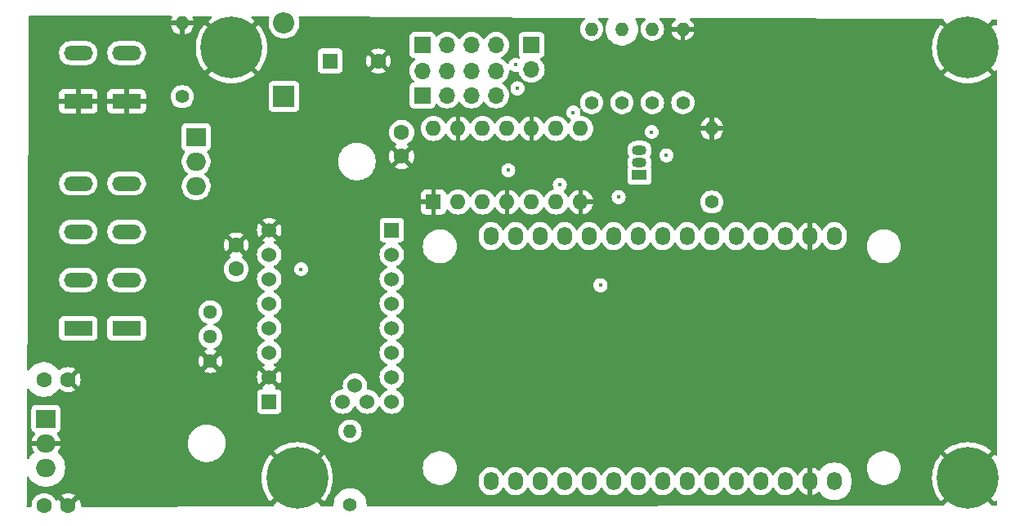
<source format=gbr>
%TF.GenerationSoftware,KiCad,Pcbnew,8.0.7*%
%TF.CreationDate,2025-05-19T16:35:52+02:00*%
%TF.ProjectId,nils-tmc5160,6e696c73-2d74-46d6-9335-3136302e6b69,rev?*%
%TF.SameCoordinates,Original*%
%TF.FileFunction,Copper,L2,Inr*%
%TF.FilePolarity,Positive*%
%FSLAX46Y46*%
G04 Gerber Fmt 4.6, Leading zero omitted, Abs format (unit mm)*
G04 Created by KiCad (PCBNEW 8.0.7) date 2025-05-19 16:35:52*
%MOMM*%
%LPD*%
G01*
G04 APERTURE LIST*
%TA.AperFunction,ComponentPad*%
%ADD10O,1.524000X1.900000*%
%TD*%
%TA.AperFunction,ComponentPad*%
%ADD11C,0.800000*%
%TD*%
%TA.AperFunction,ComponentPad*%
%ADD12C,6.400000*%
%TD*%
%TA.AperFunction,ComponentPad*%
%ADD13R,3.000000X1.500000*%
%TD*%
%TA.AperFunction,ComponentPad*%
%ADD14O,3.000000X1.500000*%
%TD*%
%TA.AperFunction,ComponentPad*%
%ADD15C,1.524000*%
%TD*%
%TA.AperFunction,ComponentPad*%
%ADD16R,1.524000X1.524000*%
%TD*%
%TA.AperFunction,ComponentPad*%
%ADD17R,1.700000X1.700000*%
%TD*%
%TA.AperFunction,ComponentPad*%
%ADD18O,1.700000X1.700000*%
%TD*%
%TA.AperFunction,ComponentPad*%
%ADD19R,1.600000X1.600000*%
%TD*%
%TA.AperFunction,ComponentPad*%
%ADD20C,1.600000*%
%TD*%
%TA.AperFunction,ComponentPad*%
%ADD21C,1.400000*%
%TD*%
%TA.AperFunction,ComponentPad*%
%ADD22O,1.400000X1.400000*%
%TD*%
%TA.AperFunction,ComponentPad*%
%ADD23R,2.000000X1.905000*%
%TD*%
%TA.AperFunction,ComponentPad*%
%ADD24O,2.000000X1.905000*%
%TD*%
%TA.AperFunction,ComponentPad*%
%ADD25O,1.600000X1.600000*%
%TD*%
%TA.AperFunction,ComponentPad*%
%ADD26R,2.200000X2.200000*%
%TD*%
%TA.AperFunction,ComponentPad*%
%ADD27O,2.200000X2.200000*%
%TD*%
%TA.AperFunction,ComponentPad*%
%ADD28R,1.500000X1.050000*%
%TD*%
%TA.AperFunction,ComponentPad*%
%ADD29O,1.500000X1.050000*%
%TD*%
%TA.AperFunction,ComponentPad*%
%ADD30C,1.440000*%
%TD*%
%TA.AperFunction,ViaPad*%
%ADD31C,0.450000*%
%TD*%
G04 APERTURE END LIST*
D10*
%TO.N,+5V*%
%TO.C,U4*%
X227076000Y-99949000D03*
%TO.N,GND*%
X224536000Y-99949000D03*
%TO.N,/MCU_DIR*%
X221996000Y-99949000D03*
%TO.N,/MCU_EN*%
X219456000Y-99949000D03*
%TO.N,/MCU_STEP*%
X216916000Y-99949000D03*
%TO.N,/MCU_STOP*%
X214376000Y-99949000D03*
%TO.N,unconnected-(U4-GPIO26-Pad7)*%
X211836000Y-99949000D03*
%TO.N,unconnected-(U4-GPIO25-Pad8)*%
X209296000Y-99949000D03*
%TO.N,unconnected-(U4-GPIO33-Pad9)*%
X206756000Y-99949000D03*
%TO.N,unconnected-(U4-GPIO32-Pad10)*%
X204216000Y-99949000D03*
%TO.N,unconnected-(U4-GPIO35-Pad11)*%
X201676000Y-99949000D03*
%TO.N,unconnected-(U4-GPIO34-Pad12)*%
X199136000Y-99949000D03*
%TO.N,unconnected-(U4-GPIO39-Pad13)*%
X196596000Y-99949000D03*
%TO.N,unconnected-(U4-GPIO36-Pad14)*%
X194056000Y-99949000D03*
%TO.N,unconnected-(U4-EN-Pad15)*%
X191516000Y-99949000D03*
%TO.N,+3.3V*%
X227076000Y-74549000D03*
%TO.N,GND*%
X224536000Y-74549000D03*
%TO.N,unconnected-(U4-GPIO15-Pad18)*%
X221996000Y-74549000D03*
%TO.N,/SPI_CS*%
X219456000Y-74549000D03*
%TO.N,/MCU_POT*%
X216916000Y-74549000D03*
%TO.N,unconnected-(U4-GPIO16-Pad21)*%
X214376000Y-74549000D03*
%TO.N,unconnected-(U4-GPIO17-Pad22)*%
X211836000Y-74549000D03*
%TO.N,unconnected-(U4-GPIO5-Pad23)*%
X209296000Y-74549000D03*
%TO.N,/SPI_CLK*%
X206756000Y-74549000D03*
%TO.N,/SPI_MISO*%
X204216000Y-74549000D03*
%TO.N,unconnected-(U4-GPIO21-Pad26)*%
X201676000Y-74549000D03*
%TO.N,unconnected-(U4-GPIO3-Pad27)*%
X199136000Y-74549000D03*
%TO.N,unconnected-(U4-GPIO1-Pad28)*%
X196596000Y-74549000D03*
%TO.N,unconnected-(U4-GPIO22-Pad29)*%
X194056000Y-74549000D03*
%TO.N,/SPI_MOSI*%
X191516000Y-74549000D03*
%TD*%
D11*
%TO.N,GND*%
%TO.C,H4*%
X238489540Y-55014187D03*
X239192484Y-53317131D03*
X239192484Y-56711243D03*
X240889540Y-52614187D03*
D12*
X240889540Y-55014187D03*
D11*
X240889540Y-57414187D03*
X242586596Y-53317131D03*
X242586596Y-56711243D03*
X243289540Y-55014187D03*
%TD*%
%TO.N,GND*%
%TO.C,H3*%
X169015540Y-99614187D03*
X169718484Y-97917131D03*
X169718484Y-101311243D03*
X171415540Y-97214187D03*
D12*
X171415540Y-99614187D03*
D11*
X171415540Y-102014187D03*
X173112596Y-97917131D03*
X173112596Y-101311243D03*
X173815540Y-99614187D03*
%TD*%
%TO.N,GND*%
%TO.C,H2*%
X162215540Y-55014187D03*
X162918484Y-53317131D03*
X162918484Y-56711243D03*
X164615540Y-52614187D03*
D12*
X164615540Y-55014187D03*
D11*
X164615540Y-57414187D03*
X166312596Y-53317131D03*
X166312596Y-56711243D03*
X167015540Y-55014187D03*
%TD*%
%TO.N,GND*%
%TO.C,H1*%
X238489540Y-99614187D03*
X239192484Y-97917131D03*
X239192484Y-101311243D03*
X240889540Y-97214187D03*
D12*
X240889540Y-99614187D03*
D11*
X240889540Y-102014187D03*
X242586596Y-97917131D03*
X242586596Y-101311243D03*
X243289540Y-99614187D03*
%TD*%
D13*
%TO.N,GND*%
%TO.C,S1*%
X148749000Y-60562000D03*
X153749000Y-60562000D03*
D14*
%TO.N,Net-(Q1-D)*%
X148749000Y-55562000D03*
X153749000Y-55562000D03*
%TD*%
D15*
%TO.N,/DRIVER_EN*%
%TO.C,U3*%
X181225500Y-91694000D03*
%TO.N,/DRIVER_MOSI*%
X181225500Y-89154000D03*
%TO.N,/DRIVER_SCK*%
X181225500Y-86614000D03*
%TO.N,/DRIVER_CS*%
X181225500Y-84074000D03*
%TO.N,/DRIVER_MISO*%
X181225500Y-81534000D03*
%TO.N,/DRIVER_SLP*%
X181225500Y-78994000D03*
%TO.N,/DRIVER_STEP*%
X181225500Y-76454000D03*
D16*
%TO.N,/DRIVER_DIR*%
X181225500Y-73914000D03*
D15*
%TO.N,GND*%
X168525500Y-73914000D03*
%TO.N,DRV_5V*%
X168525500Y-76454000D03*
%TO.N,/MOT_A1*%
X168525500Y-78994000D03*
%TO.N,/MOT_A2*%
X168525500Y-81534000D03*
%TO.N,/MOT_B2*%
X168525500Y-84074000D03*
%TO.N,/MOT_B1*%
X168525500Y-86614000D03*
%TO.N,GND*%
X168525500Y-89154000D03*
D16*
%TO.N,+24V*%
X168525500Y-91694000D03*
D15*
%TO.N,unconnected-(U3-DIAG0-Pad17)*%
X178685500Y-91694000D03*
%TO.N,unconnected-(U3-NC-Pad18)*%
X177415500Y-90043000D03*
%TO.N,/DRIVER_DIAG*%
X176145500Y-91694000D03*
%TD*%
D17*
%TO.N,/SPI_MISO*%
%TO.C,J3*%
X184414000Y-54737000D03*
D18*
%TO.N,/SPI_CS*%
X186954000Y-54737000D03*
%TO.N,/SPI_CLK*%
X189494000Y-54737000D03*
%TO.N,/SPI_MOSI*%
X192034000Y-54737000D03*
%TD*%
D19*
%TO.N,+24V*%
%TO.C,C3*%
X174832000Y-56388000D03*
D20*
%TO.N,GND*%
X179832000Y-56388000D03*
%TD*%
D21*
%TO.N,/SPI_CS*%
%TO.C,R2*%
X201925000Y-60696000D03*
D22*
%TO.N,+3.3V*%
X201925000Y-53076000D03*
%TD*%
D20*
%TO.N,DRV_5V*%
%TO.C,C2*%
X165100000Y-77958000D03*
%TO.N,GND*%
X165100000Y-75458000D03*
%TD*%
D23*
%TO.N,+24V*%
%TO.C,U1*%
X145392000Y-93472000D03*
D24*
%TO.N,GND*%
X145392000Y-96012000D03*
%TO.N,+5V*%
X145392000Y-98552000D03*
%TD*%
D13*
%TO.N,/MOT_B1*%
%TO.C,J4*%
X148749000Y-84088000D03*
X153749000Y-84088000D03*
D14*
%TO.N,/MOT_B2*%
X148749000Y-79088000D03*
X153749000Y-79088000D03*
%TO.N,/MOT_A2*%
X148749000Y-74088000D03*
X153749000Y-74088000D03*
%TO.N,/MOT_A1*%
X148749000Y-69088000D03*
X153749000Y-69088000D03*
%TD*%
D21*
%TO.N,/MCU_STEP*%
%TO.C,R5*%
X211375000Y-60696000D03*
D22*
%TO.N,GND*%
X211375000Y-53076000D03*
%TD*%
D23*
%TO.N,Net-(D1-A)*%
%TO.C,Q1*%
X160950000Y-64262000D03*
D24*
%TO.N,Net-(Q1-D)*%
X160950000Y-66802000D03*
%TO.N,+24V*%
X160950000Y-69342000D03*
%TD*%
D19*
%TO.N,GND*%
%TO.C,U2*%
X185547000Y-70993000D03*
D25*
%TO.N,/MCU_STEP*%
X188087000Y-70993000D03*
%TO.N,/DRIVER_STEP*%
X190627000Y-70993000D03*
%TO.N,GND*%
X193167000Y-70993000D03*
%TO.N,/MCU_EN*%
X195707000Y-70993000D03*
%TO.N,/DRIVER_EN*%
X198247000Y-70993000D03*
%TO.N,GND*%
X200787000Y-70993000D03*
%TO.N,/DRIVER_DIR*%
X200787000Y-63373000D03*
%TO.N,/MCU_DIR*%
X198247000Y-63373000D03*
%TO.N,GND*%
X195707000Y-63373000D03*
%TO.N,unconnected-(U2-Pad11)*%
X193167000Y-63373000D03*
%TO.N,unconnected-(U2-Pad12)*%
X190627000Y-63373000D03*
%TO.N,GND*%
X188087000Y-63373000D03*
%TO.N,DRV_5V*%
X185547000Y-63373000D03*
%TD*%
D20*
%TO.N,DRV_5V*%
%TO.C,C1*%
X182245000Y-63774000D03*
%TO.N,GND*%
X182245000Y-66274000D03*
%TD*%
D21*
%TO.N,/MCU_DIR*%
%TO.C,R6*%
X214376000Y-70993000D03*
D22*
%TO.N,GND*%
X214376000Y-63373000D03*
%TD*%
D20*
%TO.N,GND*%
%TO.C,Murata-Ceramic-Capacitor-50v1-22uF1*%
X147701000Y-102489000D03*
%TO.N,+24V*%
X145201000Y-102489000D03*
%TD*%
D17*
%TO.N,/DRIVER_DIAG*%
%TO.C,J2*%
X195707000Y-54732000D03*
D18*
%TO.N,/MCU_STOP*%
X195707000Y-57272000D03*
%TD*%
D20*
%TO.N,+5V*%
%TO.C,Murata-Ceramic-Capacitor-50v1-22uF2*%
X145181000Y-89408000D03*
%TO.N,GND*%
X147681000Y-89408000D03*
%TD*%
D21*
%TO.N,Net-(D1-A)*%
%TO.C,R1*%
X159512000Y-60071000D03*
D22*
%TO.N,GND*%
X159512000Y-52451000D03*
%TD*%
D21*
%TO.N,/DRIVER_CS*%
%TO.C,R3*%
X205075000Y-60696000D03*
D22*
%TO.N,+5V*%
X205075000Y-53076000D03*
%TD*%
D26*
%TO.N,+24V*%
%TO.C,D1*%
X170053000Y-60071000D03*
D27*
%TO.N,Net-(D1-A)*%
X170053000Y-52451000D03*
%TD*%
D21*
%TO.N,/MCU_EN*%
%TO.C,R4*%
X208225000Y-60696000D03*
D22*
%TO.N,+3.3V*%
X208225000Y-53076000D03*
%TD*%
D21*
%TO.N,+5V*%
%TO.C,L1*%
X176911000Y-102362000D03*
D22*
%TO.N,DRV_5V*%
X176911000Y-94742000D03*
%TD*%
D28*
%TO.N,/SPI_CS*%
%TO.C,Q2*%
X206883000Y-68199000D03*
D29*
%TO.N,+3.3V*%
X206883000Y-66929000D03*
%TO.N,/DRIVER_CS*%
X206883000Y-65659000D03*
%TD*%
D30*
%TO.N,+3.3V*%
%TO.C,RV1*%
X162433000Y-82413000D03*
%TO.N,/MCU_POT*%
X162433000Y-84953000D03*
%TO.N,GND*%
X162433000Y-87493000D03*
%TD*%
D17*
%TO.N,/DRIVER_SLP*%
%TO.C,J1*%
X184404000Y-59944000D03*
D18*
%TO.N,/DRIVER_MISO*%
X184404000Y-57404000D03*
%TO.N,DRV_5V*%
X186944000Y-59944000D03*
%TO.N,/DRIVER_CS*%
X186944000Y-57404000D03*
%TO.N,DRV_5V*%
X189484000Y-59944000D03*
%TO.N,/DRIVER_SCK*%
X189484000Y-57404000D03*
%TO.N,DRV_5V*%
X192024000Y-59944000D03*
%TO.N,/DRIVER_MOSI*%
X192024000Y-57404000D03*
%TD*%
D31*
%TO.N,/SPI_MOSI*%
X194056258Y-56778827D03*
X194236788Y-59214854D03*
X193294000Y-67712625D03*
%TO.N,/MCU_DIR*%
X200025000Y-61722000D03*
%TO.N,/MCU_STEP*%
X209677000Y-66167000D03*
X202847750Y-79629000D03*
%TO.N,/SPI_CLK*%
X208153000Y-63754000D03*
%TO.N,/SPI_MISO*%
X198628000Y-69215000D03*
%TO.N,/MCU_EN*%
X204724000Y-70485000D03*
%TO.N,+3.3V*%
X171831000Y-77978000D03*
%TD*%
%TA.AperFunction,Conductor*%
%TO.N,GND*%
G36*
X158343731Y-51703913D02*
G01*
X158410685Y-51723884D01*
X158456214Y-51776883D01*
X158465861Y-51846084D01*
X158454200Y-51883183D01*
X158388241Y-52015646D01*
X158388239Y-52015650D01*
X158335505Y-52201000D01*
X159267025Y-52201000D01*
X159231930Y-52236095D01*
X159185852Y-52315905D01*
X159162000Y-52404922D01*
X159162000Y-52497078D01*
X159185852Y-52586095D01*
X159231930Y-52665905D01*
X159297095Y-52731070D01*
X159376905Y-52777148D01*
X159465922Y-52801000D01*
X159558078Y-52801000D01*
X159647095Y-52777148D01*
X159726905Y-52731070D01*
X159792070Y-52665905D01*
X159838148Y-52586095D01*
X159862000Y-52497078D01*
X159862000Y-52404922D01*
X159838148Y-52315905D01*
X159792070Y-52236095D01*
X159756975Y-52201000D01*
X160688495Y-52201000D01*
X160635760Y-52015650D01*
X160574786Y-51893199D01*
X160562525Y-51824414D01*
X160589398Y-51759919D01*
X160646873Y-51720191D01*
X160686307Y-51713929D01*
X162474148Y-51721573D01*
X162541099Y-51741543D01*
X162586628Y-51794542D01*
X162596275Y-51863743D01*
X162566979Y-51927174D01*
X162541150Y-51949565D01*
X162437750Y-52016714D01*
X162437747Y-52016717D01*
X162180189Y-52225282D01*
X162180189Y-52225283D01*
X163674841Y-53719935D01*
X163573210Y-53793775D01*
X163395128Y-53971857D01*
X163321288Y-54073488D01*
X161826636Y-52578836D01*
X161826635Y-52578836D01*
X161618071Y-52836393D01*
X161406850Y-53161643D01*
X161230784Y-53507192D01*
X161091802Y-53869250D01*
X160991427Y-54243856D01*
X160991426Y-54243863D01*
X160930759Y-54626899D01*
X160910462Y-55014186D01*
X160910462Y-55014187D01*
X160930759Y-55401474D01*
X160991426Y-55784510D01*
X160991427Y-55784517D01*
X161091802Y-56159123D01*
X161230784Y-56521181D01*
X161406850Y-56866730D01*
X161618063Y-57191970D01*
X161618065Y-57191972D01*
X161826636Y-57449535D01*
X163321287Y-55954884D01*
X163395128Y-56056517D01*
X163573210Y-56234599D01*
X163674841Y-56308438D01*
X162180190Y-57803089D01*
X162437754Y-58011662D01*
X162437756Y-58011663D01*
X162762996Y-58222876D01*
X163108545Y-58398942D01*
X163470603Y-58537924D01*
X163845209Y-58638299D01*
X163845216Y-58638300D01*
X164228252Y-58698967D01*
X164615539Y-58719265D01*
X164615541Y-58719265D01*
X165002827Y-58698967D01*
X165385863Y-58638300D01*
X165385870Y-58638299D01*
X165760476Y-58537924D01*
X166122534Y-58398942D01*
X166468083Y-58222876D01*
X166793311Y-58011671D01*
X166793324Y-58011661D01*
X167050888Y-57803089D01*
X165556238Y-56308439D01*
X165657870Y-56234599D01*
X165835952Y-56056517D01*
X165909792Y-55954885D01*
X167404442Y-57449535D01*
X167613014Y-57191971D01*
X167613024Y-57191958D01*
X167824229Y-56866730D01*
X168000295Y-56521181D01*
X168139277Y-56159123D01*
X168239652Y-55784517D01*
X168239653Y-55784510D01*
X168278358Y-55540135D01*
X173531500Y-55540135D01*
X173531500Y-57235870D01*
X173531501Y-57235876D01*
X173537908Y-57295483D01*
X173588202Y-57430328D01*
X173588206Y-57430335D01*
X173674452Y-57545544D01*
X173674455Y-57545547D01*
X173789664Y-57631793D01*
X173789671Y-57631797D01*
X173924517Y-57682091D01*
X173924516Y-57682091D01*
X173931444Y-57682835D01*
X173984127Y-57688500D01*
X175679872Y-57688499D01*
X175739483Y-57682091D01*
X175874331Y-57631796D01*
X175989546Y-57545546D01*
X176075796Y-57430331D01*
X176126091Y-57295483D01*
X176132500Y-57235873D01*
X176132499Y-56387997D01*
X178527034Y-56387997D01*
X178527034Y-56388002D01*
X178546858Y-56614599D01*
X178546860Y-56614610D01*
X178605730Y-56834317D01*
X178605735Y-56834331D01*
X178701863Y-57040478D01*
X178752974Y-57113472D01*
X179432000Y-56434446D01*
X179432000Y-56440661D01*
X179459259Y-56542394D01*
X179511920Y-56633606D01*
X179586394Y-56708080D01*
X179677606Y-56760741D01*
X179779339Y-56788000D01*
X179785553Y-56788000D01*
X179106526Y-57467025D01*
X179179513Y-57518132D01*
X179179521Y-57518136D01*
X179385668Y-57614264D01*
X179385682Y-57614269D01*
X179605389Y-57673139D01*
X179605400Y-57673141D01*
X179831998Y-57692966D01*
X179832002Y-57692966D01*
X180058599Y-57673141D01*
X180058610Y-57673139D01*
X180278317Y-57614269D01*
X180278331Y-57614264D01*
X180484478Y-57518136D01*
X180557471Y-57467024D01*
X180494446Y-57403999D01*
X183048341Y-57403999D01*
X183048341Y-57404000D01*
X183068936Y-57639403D01*
X183068938Y-57639413D01*
X183130094Y-57867655D01*
X183130096Y-57867659D01*
X183130097Y-57867663D01*
X183197249Y-58011671D01*
X183229965Y-58081830D01*
X183229967Y-58081834D01*
X183338281Y-58236521D01*
X183365501Y-58275396D01*
X183365506Y-58275402D01*
X183487430Y-58397326D01*
X183520915Y-58458649D01*
X183515931Y-58528341D01*
X183474059Y-58584274D01*
X183443083Y-58601189D01*
X183311669Y-58650203D01*
X183311664Y-58650206D01*
X183196455Y-58736452D01*
X183196454Y-58736454D01*
X183110206Y-58851664D01*
X183110202Y-58851671D01*
X183059908Y-58986517D01*
X183053501Y-59046116D01*
X183053500Y-59046135D01*
X183053500Y-60841870D01*
X183053501Y-60841876D01*
X183059908Y-60901483D01*
X183110202Y-61036328D01*
X183110206Y-61036335D01*
X183196452Y-61151544D01*
X183196455Y-61151547D01*
X183311664Y-61237793D01*
X183311671Y-61237797D01*
X183446517Y-61288091D01*
X183446516Y-61288091D01*
X183453444Y-61288835D01*
X183506127Y-61294500D01*
X185301872Y-61294499D01*
X185361483Y-61288091D01*
X185496331Y-61237796D01*
X185611546Y-61151546D01*
X185697796Y-61036331D01*
X185746810Y-60904916D01*
X185788681Y-60848984D01*
X185854145Y-60824566D01*
X185922418Y-60839417D01*
X185950673Y-60860569D01*
X186072599Y-60982495D01*
X186169384Y-61050265D01*
X186266165Y-61118032D01*
X186266167Y-61118033D01*
X186266170Y-61118035D01*
X186480337Y-61217903D01*
X186480343Y-61217904D01*
X186480344Y-61217905D01*
X186483946Y-61218870D01*
X186708592Y-61279063D01*
X186885034Y-61294500D01*
X186943999Y-61299659D01*
X186944000Y-61299659D01*
X186944001Y-61299659D01*
X187002966Y-61294500D01*
X187179408Y-61279063D01*
X187407663Y-61217903D01*
X187621830Y-61118035D01*
X187815401Y-60982495D01*
X187982495Y-60815401D01*
X188112425Y-60629842D01*
X188167002Y-60586217D01*
X188236500Y-60579023D01*
X188298855Y-60610546D01*
X188315575Y-60629842D01*
X188445500Y-60815395D01*
X188445505Y-60815401D01*
X188612599Y-60982495D01*
X188709384Y-61050265D01*
X188806165Y-61118032D01*
X188806167Y-61118033D01*
X188806170Y-61118035D01*
X189020337Y-61217903D01*
X189020343Y-61217904D01*
X189020344Y-61217905D01*
X189023946Y-61218870D01*
X189248592Y-61279063D01*
X189425034Y-61294500D01*
X189483999Y-61299659D01*
X189484000Y-61299659D01*
X189484001Y-61299659D01*
X189542966Y-61294500D01*
X189719408Y-61279063D01*
X189947663Y-61217903D01*
X190161830Y-61118035D01*
X190355401Y-60982495D01*
X190522495Y-60815401D01*
X190652425Y-60629842D01*
X190707002Y-60586217D01*
X190776500Y-60579023D01*
X190838855Y-60610546D01*
X190855575Y-60629842D01*
X190985500Y-60815395D01*
X190985505Y-60815401D01*
X191152599Y-60982495D01*
X191249384Y-61050265D01*
X191346165Y-61118032D01*
X191346167Y-61118033D01*
X191346170Y-61118035D01*
X191560337Y-61217903D01*
X191560343Y-61217904D01*
X191560344Y-61217905D01*
X191563946Y-61218870D01*
X191788592Y-61279063D01*
X191965034Y-61294500D01*
X192023999Y-61299659D01*
X192024000Y-61299659D01*
X192024001Y-61299659D01*
X192082966Y-61294500D01*
X192259408Y-61279063D01*
X192487663Y-61217903D01*
X192701830Y-61118035D01*
X192895401Y-60982495D01*
X193062495Y-60815401D01*
X193198035Y-60621830D01*
X193297903Y-60407663D01*
X193359063Y-60179408D01*
X193379659Y-59944000D01*
X193359063Y-59708592D01*
X193297903Y-59480337D01*
X193198035Y-59266171D01*
X193192847Y-59258761D01*
X193162100Y-59214850D01*
X193506697Y-59214850D01*
X193506697Y-59214857D01*
X193525000Y-59377309D01*
X193578998Y-59531628D01*
X193632486Y-59616753D01*
X193665980Y-59670058D01*
X193781584Y-59785662D01*
X193920013Y-59872643D01*
X194074327Y-59926640D01*
X194074330Y-59926640D01*
X194074332Y-59926641D01*
X194236784Y-59944945D01*
X194236788Y-59944945D01*
X194236792Y-59944945D01*
X194399243Y-59926641D01*
X194399244Y-59926640D01*
X194399249Y-59926640D01*
X194553563Y-59872643D01*
X194691992Y-59785662D01*
X194807596Y-59670058D01*
X194894577Y-59531629D01*
X194948574Y-59377315D01*
X194948575Y-59377309D01*
X194966879Y-59214857D01*
X194966879Y-59214850D01*
X194948575Y-59052398D01*
X194948574Y-59052396D01*
X194948574Y-59052393D01*
X194894577Y-58898079D01*
X194807596Y-58759650D01*
X194691992Y-58644046D01*
X194621749Y-58599909D01*
X194553562Y-58557064D01*
X194399243Y-58503066D01*
X194236792Y-58484763D01*
X194236784Y-58484763D01*
X194074332Y-58503066D01*
X193920013Y-58557064D01*
X193781583Y-58644046D01*
X193665980Y-58759649D01*
X193578998Y-58898079D01*
X193525000Y-59052398D01*
X193506697Y-59214850D01*
X193162100Y-59214850D01*
X193062494Y-59072597D01*
X192895402Y-58905506D01*
X192895396Y-58905501D01*
X192709842Y-58775575D01*
X192666217Y-58720998D01*
X192659023Y-58651500D01*
X192690546Y-58589145D01*
X192709842Y-58572425D01*
X192808894Y-58503068D01*
X192895401Y-58442495D01*
X193062495Y-58275401D01*
X193198035Y-58081830D01*
X193297903Y-57867663D01*
X193359063Y-57639408D01*
X193378667Y-57415328D01*
X193404119Y-57350262D01*
X193460710Y-57309283D01*
X193530472Y-57305405D01*
X193589876Y-57338457D01*
X193601054Y-57349635D01*
X193739483Y-57436616D01*
X193893797Y-57490613D01*
X193893800Y-57490613D01*
X193893802Y-57490614D01*
X194056254Y-57508918D01*
X194056258Y-57508918D01*
X194056262Y-57508918D01*
X194218711Y-57490614D01*
X194218712Y-57490613D01*
X194218719Y-57490613D01*
X194228544Y-57487174D01*
X194298320Y-57483611D01*
X194358949Y-57518337D01*
X194389276Y-57572121D01*
X194433095Y-57735658D01*
X194433096Y-57735660D01*
X194433097Y-57735663D01*
X194532965Y-57949830D01*
X194532967Y-57949834D01*
X194641281Y-58104521D01*
X194668505Y-58143401D01*
X194835599Y-58310495D01*
X194932384Y-58378265D01*
X195029165Y-58446032D01*
X195029167Y-58446033D01*
X195029170Y-58446035D01*
X195243337Y-58545903D01*
X195471592Y-58607063D01*
X195659918Y-58623539D01*
X195706999Y-58627659D01*
X195707000Y-58627659D01*
X195707001Y-58627659D01*
X195746234Y-58624226D01*
X195942408Y-58607063D01*
X196170663Y-58545903D01*
X196384830Y-58446035D01*
X196578401Y-58310495D01*
X196745495Y-58143401D01*
X196881035Y-57949830D01*
X196980903Y-57735663D01*
X197042063Y-57507408D01*
X197062659Y-57272000D01*
X197059498Y-57235876D01*
X197042063Y-57036596D01*
X197042063Y-57036592D01*
X196987864Y-56834317D01*
X196980905Y-56808344D01*
X196980904Y-56808343D01*
X196980903Y-56808337D01*
X196881035Y-56594171D01*
X196867464Y-56574790D01*
X196745496Y-56400600D01*
X196710397Y-56365501D01*
X196623567Y-56278671D01*
X196590084Y-56217351D01*
X196595068Y-56147659D01*
X196636939Y-56091725D01*
X196667915Y-56074810D01*
X196799331Y-56025796D01*
X196914546Y-55939546D01*
X197000796Y-55824331D01*
X197051091Y-55689483D01*
X197057500Y-55629873D01*
X197057499Y-53834128D01*
X197052299Y-53785757D01*
X197051091Y-53774516D01*
X197000797Y-53639671D01*
X197000793Y-53639664D01*
X196914547Y-53524455D01*
X196914544Y-53524452D01*
X196799335Y-53438206D01*
X196799328Y-53438202D01*
X196664482Y-53387908D01*
X196664483Y-53387908D01*
X196604883Y-53381501D01*
X196604881Y-53381500D01*
X196604873Y-53381500D01*
X196604864Y-53381500D01*
X194809129Y-53381500D01*
X194809123Y-53381501D01*
X194749516Y-53387908D01*
X194614671Y-53438202D01*
X194614664Y-53438206D01*
X194499455Y-53524452D01*
X194499452Y-53524455D01*
X194413206Y-53639664D01*
X194413202Y-53639671D01*
X194362908Y-53774517D01*
X194356501Y-53834116D01*
X194356501Y-53834123D01*
X194356500Y-53834135D01*
X194356500Y-55629870D01*
X194356501Y-55629876D01*
X194362908Y-55689483D01*
X194413202Y-55824328D01*
X194413203Y-55824330D01*
X194458659Y-55885051D01*
X194478111Y-55911036D01*
X194484554Y-55919642D01*
X194508971Y-55985106D01*
X194494120Y-56053379D01*
X194444715Y-56102785D01*
X194376442Y-56117637D01*
X194344333Y-56110995D01*
X194218713Y-56067039D01*
X194056262Y-56048736D01*
X194056254Y-56048736D01*
X193893802Y-56067039D01*
X193739483Y-56121037D01*
X193601053Y-56208019D01*
X193485450Y-56323622D01*
X193398468Y-56462052D01*
X193349943Y-56600731D01*
X193309221Y-56657508D01*
X193244268Y-56683255D01*
X193175707Y-56669799D01*
X193131326Y-56630900D01*
X193062494Y-56532597D01*
X192895402Y-56365506D01*
X192895399Y-56365504D01*
X192852320Y-56335339D01*
X192701834Y-56229967D01*
X192701830Y-56229965D01*
X192605859Y-56185213D01*
X192553420Y-56139041D01*
X192534268Y-56071847D01*
X192554484Y-56004966D01*
X192605858Y-55960450D01*
X192711830Y-55911035D01*
X192905401Y-55775495D01*
X193072495Y-55608401D01*
X193208035Y-55414830D01*
X193307903Y-55200663D01*
X193369063Y-54972408D01*
X193389659Y-54737000D01*
X193369063Y-54501592D01*
X193307903Y-54273337D01*
X193208035Y-54059171D01*
X193206129Y-54056448D01*
X193072494Y-53865597D01*
X192905402Y-53698506D01*
X192905395Y-53698501D01*
X192711834Y-53562967D01*
X192711830Y-53562965D01*
X192640701Y-53529797D01*
X192497663Y-53463097D01*
X192497659Y-53463096D01*
X192497655Y-53463094D01*
X192269413Y-53401938D01*
X192269403Y-53401936D01*
X192034001Y-53381341D01*
X192033999Y-53381341D01*
X191798596Y-53401936D01*
X191798586Y-53401938D01*
X191570344Y-53463094D01*
X191570335Y-53463098D01*
X191356171Y-53562964D01*
X191356169Y-53562965D01*
X191162597Y-53698505D01*
X190995505Y-53865597D01*
X190865575Y-54051158D01*
X190810998Y-54094783D01*
X190741500Y-54101977D01*
X190679145Y-54070454D01*
X190662425Y-54051158D01*
X190532494Y-53865597D01*
X190365402Y-53698506D01*
X190365395Y-53698501D01*
X190171834Y-53562967D01*
X190171830Y-53562965D01*
X190100701Y-53529797D01*
X189957663Y-53463097D01*
X189957659Y-53463096D01*
X189957655Y-53463094D01*
X189729413Y-53401938D01*
X189729403Y-53401936D01*
X189494001Y-53381341D01*
X189493999Y-53381341D01*
X189258596Y-53401936D01*
X189258586Y-53401938D01*
X189030344Y-53463094D01*
X189030335Y-53463098D01*
X188816171Y-53562964D01*
X188816169Y-53562965D01*
X188622597Y-53698505D01*
X188455505Y-53865597D01*
X188325575Y-54051158D01*
X188270998Y-54094783D01*
X188201500Y-54101977D01*
X188139145Y-54070454D01*
X188122425Y-54051158D01*
X187992494Y-53865597D01*
X187825402Y-53698506D01*
X187825395Y-53698501D01*
X187631834Y-53562967D01*
X187631830Y-53562965D01*
X187560701Y-53529797D01*
X187417663Y-53463097D01*
X187417659Y-53463096D01*
X187417655Y-53463094D01*
X187189413Y-53401938D01*
X187189403Y-53401936D01*
X186954001Y-53381341D01*
X186953999Y-53381341D01*
X186718596Y-53401936D01*
X186718586Y-53401938D01*
X186490344Y-53463094D01*
X186490335Y-53463098D01*
X186276171Y-53562964D01*
X186276169Y-53562965D01*
X186082600Y-53698503D01*
X185960673Y-53820430D01*
X185899350Y-53853914D01*
X185829658Y-53848930D01*
X185773725Y-53807058D01*
X185756810Y-53776081D01*
X185707797Y-53644671D01*
X185707793Y-53644664D01*
X185621547Y-53529455D01*
X185621544Y-53529452D01*
X185506335Y-53443206D01*
X185506328Y-53443202D01*
X185371482Y-53392908D01*
X185371483Y-53392908D01*
X185311883Y-53386501D01*
X185311881Y-53386500D01*
X185311873Y-53386500D01*
X185311864Y-53386500D01*
X183516129Y-53386500D01*
X183516123Y-53386501D01*
X183456516Y-53392908D01*
X183321671Y-53443202D01*
X183321664Y-53443206D01*
X183206455Y-53529452D01*
X183206452Y-53529455D01*
X183120206Y-53644664D01*
X183120202Y-53644671D01*
X183069908Y-53779517D01*
X183063501Y-53839116D01*
X183063500Y-53839135D01*
X183063500Y-55634870D01*
X183063501Y-55634876D01*
X183069908Y-55694483D01*
X183120202Y-55829328D01*
X183120206Y-55829335D01*
X183206452Y-55944544D01*
X183206455Y-55944547D01*
X183321664Y-56030793D01*
X183321671Y-56030797D01*
X183351786Y-56042029D01*
X183456517Y-56081091D01*
X183516127Y-56087500D01*
X183536351Y-56087499D01*
X183603388Y-56107181D01*
X183649145Y-56159983D01*
X183659092Y-56229141D01*
X183630069Y-56292698D01*
X183607477Y-56313073D01*
X183532598Y-56365504D01*
X183365505Y-56532597D01*
X183229965Y-56726169D01*
X183229964Y-56726171D01*
X183130098Y-56940335D01*
X183130094Y-56940344D01*
X183068938Y-57168586D01*
X183068936Y-57168596D01*
X183048341Y-57403999D01*
X180494446Y-57403999D01*
X179878447Y-56788000D01*
X179884661Y-56788000D01*
X179986394Y-56760741D01*
X180077606Y-56708080D01*
X180152080Y-56633606D01*
X180204741Y-56542394D01*
X180232000Y-56440661D01*
X180232000Y-56434447D01*
X180911024Y-57113471D01*
X180962136Y-57040478D01*
X181058264Y-56834331D01*
X181058269Y-56834317D01*
X181117139Y-56614610D01*
X181117141Y-56614599D01*
X181136966Y-56388002D01*
X181136966Y-56387997D01*
X181117141Y-56161400D01*
X181117139Y-56161389D01*
X181058269Y-55941682D01*
X181058264Y-55941668D01*
X180962136Y-55735521D01*
X180962132Y-55735513D01*
X180911025Y-55662526D01*
X180232000Y-56341551D01*
X180232000Y-56335339D01*
X180204741Y-56233606D01*
X180152080Y-56142394D01*
X180077606Y-56067920D01*
X179986394Y-56015259D01*
X179884661Y-55988000D01*
X179878445Y-55988000D01*
X180557472Y-55308974D01*
X180484478Y-55257863D01*
X180278331Y-55161735D01*
X180278317Y-55161730D01*
X180058610Y-55102860D01*
X180058599Y-55102858D01*
X179832002Y-55083034D01*
X179831998Y-55083034D01*
X179605400Y-55102858D01*
X179605389Y-55102860D01*
X179385682Y-55161730D01*
X179385673Y-55161734D01*
X179179516Y-55257866D01*
X179179512Y-55257868D01*
X179106526Y-55308973D01*
X179106526Y-55308974D01*
X179785553Y-55988000D01*
X179779339Y-55988000D01*
X179677606Y-56015259D01*
X179586394Y-56067920D01*
X179511920Y-56142394D01*
X179459259Y-56233606D01*
X179432000Y-56335339D01*
X179432000Y-56341553D01*
X178752973Y-55662526D01*
X178701868Y-55735512D01*
X178701866Y-55735516D01*
X178605734Y-55941673D01*
X178605730Y-55941682D01*
X178546860Y-56161389D01*
X178546858Y-56161400D01*
X178527034Y-56387997D01*
X176132499Y-56387997D01*
X176132499Y-55540128D01*
X176126091Y-55480517D01*
X176101591Y-55414830D01*
X176075797Y-55345671D01*
X176075793Y-55345664D01*
X175989547Y-55230455D01*
X175989544Y-55230452D01*
X175874335Y-55144206D01*
X175874328Y-55144202D01*
X175739482Y-55093908D01*
X175739483Y-55093908D01*
X175679883Y-55087501D01*
X175679881Y-55087500D01*
X175679873Y-55087500D01*
X175679864Y-55087500D01*
X173984129Y-55087500D01*
X173984123Y-55087501D01*
X173924516Y-55093908D01*
X173789671Y-55144202D01*
X173789664Y-55144206D01*
X173674455Y-55230452D01*
X173674452Y-55230455D01*
X173588206Y-55345664D01*
X173588202Y-55345671D01*
X173537908Y-55480517D01*
X173531501Y-55540116D01*
X173531501Y-55540123D01*
X173531500Y-55540135D01*
X168278358Y-55540135D01*
X168300320Y-55401474D01*
X168320618Y-55014187D01*
X168320618Y-55014186D01*
X168300320Y-54626899D01*
X168239653Y-54243863D01*
X168239652Y-54243856D01*
X168139277Y-53869250D01*
X168000295Y-53507192D01*
X167824229Y-53161643D01*
X167613016Y-52836403D01*
X167613015Y-52836401D01*
X167404442Y-52578837D01*
X165909791Y-54073488D01*
X165835952Y-53971857D01*
X165657870Y-53793775D01*
X165556238Y-53719935D01*
X167050889Y-52225283D01*
X166793325Y-52016712D01*
X166793323Y-52016710D01*
X166718320Y-51968003D01*
X166672817Y-51914982D01*
X166663203Y-51845777D01*
X166692530Y-51782360D01*
X166751487Y-51744866D01*
X166786374Y-51740010D01*
X168427184Y-51747025D01*
X168494133Y-51766995D01*
X168539662Y-51819994D01*
X168549309Y-51889195D01*
X168541210Y-51918474D01*
X168526126Y-51954889D01*
X168467317Y-52199848D01*
X168447551Y-52451000D01*
X168467317Y-52702151D01*
X168526126Y-52947110D01*
X168622533Y-53179859D01*
X168754160Y-53394653D01*
X168754161Y-53394656D01*
X168760560Y-53402148D01*
X168917776Y-53586224D01*
X169049238Y-53698503D01*
X169109343Y-53749838D01*
X169109346Y-53749839D01*
X169324140Y-53881466D01*
X169542365Y-53971857D01*
X169556889Y-53977873D01*
X169801852Y-54036683D01*
X170053000Y-54056449D01*
X170304148Y-54036683D01*
X170549111Y-53977873D01*
X170781859Y-53881466D01*
X170996659Y-53749836D01*
X171188224Y-53586224D01*
X171351836Y-53394659D01*
X171483466Y-53179859D01*
X171579873Y-52947111D01*
X171638683Y-52702148D01*
X171658449Y-52451000D01*
X171638683Y-52199852D01*
X171579873Y-51954889D01*
X171570560Y-51932406D01*
X171563091Y-51862941D01*
X171594364Y-51800461D01*
X171654452Y-51764807D01*
X171685638Y-51760957D01*
X201129824Y-51886847D01*
X201196774Y-51906817D01*
X201242303Y-51959816D01*
X201251950Y-52029017D01*
X201222654Y-52092448D01*
X201202414Y-52109626D01*
X201203014Y-52110420D01*
X201198437Y-52113876D01*
X201034020Y-52263761D01*
X200899943Y-52441308D01*
X200899938Y-52441316D01*
X200800775Y-52640461D01*
X200800769Y-52640476D01*
X200739885Y-52854462D01*
X200739884Y-52854464D01*
X200719357Y-53075999D01*
X200719357Y-53076000D01*
X200739884Y-53297535D01*
X200739885Y-53297537D01*
X200800769Y-53511523D01*
X200800775Y-53511538D01*
X200899938Y-53710683D01*
X200899943Y-53710691D01*
X201034020Y-53888238D01*
X201132346Y-53977873D01*
X201196779Y-54036612D01*
X201198437Y-54038123D01*
X201198439Y-54038125D01*
X201387595Y-54155245D01*
X201387596Y-54155245D01*
X201387599Y-54155247D01*
X201595060Y-54235618D01*
X201813757Y-54276500D01*
X201813759Y-54276500D01*
X202036241Y-54276500D01*
X202036243Y-54276500D01*
X202254940Y-54235618D01*
X202462401Y-54155247D01*
X202651562Y-54038124D01*
X202815981Y-53888236D01*
X202950058Y-53710689D01*
X203049229Y-53511528D01*
X203110115Y-53297536D01*
X203126290Y-53122969D01*
X203145427Y-53074775D01*
X203128506Y-53043533D01*
X203126290Y-53029028D01*
X203126088Y-53026853D01*
X203110115Y-52854464D01*
X203049229Y-52640472D01*
X203049224Y-52640461D01*
X202950061Y-52441316D01*
X202950056Y-52441308D01*
X202815979Y-52263761D01*
X202647326Y-52110014D01*
X202648968Y-52108212D01*
X202613589Y-52060531D01*
X202608899Y-51990818D01*
X202642644Y-51929638D01*
X202704108Y-51896412D01*
X202730471Y-51893691D01*
X203582977Y-51897336D01*
X203649929Y-51917306D01*
X203695458Y-51970305D01*
X203705105Y-52039506D01*
X203679393Y-52098645D01*
X203666040Y-52115389D01*
X203538608Y-52336109D01*
X203445492Y-52573362D01*
X203445490Y-52573369D01*
X203388777Y-52821845D01*
X203373414Y-53026853D01*
X203354303Y-53077563D01*
X203371454Y-53110603D01*
X203373414Y-53125146D01*
X203388777Y-53330154D01*
X203441914Y-53562964D01*
X203445492Y-53578637D01*
X203535141Y-53807058D01*
X203538608Y-53815890D01*
X203557684Y-53848930D01*
X203666041Y-54036612D01*
X203824950Y-54235877D01*
X204011783Y-54409232D01*
X204222366Y-54552805D01*
X204222371Y-54552807D01*
X204222372Y-54552808D01*
X204222373Y-54552809D01*
X204337337Y-54608172D01*
X204451992Y-54663387D01*
X204451993Y-54663387D01*
X204451996Y-54663389D01*
X204695542Y-54738513D01*
X204947565Y-54776500D01*
X205202435Y-54776500D01*
X205454458Y-54738513D01*
X205698004Y-54663389D01*
X205927634Y-54552805D01*
X206138217Y-54409232D01*
X206325050Y-54235877D01*
X206483959Y-54036612D01*
X206611393Y-53815888D01*
X206704508Y-53578637D01*
X206761222Y-53330157D01*
X206776585Y-53125145D01*
X206795695Y-53074435D01*
X206778545Y-53041395D01*
X206776585Y-53026853D01*
X206764163Y-52861095D01*
X206761222Y-52821843D01*
X206704508Y-52573363D01*
X206611393Y-52336112D01*
X206483959Y-52115388D01*
X206480823Y-52111455D01*
X206454413Y-52046772D01*
X206467166Y-51978076D01*
X206515035Y-51927180D01*
X206578295Y-51910142D01*
X207398528Y-51913649D01*
X207465481Y-51933620D01*
X207511010Y-51986619D01*
X207520657Y-52055820D01*
X207491361Y-52119251D01*
X207481535Y-52129285D01*
X207334018Y-52263764D01*
X207199943Y-52441308D01*
X207199938Y-52441316D01*
X207100775Y-52640461D01*
X207100769Y-52640476D01*
X207039885Y-52854462D01*
X207039884Y-52854464D01*
X207023709Y-53029028D01*
X207004571Y-53077223D01*
X207021493Y-53108465D01*
X207023709Y-53122971D01*
X207039884Y-53297535D01*
X207039885Y-53297537D01*
X207100769Y-53511523D01*
X207100775Y-53511538D01*
X207199938Y-53710683D01*
X207199943Y-53710691D01*
X207334020Y-53888238D01*
X207432346Y-53977873D01*
X207496779Y-54036612D01*
X207498437Y-54038123D01*
X207498439Y-54038125D01*
X207687595Y-54155245D01*
X207687596Y-54155245D01*
X207687599Y-54155247D01*
X207895060Y-54235618D01*
X208113757Y-54276500D01*
X208113759Y-54276500D01*
X208336241Y-54276500D01*
X208336243Y-54276500D01*
X208554940Y-54235618D01*
X208762401Y-54155247D01*
X208951562Y-54038124D01*
X209115981Y-53888236D01*
X209250058Y-53710689D01*
X209349229Y-53511528D01*
X209402016Y-53326000D01*
X210198505Y-53326000D01*
X210251239Y-53511349D01*
X210350368Y-53710425D01*
X210484391Y-53887900D01*
X210648738Y-54037721D01*
X210837820Y-54154797D01*
X210837822Y-54154798D01*
X211045195Y-54235135D01*
X211125000Y-54250052D01*
X211625000Y-54250052D01*
X211704804Y-54235135D01*
X211912177Y-54154798D01*
X211912179Y-54154797D01*
X212101261Y-54037721D01*
X212265608Y-53887900D01*
X212399631Y-53710425D01*
X212498760Y-53511349D01*
X212551495Y-53326000D01*
X211625000Y-53326000D01*
X211625000Y-54250052D01*
X211125000Y-54250052D01*
X211125000Y-53326000D01*
X210198505Y-53326000D01*
X209402016Y-53326000D01*
X209410115Y-53297536D01*
X209430643Y-53076000D01*
X209430529Y-53074775D01*
X209410115Y-52854464D01*
X209410114Y-52854462D01*
X209404975Y-52836401D01*
X209349229Y-52640472D01*
X209349224Y-52640461D01*
X209250061Y-52441316D01*
X209250056Y-52441308D01*
X209115979Y-52263761D01*
X208976259Y-52136390D01*
X208939977Y-52076679D01*
X208941738Y-52006831D01*
X208980981Y-51949024D01*
X209045248Y-51921609D01*
X209060313Y-51920754D01*
X210534562Y-51927057D01*
X210601514Y-51947028D01*
X210647043Y-52000027D01*
X210656690Y-52069228D01*
X210627394Y-52132659D01*
X210617568Y-52142693D01*
X210484389Y-52264102D01*
X210350368Y-52441574D01*
X210251239Y-52640650D01*
X210198505Y-52826000D01*
X211130025Y-52826000D01*
X211094930Y-52861095D01*
X211048852Y-52940905D01*
X211025000Y-53029922D01*
X211025000Y-53122078D01*
X211048852Y-53211095D01*
X211094930Y-53290905D01*
X211160095Y-53356070D01*
X211239905Y-53402148D01*
X211328922Y-53426000D01*
X211421078Y-53426000D01*
X211510095Y-53402148D01*
X211589905Y-53356070D01*
X211655070Y-53290905D01*
X211701148Y-53211095D01*
X211725000Y-53122078D01*
X211725000Y-53029922D01*
X211701148Y-52940905D01*
X211655070Y-52861095D01*
X211619975Y-52826000D01*
X212551495Y-52826000D01*
X212498760Y-52640650D01*
X212399631Y-52441574D01*
X212265608Y-52264100D01*
X212140357Y-52149919D01*
X212104075Y-52090208D01*
X212105836Y-52020361D01*
X212145079Y-51962553D01*
X212209346Y-51935138D01*
X212224423Y-51934283D01*
X238333452Y-52045913D01*
X238400406Y-52065884D01*
X238445935Y-52118883D01*
X238456751Y-52176400D01*
X238454189Y-52225282D01*
X239948841Y-53719934D01*
X239847210Y-53793775D01*
X239669128Y-53971857D01*
X239595288Y-54073488D01*
X238100636Y-52578836D01*
X238100635Y-52578836D01*
X237892071Y-52836393D01*
X237680850Y-53161643D01*
X237504784Y-53507192D01*
X237365802Y-53869250D01*
X237265427Y-54243856D01*
X237265426Y-54243863D01*
X237204759Y-54626899D01*
X237184462Y-55014186D01*
X237184462Y-55014187D01*
X237204759Y-55401474D01*
X237265426Y-55784510D01*
X237265427Y-55784517D01*
X237365802Y-56159123D01*
X237504784Y-56521181D01*
X237680850Y-56866730D01*
X237892063Y-57191970D01*
X237892065Y-57191972D01*
X238100636Y-57449535D01*
X239595287Y-55954884D01*
X239669128Y-56056517D01*
X239847210Y-56234599D01*
X239948841Y-56308438D01*
X238454190Y-57803089D01*
X238711754Y-58011662D01*
X238711756Y-58011663D01*
X239036996Y-58222876D01*
X239382545Y-58398942D01*
X239744603Y-58537924D01*
X240119209Y-58638299D01*
X240119216Y-58638300D01*
X240502252Y-58698967D01*
X240889539Y-58719265D01*
X240889541Y-58719265D01*
X241276827Y-58698967D01*
X241659863Y-58638300D01*
X241659870Y-58638299D01*
X242034476Y-58537924D01*
X242396534Y-58398942D01*
X242742083Y-58222876D01*
X243067311Y-58011671D01*
X243067324Y-58011661D01*
X243324888Y-57803089D01*
X241830238Y-56308439D01*
X241931870Y-56234599D01*
X242109952Y-56056517D01*
X242183792Y-55954885D01*
X243678443Y-57449536D01*
X243746634Y-57365327D01*
X243804121Y-57325615D01*
X243873951Y-57323287D01*
X243933955Y-57359082D01*
X243965082Y-57421635D01*
X243967000Y-57443362D01*
X243967000Y-97185010D01*
X243947315Y-97252049D01*
X243894511Y-97297804D01*
X243825353Y-97307748D01*
X243761797Y-97278723D01*
X243746634Y-97263046D01*
X243678442Y-97178837D01*
X242183791Y-98673488D01*
X242109952Y-98571857D01*
X241931870Y-98393775D01*
X241830237Y-98319934D01*
X243324888Y-96825283D01*
X243067325Y-96616712D01*
X243067323Y-96616710D01*
X242742083Y-96405497D01*
X242396534Y-96229431D01*
X242034476Y-96090449D01*
X241659870Y-95990074D01*
X241659863Y-95990073D01*
X241276827Y-95929406D01*
X240889541Y-95909109D01*
X240889539Y-95909109D01*
X240502252Y-95929406D01*
X240119216Y-95990073D01*
X240119209Y-95990074D01*
X239744603Y-96090449D01*
X239382545Y-96229431D01*
X239036996Y-96405497D01*
X238711746Y-96616718D01*
X238454189Y-96825282D01*
X238454189Y-96825283D01*
X239948841Y-98319935D01*
X239847210Y-98393775D01*
X239669128Y-98571857D01*
X239595288Y-98673488D01*
X238100636Y-97178836D01*
X238100635Y-97178836D01*
X237892071Y-97436393D01*
X237680850Y-97761643D01*
X237504784Y-98107192D01*
X237365802Y-98469250D01*
X237265427Y-98843856D01*
X237265426Y-98843863D01*
X237204759Y-99226899D01*
X237184462Y-99614186D01*
X237184462Y-99614187D01*
X237204759Y-100001474D01*
X237265426Y-100384510D01*
X237265427Y-100384517D01*
X237365802Y-100759123D01*
X237504784Y-101121181D01*
X237680850Y-101466730D01*
X237892063Y-101791970D01*
X237892065Y-101791972D01*
X238100636Y-102049535D01*
X239595287Y-100554884D01*
X239669128Y-100656517D01*
X239847210Y-100834599D01*
X239948841Y-100908438D01*
X238439943Y-102417336D01*
X238436078Y-102433607D01*
X238385740Y-102482062D01*
X238328554Y-102496118D01*
X178734375Y-102571363D01*
X178667310Y-102551763D01*
X178621489Y-102499017D01*
X178610565Y-102438097D01*
X178615632Y-102370474D01*
X178616268Y-102362001D01*
X178616268Y-102361995D01*
X178601799Y-102168920D01*
X178597222Y-102107843D01*
X178540508Y-101859363D01*
X178447393Y-101622112D01*
X178319959Y-101401388D01*
X178161050Y-101202123D01*
X177974217Y-101028768D01*
X177763634Y-100885195D01*
X177763630Y-100885193D01*
X177763627Y-100885191D01*
X177763626Y-100885190D01*
X177534006Y-100774612D01*
X177534008Y-100774612D01*
X177290466Y-100699489D01*
X177290462Y-100699488D01*
X177290458Y-100699487D01*
X177169231Y-100681214D01*
X177038440Y-100661500D01*
X177038435Y-100661500D01*
X176783565Y-100661500D01*
X176783559Y-100661500D01*
X176626609Y-100685157D01*
X176531542Y-100699487D01*
X176531539Y-100699488D01*
X176531533Y-100699489D01*
X176287992Y-100774612D01*
X176058373Y-100885190D01*
X176058372Y-100885191D01*
X175847782Y-101028768D01*
X175660952Y-101202121D01*
X175660950Y-101202123D01*
X175502041Y-101401388D01*
X175374608Y-101622109D01*
X175281492Y-101859362D01*
X175281490Y-101859369D01*
X175224777Y-102107845D01*
X175205732Y-102361995D01*
X175205732Y-102362003D01*
X175211779Y-102442700D01*
X175197159Y-102511023D01*
X175147922Y-102560596D01*
X175088283Y-102575966D01*
X173972581Y-102577375D01*
X173905516Y-102557775D01*
X173859695Y-102505029D01*
X173848594Y-102446886D01*
X173850888Y-102403089D01*
X172356238Y-100908439D01*
X172457870Y-100834599D01*
X172635952Y-100656517D01*
X172709792Y-100554885D01*
X174204442Y-102049535D01*
X174413014Y-101791971D01*
X174413024Y-101791958D01*
X174624229Y-101466730D01*
X174800295Y-101121181D01*
X174939277Y-100759123D01*
X175039652Y-100384517D01*
X175039653Y-100384510D01*
X175100320Y-100001474D01*
X175120618Y-99614187D01*
X175120618Y-99614186D01*
X175100320Y-99226899D01*
X175039653Y-98843863D01*
X175039652Y-98843856D01*
X174972022Y-98591455D01*
X184440779Y-98591455D01*
X184440779Y-98591464D01*
X184460383Y-98853080D01*
X184460384Y-98853085D01*
X184518763Y-99108862D01*
X184518765Y-99108871D01*
X184518767Y-99108876D01*
X184614619Y-99353103D01*
X184745801Y-99580317D01*
X184820159Y-99673559D01*
X184909385Y-99785445D01*
X185090940Y-99953901D01*
X185101708Y-99963893D01*
X185318483Y-100111688D01*
X185318488Y-100111690D01*
X185318489Y-100111691D01*
X185318490Y-100111692D01*
X185444030Y-100172148D01*
X185554860Y-100225521D01*
X185554861Y-100225521D01*
X185554864Y-100225523D01*
X185805572Y-100302856D01*
X186065005Y-100341960D01*
X186327369Y-100341960D01*
X186586802Y-100302856D01*
X186837510Y-100225523D01*
X187073891Y-100111688D01*
X187290666Y-99963893D01*
X187443615Y-99821977D01*
X187482988Y-99785445D01*
X187482988Y-99785443D01*
X187482992Y-99785441D01*
X187581721Y-99661639D01*
X190253500Y-99661639D01*
X190253500Y-100236361D01*
X190264032Y-100302856D01*
X190284587Y-100432637D01*
X190345993Y-100621629D01*
X190345994Y-100621632D01*
X190436080Y-100798432D01*
X190436213Y-100798694D01*
X190553019Y-100959464D01*
X190693536Y-101099981D01*
X190854306Y-101216787D01*
X190941149Y-101261035D01*
X191031367Y-101307005D01*
X191031370Y-101307006D01*
X191125866Y-101337709D01*
X191220364Y-101368413D01*
X191416639Y-101399500D01*
X191416640Y-101399500D01*
X191615360Y-101399500D01*
X191615361Y-101399500D01*
X191811636Y-101368413D01*
X192000632Y-101307005D01*
X192177694Y-101216787D01*
X192338464Y-101099981D01*
X192478981Y-100959464D01*
X192595787Y-100798694D01*
X192675515Y-100642218D01*
X192723490Y-100591423D01*
X192791311Y-100574628D01*
X192857446Y-100597165D01*
X192896484Y-100642218D01*
X192976213Y-100798694D01*
X193093019Y-100959464D01*
X193233536Y-101099981D01*
X193394306Y-101216787D01*
X193481149Y-101261035D01*
X193571367Y-101307005D01*
X193571370Y-101307006D01*
X193665866Y-101337709D01*
X193760364Y-101368413D01*
X193956639Y-101399500D01*
X193956640Y-101399500D01*
X194155360Y-101399500D01*
X194155361Y-101399500D01*
X194351636Y-101368413D01*
X194540632Y-101307005D01*
X194717694Y-101216787D01*
X194878464Y-101099981D01*
X195018981Y-100959464D01*
X195135787Y-100798694D01*
X195215515Y-100642218D01*
X195263490Y-100591423D01*
X195331311Y-100574628D01*
X195397446Y-100597165D01*
X195436484Y-100642218D01*
X195516213Y-100798694D01*
X195633019Y-100959464D01*
X195773536Y-101099981D01*
X195934306Y-101216787D01*
X196021149Y-101261035D01*
X196111367Y-101307005D01*
X196111370Y-101307006D01*
X196205866Y-101337709D01*
X196300364Y-101368413D01*
X196496639Y-101399500D01*
X196496640Y-101399500D01*
X196695360Y-101399500D01*
X196695361Y-101399500D01*
X196891636Y-101368413D01*
X197080632Y-101307005D01*
X197257694Y-101216787D01*
X197418464Y-101099981D01*
X197558981Y-100959464D01*
X197675787Y-100798694D01*
X197755515Y-100642218D01*
X197803490Y-100591423D01*
X197871311Y-100574628D01*
X197937446Y-100597165D01*
X197976484Y-100642218D01*
X198056213Y-100798694D01*
X198173019Y-100959464D01*
X198313536Y-101099981D01*
X198474306Y-101216787D01*
X198561149Y-101261035D01*
X198651367Y-101307005D01*
X198651370Y-101307006D01*
X198745866Y-101337709D01*
X198840364Y-101368413D01*
X199036639Y-101399500D01*
X199036640Y-101399500D01*
X199235360Y-101399500D01*
X199235361Y-101399500D01*
X199431636Y-101368413D01*
X199620632Y-101307005D01*
X199797694Y-101216787D01*
X199958464Y-101099981D01*
X200098981Y-100959464D01*
X200215787Y-100798694D01*
X200295515Y-100642218D01*
X200343490Y-100591423D01*
X200411311Y-100574628D01*
X200477446Y-100597165D01*
X200516484Y-100642218D01*
X200596213Y-100798694D01*
X200713019Y-100959464D01*
X200853536Y-101099981D01*
X201014306Y-101216787D01*
X201101149Y-101261035D01*
X201191367Y-101307005D01*
X201191370Y-101307006D01*
X201285866Y-101337709D01*
X201380364Y-101368413D01*
X201576639Y-101399500D01*
X201576640Y-101399500D01*
X201775360Y-101399500D01*
X201775361Y-101399500D01*
X201971636Y-101368413D01*
X202160632Y-101307005D01*
X202337694Y-101216787D01*
X202498464Y-101099981D01*
X202638981Y-100959464D01*
X202755787Y-100798694D01*
X202835515Y-100642218D01*
X202883490Y-100591423D01*
X202951311Y-100574628D01*
X203017446Y-100597165D01*
X203056484Y-100642218D01*
X203136213Y-100798694D01*
X203253019Y-100959464D01*
X203393536Y-101099981D01*
X203554306Y-101216787D01*
X203641149Y-101261035D01*
X203731367Y-101307005D01*
X203731370Y-101307006D01*
X203825866Y-101337709D01*
X203920364Y-101368413D01*
X204116639Y-101399500D01*
X204116640Y-101399500D01*
X204315360Y-101399500D01*
X204315361Y-101399500D01*
X204511636Y-101368413D01*
X204700632Y-101307005D01*
X204877694Y-101216787D01*
X205038464Y-101099981D01*
X205178981Y-100959464D01*
X205295787Y-100798694D01*
X205375515Y-100642218D01*
X205423490Y-100591423D01*
X205491311Y-100574628D01*
X205557446Y-100597165D01*
X205596484Y-100642218D01*
X205676213Y-100798694D01*
X205793019Y-100959464D01*
X205933536Y-101099981D01*
X206094306Y-101216787D01*
X206181149Y-101261035D01*
X206271367Y-101307005D01*
X206271370Y-101307006D01*
X206365866Y-101337709D01*
X206460364Y-101368413D01*
X206656639Y-101399500D01*
X206656640Y-101399500D01*
X206855360Y-101399500D01*
X206855361Y-101399500D01*
X207051636Y-101368413D01*
X207240632Y-101307005D01*
X207417694Y-101216787D01*
X207578464Y-101099981D01*
X207718981Y-100959464D01*
X207835787Y-100798694D01*
X207915515Y-100642218D01*
X207963490Y-100591423D01*
X208031311Y-100574628D01*
X208097446Y-100597165D01*
X208136484Y-100642218D01*
X208216213Y-100798694D01*
X208333019Y-100959464D01*
X208473536Y-101099981D01*
X208634306Y-101216787D01*
X208721149Y-101261035D01*
X208811367Y-101307005D01*
X208811370Y-101307006D01*
X208905866Y-101337709D01*
X209000364Y-101368413D01*
X209196639Y-101399500D01*
X209196640Y-101399500D01*
X209395360Y-101399500D01*
X209395361Y-101399500D01*
X209591636Y-101368413D01*
X209780632Y-101307005D01*
X209957694Y-101216787D01*
X210118464Y-101099981D01*
X210258981Y-100959464D01*
X210375787Y-100798694D01*
X210455515Y-100642218D01*
X210503490Y-100591423D01*
X210571311Y-100574628D01*
X210637446Y-100597165D01*
X210676484Y-100642218D01*
X210756213Y-100798694D01*
X210873019Y-100959464D01*
X211013536Y-101099981D01*
X211174306Y-101216787D01*
X211261149Y-101261035D01*
X211351367Y-101307005D01*
X211351370Y-101307006D01*
X211445866Y-101337709D01*
X211540364Y-101368413D01*
X211736639Y-101399500D01*
X211736640Y-101399500D01*
X211935360Y-101399500D01*
X211935361Y-101399500D01*
X212131636Y-101368413D01*
X212320632Y-101307005D01*
X212497694Y-101216787D01*
X212658464Y-101099981D01*
X212798981Y-100959464D01*
X212915787Y-100798694D01*
X212995515Y-100642218D01*
X213043490Y-100591423D01*
X213111311Y-100574628D01*
X213177446Y-100597165D01*
X213216484Y-100642218D01*
X213296213Y-100798694D01*
X213413019Y-100959464D01*
X213553536Y-101099981D01*
X213714306Y-101216787D01*
X213801149Y-101261035D01*
X213891367Y-101307005D01*
X213891370Y-101307006D01*
X213985866Y-101337709D01*
X214080364Y-101368413D01*
X214276639Y-101399500D01*
X214276640Y-101399500D01*
X214475360Y-101399500D01*
X214475361Y-101399500D01*
X214671636Y-101368413D01*
X214860632Y-101307005D01*
X215037694Y-101216787D01*
X215198464Y-101099981D01*
X215338981Y-100959464D01*
X215455787Y-100798694D01*
X215535515Y-100642218D01*
X215583490Y-100591423D01*
X215651311Y-100574628D01*
X215717446Y-100597165D01*
X215756484Y-100642218D01*
X215836213Y-100798694D01*
X215953019Y-100959464D01*
X216093536Y-101099981D01*
X216254306Y-101216787D01*
X216341149Y-101261035D01*
X216431367Y-101307005D01*
X216431370Y-101307006D01*
X216525866Y-101337709D01*
X216620364Y-101368413D01*
X216816639Y-101399500D01*
X216816640Y-101399500D01*
X217015360Y-101399500D01*
X217015361Y-101399500D01*
X217211636Y-101368413D01*
X217400632Y-101307005D01*
X217577694Y-101216787D01*
X217738464Y-101099981D01*
X217878981Y-100959464D01*
X217995787Y-100798694D01*
X218075515Y-100642218D01*
X218123490Y-100591423D01*
X218191311Y-100574628D01*
X218257446Y-100597165D01*
X218296484Y-100642218D01*
X218376213Y-100798694D01*
X218493019Y-100959464D01*
X218633536Y-101099981D01*
X218794306Y-101216787D01*
X218881149Y-101261035D01*
X218971367Y-101307005D01*
X218971370Y-101307006D01*
X219065866Y-101337709D01*
X219160364Y-101368413D01*
X219356639Y-101399500D01*
X219356640Y-101399500D01*
X219555360Y-101399500D01*
X219555361Y-101399500D01*
X219751636Y-101368413D01*
X219940632Y-101307005D01*
X220117694Y-101216787D01*
X220278464Y-101099981D01*
X220418981Y-100959464D01*
X220535787Y-100798694D01*
X220615515Y-100642218D01*
X220663490Y-100591423D01*
X220731311Y-100574628D01*
X220797446Y-100597165D01*
X220836484Y-100642218D01*
X220916213Y-100798694D01*
X221033019Y-100959464D01*
X221173536Y-101099981D01*
X221334306Y-101216787D01*
X221421149Y-101261035D01*
X221511367Y-101307005D01*
X221511370Y-101307006D01*
X221605866Y-101337709D01*
X221700364Y-101368413D01*
X221896639Y-101399500D01*
X221896640Y-101399500D01*
X222095360Y-101399500D01*
X222095361Y-101399500D01*
X222291636Y-101368413D01*
X222480632Y-101307005D01*
X222657694Y-101216787D01*
X222818464Y-101099981D01*
X222958981Y-100959464D01*
X223075787Y-100798694D01*
X223155796Y-100641667D01*
X223203769Y-100590872D01*
X223271590Y-100574077D01*
X223337725Y-100596614D01*
X223376765Y-100641668D01*
X223456641Y-100798432D01*
X223573403Y-100959139D01*
X223573403Y-100959140D01*
X223713859Y-101099596D01*
X223874567Y-101216358D01*
X224051562Y-101306542D01*
X224240473Y-101367922D01*
X224286000Y-101375133D01*
X224286000Y-100264686D01*
X224290394Y-100269080D01*
X224381606Y-100321741D01*
X224483339Y-100349000D01*
X224588661Y-100349000D01*
X224690394Y-100321741D01*
X224781606Y-100269080D01*
X224786000Y-100264686D01*
X224786000Y-101375132D01*
X224831526Y-101367922D01*
X225020437Y-101306542D01*
X225197432Y-101216358D01*
X225358139Y-101099596D01*
X225358140Y-101099596D01*
X225395045Y-101062691D01*
X225456367Y-101029205D01*
X225526059Y-101034189D01*
X225581993Y-101076059D01*
X225590115Y-101088372D01*
X225607390Y-101118295D01*
X225748037Y-101301589D01*
X225748043Y-101301596D01*
X225911403Y-101464956D01*
X225911410Y-101464962D01*
X226094706Y-101605610D01*
X226294789Y-101721128D01*
X226294804Y-101721135D01*
X226386787Y-101759235D01*
X226508247Y-101809546D01*
X226731415Y-101869343D01*
X226960480Y-101899500D01*
X226960487Y-101899500D01*
X227191513Y-101899500D01*
X227191520Y-101899500D01*
X227420585Y-101869343D01*
X227643753Y-101809546D01*
X227857207Y-101721130D01*
X228057294Y-101605610D01*
X228240591Y-101464961D01*
X228403961Y-101301591D01*
X228544610Y-101118294D01*
X228660130Y-100918207D01*
X228748546Y-100704753D01*
X228808343Y-100481585D01*
X228838500Y-100252520D01*
X228838500Y-99645480D01*
X228808343Y-99416415D01*
X228748546Y-99193247D01*
X228660130Y-98979793D01*
X228636497Y-98938860D01*
X228544610Y-98779706D01*
X228403962Y-98596410D01*
X228403956Y-98596403D01*
X228399008Y-98591455D01*
X230440779Y-98591455D01*
X230440779Y-98591464D01*
X230460383Y-98853080D01*
X230460384Y-98853085D01*
X230518763Y-99108862D01*
X230518765Y-99108871D01*
X230518767Y-99108876D01*
X230614619Y-99353103D01*
X230745801Y-99580317D01*
X230820159Y-99673559D01*
X230909385Y-99785445D01*
X231090940Y-99953901D01*
X231101708Y-99963893D01*
X231318483Y-100111688D01*
X231318488Y-100111690D01*
X231318489Y-100111691D01*
X231318490Y-100111692D01*
X231444030Y-100172148D01*
X231554860Y-100225521D01*
X231554861Y-100225521D01*
X231554864Y-100225523D01*
X231805572Y-100302856D01*
X232065005Y-100341960D01*
X232327369Y-100341960D01*
X232586802Y-100302856D01*
X232837510Y-100225523D01*
X233073891Y-100111688D01*
X233290666Y-99963893D01*
X233443615Y-99821977D01*
X233482988Y-99785445D01*
X233482988Y-99785443D01*
X233482992Y-99785441D01*
X233646573Y-99580317D01*
X233777755Y-99353103D01*
X233873607Y-99108876D01*
X233931989Y-98853090D01*
X233932588Y-98845098D01*
X233951595Y-98591464D01*
X233951595Y-98591455D01*
X233931990Y-98329839D01*
X233931989Y-98329834D01*
X233931989Y-98329830D01*
X233873607Y-98074044D01*
X233777755Y-97829817D01*
X233646573Y-97602603D01*
X233482992Y-97397479D01*
X233482991Y-97397478D01*
X233482988Y-97397474D01*
X233290666Y-97219027D01*
X233231718Y-97178837D01*
X233073891Y-97071232D01*
X233073887Y-97071230D01*
X233073884Y-97071228D01*
X233073883Y-97071227D01*
X232837512Y-96957398D01*
X232837514Y-96957398D01*
X232586810Y-96880066D01*
X232586806Y-96880065D01*
X232586802Y-96880064D01*
X232462010Y-96861254D01*
X232327374Y-96840960D01*
X232327369Y-96840960D01*
X232065005Y-96840960D01*
X232064999Y-96840960D01*
X231903434Y-96865313D01*
X231805572Y-96880064D01*
X231805569Y-96880065D01*
X231805563Y-96880066D01*
X231554860Y-96957398D01*
X231318490Y-97071227D01*
X231318489Y-97071228D01*
X231101707Y-97219027D01*
X230909385Y-97397474D01*
X230745801Y-97602603D01*
X230614619Y-97829816D01*
X230518769Y-98074038D01*
X230518763Y-98074057D01*
X230460384Y-98329834D01*
X230460383Y-98329839D01*
X230440779Y-98591455D01*
X228399008Y-98591455D01*
X228240596Y-98433043D01*
X228240589Y-98433037D01*
X228057293Y-98292389D01*
X227857210Y-98176871D01*
X227857195Y-98176864D01*
X227643753Y-98088454D01*
X227590022Y-98074057D01*
X227420585Y-98028657D01*
X227420579Y-98028656D01*
X227420574Y-98028655D01*
X227191529Y-97998501D01*
X227191526Y-97998500D01*
X227191520Y-97998500D01*
X226960480Y-97998500D01*
X226960474Y-97998500D01*
X226960470Y-97998501D01*
X226731425Y-98028655D01*
X226731418Y-98028656D01*
X226731415Y-98028657D01*
X226638385Y-98053584D01*
X226508246Y-98088454D01*
X226294804Y-98176864D01*
X226294789Y-98176871D01*
X226094706Y-98292389D01*
X225911410Y-98433037D01*
X225911403Y-98433043D01*
X225748043Y-98596403D01*
X225748037Y-98596410D01*
X225607396Y-98779697D01*
X225607382Y-98779718D01*
X225590113Y-98809629D01*
X225539546Y-98857844D01*
X225470938Y-98871066D01*
X225406074Y-98845098D01*
X225395046Y-98835309D01*
X225358140Y-98798403D01*
X225197432Y-98681641D01*
X225020434Y-98591456D01*
X225020436Y-98591456D01*
X224831517Y-98530074D01*
X224786000Y-98522865D01*
X224786000Y-99633314D01*
X224781606Y-99628920D01*
X224690394Y-99576259D01*
X224588661Y-99549000D01*
X224483339Y-99549000D01*
X224381606Y-99576259D01*
X224290394Y-99628920D01*
X224286000Y-99633314D01*
X224286000Y-98522865D01*
X224285999Y-98522865D01*
X224240482Y-98530074D01*
X224051564Y-98591456D01*
X223874567Y-98681641D01*
X223713860Y-98798403D01*
X223713859Y-98798403D01*
X223573403Y-98938859D01*
X223573403Y-98938860D01*
X223456639Y-99099569D01*
X223376764Y-99256332D01*
X223328790Y-99307127D01*
X223260969Y-99323922D01*
X223194834Y-99301384D01*
X223155796Y-99256332D01*
X223075787Y-99099306D01*
X222958981Y-98938536D01*
X222818464Y-98798019D01*
X222657694Y-98681213D01*
X222655311Y-98679999D01*
X222480632Y-98590994D01*
X222480629Y-98590993D01*
X222291637Y-98529587D01*
X222193498Y-98514043D01*
X222095361Y-98498500D01*
X221896639Y-98498500D01*
X221831214Y-98508862D01*
X221700362Y-98529587D01*
X221511370Y-98590993D01*
X221511367Y-98590994D01*
X221334305Y-98681213D01*
X221173533Y-98798021D01*
X221033021Y-98938533D01*
X220916213Y-99099305D01*
X220836485Y-99255780D01*
X220788510Y-99306576D01*
X220720689Y-99323371D01*
X220654554Y-99300833D01*
X220615515Y-99255780D01*
X220595353Y-99216210D01*
X220535787Y-99099306D01*
X220418981Y-98938536D01*
X220278464Y-98798019D01*
X220117694Y-98681213D01*
X220115311Y-98679999D01*
X219940632Y-98590994D01*
X219940629Y-98590993D01*
X219751637Y-98529587D01*
X219653498Y-98514043D01*
X219555361Y-98498500D01*
X219356639Y-98498500D01*
X219291214Y-98508862D01*
X219160362Y-98529587D01*
X218971370Y-98590993D01*
X218971367Y-98590994D01*
X218794305Y-98681213D01*
X218633533Y-98798021D01*
X218493021Y-98938533D01*
X218376213Y-99099305D01*
X218296485Y-99255780D01*
X218248510Y-99306576D01*
X218180689Y-99323371D01*
X218114554Y-99300833D01*
X218075515Y-99255780D01*
X218055353Y-99216210D01*
X217995787Y-99099306D01*
X217878981Y-98938536D01*
X217738464Y-98798019D01*
X217577694Y-98681213D01*
X217575311Y-98679999D01*
X217400632Y-98590994D01*
X217400629Y-98590993D01*
X217211637Y-98529587D01*
X217113498Y-98514043D01*
X217015361Y-98498500D01*
X216816639Y-98498500D01*
X216751214Y-98508862D01*
X216620362Y-98529587D01*
X216431370Y-98590993D01*
X216431367Y-98590994D01*
X216254305Y-98681213D01*
X216093533Y-98798021D01*
X215953021Y-98938533D01*
X215836213Y-99099305D01*
X215756485Y-99255780D01*
X215708510Y-99306576D01*
X215640689Y-99323371D01*
X215574554Y-99300833D01*
X215535515Y-99255780D01*
X215515353Y-99216210D01*
X215455787Y-99099306D01*
X215338981Y-98938536D01*
X215198464Y-98798019D01*
X215037694Y-98681213D01*
X215035311Y-98679999D01*
X214860632Y-98590994D01*
X214860629Y-98590993D01*
X214671637Y-98529587D01*
X214573498Y-98514043D01*
X214475361Y-98498500D01*
X214276639Y-98498500D01*
X214211214Y-98508862D01*
X214080362Y-98529587D01*
X213891370Y-98590993D01*
X213891367Y-98590994D01*
X213714305Y-98681213D01*
X213553533Y-98798021D01*
X213413021Y-98938533D01*
X213296213Y-99099305D01*
X213216485Y-99255780D01*
X213168510Y-99306576D01*
X213100689Y-99323371D01*
X213034554Y-99300833D01*
X212995515Y-99255780D01*
X212975353Y-99216210D01*
X212915787Y-99099306D01*
X212798981Y-98938536D01*
X212658464Y-98798019D01*
X212497694Y-98681213D01*
X212495311Y-98679999D01*
X212320632Y-98590994D01*
X212320629Y-98590993D01*
X212131637Y-98529587D01*
X212033498Y-98514043D01*
X211935361Y-98498500D01*
X211736639Y-98498500D01*
X211671214Y-98508862D01*
X211540362Y-98529587D01*
X211351370Y-98590993D01*
X211351367Y-98590994D01*
X211174305Y-98681213D01*
X211013533Y-98798021D01*
X210873021Y-98938533D01*
X210756213Y-99099305D01*
X210676485Y-99255780D01*
X210628510Y-99306576D01*
X210560689Y-99323371D01*
X210494554Y-99300833D01*
X210455515Y-99255780D01*
X210435353Y-99216210D01*
X210375787Y-99099306D01*
X210258981Y-98938536D01*
X210118464Y-98798019D01*
X209957694Y-98681213D01*
X209955311Y-98679999D01*
X209780632Y-98590994D01*
X209780629Y-98590993D01*
X209591637Y-98529587D01*
X209493498Y-98514043D01*
X209395361Y-98498500D01*
X209196639Y-98498500D01*
X209131214Y-98508862D01*
X209000362Y-98529587D01*
X208811370Y-98590993D01*
X208811367Y-98590994D01*
X208634305Y-98681213D01*
X208473533Y-98798021D01*
X208333021Y-98938533D01*
X208216213Y-99099305D01*
X208136485Y-99255780D01*
X208088510Y-99306576D01*
X208020689Y-99323371D01*
X207954554Y-99300833D01*
X207915515Y-99255780D01*
X207895353Y-99216210D01*
X207835787Y-99099306D01*
X207718981Y-98938536D01*
X207578464Y-98798019D01*
X207417694Y-98681213D01*
X207415311Y-98679999D01*
X207240632Y-98590994D01*
X207240629Y-98590993D01*
X207051637Y-98529587D01*
X206953498Y-98514043D01*
X206855361Y-98498500D01*
X206656639Y-98498500D01*
X206591214Y-98508862D01*
X206460362Y-98529587D01*
X206271370Y-98590993D01*
X206271367Y-98590994D01*
X206094305Y-98681213D01*
X205933533Y-98798021D01*
X205793021Y-98938533D01*
X205676213Y-99099305D01*
X205596485Y-99255780D01*
X205548510Y-99306576D01*
X205480689Y-99323371D01*
X205414554Y-99300833D01*
X205375515Y-99255780D01*
X205355353Y-99216210D01*
X205295787Y-99099306D01*
X205178981Y-98938536D01*
X205038464Y-98798019D01*
X204877694Y-98681213D01*
X204875311Y-98679999D01*
X204700632Y-98590994D01*
X204700629Y-98590993D01*
X204511637Y-98529587D01*
X204413498Y-98514043D01*
X204315361Y-98498500D01*
X204116639Y-98498500D01*
X204051214Y-98508862D01*
X203920362Y-98529587D01*
X203731370Y-98590993D01*
X203731367Y-98590994D01*
X203554305Y-98681213D01*
X203393533Y-98798021D01*
X203253021Y-98938533D01*
X203136213Y-99099305D01*
X203056485Y-99255780D01*
X203008510Y-99306576D01*
X202940689Y-99323371D01*
X202874554Y-99300833D01*
X202835515Y-99255780D01*
X202815353Y-99216210D01*
X202755787Y-99099306D01*
X202638981Y-98938536D01*
X202498464Y-98798019D01*
X202337694Y-98681213D01*
X202335311Y-98679999D01*
X202160632Y-98590994D01*
X202160629Y-98590993D01*
X201971637Y-98529587D01*
X201873498Y-98514043D01*
X201775361Y-98498500D01*
X201576639Y-98498500D01*
X201511214Y-98508862D01*
X201380362Y-98529587D01*
X201191370Y-98590993D01*
X201191367Y-98590994D01*
X201014305Y-98681213D01*
X200853533Y-98798021D01*
X200713021Y-98938533D01*
X200596213Y-99099305D01*
X200516485Y-99255780D01*
X200468510Y-99306576D01*
X200400689Y-99323371D01*
X200334554Y-99300833D01*
X200295515Y-99255780D01*
X200275353Y-99216210D01*
X200215787Y-99099306D01*
X200098981Y-98938536D01*
X199958464Y-98798019D01*
X199797694Y-98681213D01*
X199795311Y-98679999D01*
X199620632Y-98590994D01*
X199620629Y-98590993D01*
X199431637Y-98529587D01*
X199333498Y-98514043D01*
X199235361Y-98498500D01*
X199036639Y-98498500D01*
X198971214Y-98508862D01*
X198840362Y-98529587D01*
X198651370Y-98590993D01*
X198651367Y-98590994D01*
X198474305Y-98681213D01*
X198313533Y-98798021D01*
X198173021Y-98938533D01*
X198056213Y-99099305D01*
X197976485Y-99255780D01*
X197928510Y-99306576D01*
X197860689Y-99323371D01*
X197794554Y-99300833D01*
X197755515Y-99255780D01*
X197735353Y-99216210D01*
X197675787Y-99099306D01*
X197558981Y-98938536D01*
X197418464Y-98798019D01*
X197257694Y-98681213D01*
X197255311Y-98679999D01*
X197080632Y-98590994D01*
X197080629Y-98590993D01*
X196891637Y-98529587D01*
X196793498Y-98514043D01*
X196695361Y-98498500D01*
X196496639Y-98498500D01*
X196431214Y-98508862D01*
X196300362Y-98529587D01*
X196111370Y-98590993D01*
X196111367Y-98590994D01*
X195934305Y-98681213D01*
X195773533Y-98798021D01*
X195633021Y-98938533D01*
X195516213Y-99099305D01*
X195436485Y-99255780D01*
X195388510Y-99306576D01*
X195320689Y-99323371D01*
X195254554Y-99300833D01*
X195215515Y-99255780D01*
X195195353Y-99216210D01*
X195135787Y-99099306D01*
X195018981Y-98938536D01*
X194878464Y-98798019D01*
X194717694Y-98681213D01*
X194715311Y-98679999D01*
X194540632Y-98590994D01*
X194540629Y-98590993D01*
X194351637Y-98529587D01*
X194253498Y-98514043D01*
X194155361Y-98498500D01*
X193956639Y-98498500D01*
X193891214Y-98508862D01*
X193760362Y-98529587D01*
X193571370Y-98590993D01*
X193571367Y-98590994D01*
X193394305Y-98681213D01*
X193233533Y-98798021D01*
X193093021Y-98938533D01*
X192976213Y-99099305D01*
X192896485Y-99255780D01*
X192848510Y-99306576D01*
X192780689Y-99323371D01*
X192714554Y-99300833D01*
X192675515Y-99255780D01*
X192655353Y-99216210D01*
X192595787Y-99099306D01*
X192478981Y-98938536D01*
X192338464Y-98798019D01*
X192177694Y-98681213D01*
X192175311Y-98679999D01*
X192000632Y-98590994D01*
X192000629Y-98590993D01*
X191811637Y-98529587D01*
X191713498Y-98514043D01*
X191615361Y-98498500D01*
X191416639Y-98498500D01*
X191351214Y-98508862D01*
X191220362Y-98529587D01*
X191031370Y-98590993D01*
X191031367Y-98590994D01*
X190854305Y-98681213D01*
X190693533Y-98798021D01*
X190553021Y-98938533D01*
X190436213Y-99099305D01*
X190345994Y-99276367D01*
X190345993Y-99276370D01*
X190284587Y-99465362D01*
X190284587Y-99465364D01*
X190253500Y-99661639D01*
X187581721Y-99661639D01*
X187646573Y-99580317D01*
X187777755Y-99353103D01*
X187873607Y-99108876D01*
X187931989Y-98853090D01*
X187932588Y-98845098D01*
X187951595Y-98591464D01*
X187951595Y-98591455D01*
X187931990Y-98329839D01*
X187931989Y-98329834D01*
X187931989Y-98329830D01*
X187873607Y-98074044D01*
X187777755Y-97829817D01*
X187646573Y-97602603D01*
X187482992Y-97397479D01*
X187482991Y-97397478D01*
X187482988Y-97397474D01*
X187290666Y-97219027D01*
X187231718Y-97178837D01*
X187073891Y-97071232D01*
X187073887Y-97071230D01*
X187073884Y-97071228D01*
X187073883Y-97071227D01*
X186837512Y-96957398D01*
X186837514Y-96957398D01*
X186586810Y-96880066D01*
X186586806Y-96880065D01*
X186586802Y-96880064D01*
X186462010Y-96861254D01*
X186327374Y-96840960D01*
X186327369Y-96840960D01*
X186065005Y-96840960D01*
X186064999Y-96840960D01*
X185903434Y-96865313D01*
X185805572Y-96880064D01*
X185805569Y-96880065D01*
X185805563Y-96880066D01*
X185554860Y-96957398D01*
X185318490Y-97071227D01*
X185318489Y-97071228D01*
X185101707Y-97219027D01*
X184909385Y-97397474D01*
X184745801Y-97602603D01*
X184614619Y-97829816D01*
X184518769Y-98074038D01*
X184518763Y-98074057D01*
X184460384Y-98329834D01*
X184460383Y-98329839D01*
X184440779Y-98591455D01*
X174972022Y-98591455D01*
X174939277Y-98469250D01*
X174800295Y-98107192D01*
X174624229Y-97761643D01*
X174413016Y-97436403D01*
X174413015Y-97436401D01*
X174204442Y-97178837D01*
X172709791Y-98673488D01*
X172635952Y-98571857D01*
X172457870Y-98393775D01*
X172356238Y-98319935D01*
X173850889Y-96825283D01*
X173593325Y-96616712D01*
X173593323Y-96616710D01*
X173268083Y-96405497D01*
X172922534Y-96229431D01*
X172560476Y-96090449D01*
X172185870Y-95990074D01*
X172185863Y-95990073D01*
X171802827Y-95929406D01*
X171415541Y-95909109D01*
X171415539Y-95909109D01*
X171028252Y-95929406D01*
X170645216Y-95990073D01*
X170645209Y-95990074D01*
X170270603Y-96090449D01*
X169908545Y-96229431D01*
X169562996Y-96405497D01*
X169237746Y-96616718D01*
X168980189Y-96825282D01*
X168980189Y-96825283D01*
X170474841Y-98319935D01*
X170373210Y-98393775D01*
X170195128Y-98571857D01*
X170121288Y-98673488D01*
X168626636Y-97178836D01*
X168626635Y-97178836D01*
X168418071Y-97436393D01*
X168206850Y-97761643D01*
X168030784Y-98107192D01*
X167891802Y-98469250D01*
X167791427Y-98843856D01*
X167791426Y-98843863D01*
X167730759Y-99226899D01*
X167710462Y-99614186D01*
X167710462Y-99614187D01*
X167730759Y-100001474D01*
X167791426Y-100384510D01*
X167791427Y-100384517D01*
X167891802Y-100759123D01*
X168030784Y-101121181D01*
X168206850Y-101466730D01*
X168418063Y-101791970D01*
X168418065Y-101791972D01*
X168626636Y-102049535D01*
X170121287Y-100554884D01*
X170195128Y-100656517D01*
X170373210Y-100834599D01*
X170474841Y-100908438D01*
X168980189Y-102403090D01*
X168982823Y-102453344D01*
X168966673Y-102521321D01*
X168916336Y-102569776D01*
X168859150Y-102583832D01*
X149130123Y-102608742D01*
X149063058Y-102589142D01*
X149017237Y-102536396D01*
X149008041Y-102494252D01*
X149006438Y-102494393D01*
X148986141Y-102262400D01*
X148986139Y-102262389D01*
X148927269Y-102042682D01*
X148927264Y-102042668D01*
X148831136Y-101836521D01*
X148831132Y-101836513D01*
X148780025Y-101763526D01*
X148101000Y-102442551D01*
X148101000Y-102436339D01*
X148073741Y-102334606D01*
X148021080Y-102243394D01*
X147946606Y-102168920D01*
X147855394Y-102116259D01*
X147753661Y-102089000D01*
X147747445Y-102089000D01*
X148426472Y-101409974D01*
X148353478Y-101358863D01*
X148147331Y-101262735D01*
X148147317Y-101262730D01*
X147927610Y-101203860D01*
X147927599Y-101203858D01*
X147701002Y-101184034D01*
X147700998Y-101184034D01*
X147474400Y-101203858D01*
X147474389Y-101203860D01*
X147254682Y-101262730D01*
X147254673Y-101262734D01*
X147048516Y-101358866D01*
X147048512Y-101358868D01*
X146975526Y-101409973D01*
X146975526Y-101409974D01*
X147654553Y-102089000D01*
X147648339Y-102089000D01*
X147546606Y-102116259D01*
X147455394Y-102168920D01*
X147380920Y-102243394D01*
X147328259Y-102334606D01*
X147301000Y-102436339D01*
X147301000Y-102442552D01*
X146621974Y-101763526D01*
X146621973Y-101763526D01*
X146570868Y-101836512D01*
X146570867Y-101836514D01*
X146563656Y-101851979D01*
X146517482Y-101904417D01*
X146450288Y-101923567D01*
X146383407Y-101903350D01*
X146338893Y-101851976D01*
X146331568Y-101836266D01*
X146201047Y-101649861D01*
X146201045Y-101649858D01*
X146040141Y-101488954D01*
X145853734Y-101358432D01*
X145853732Y-101358431D01*
X145647497Y-101262261D01*
X145647488Y-101262258D01*
X145427697Y-101203366D01*
X145427693Y-101203365D01*
X145427692Y-101203365D01*
X145427691Y-101203364D01*
X145427686Y-101203364D01*
X145201002Y-101183532D01*
X145200998Y-101183532D01*
X144974313Y-101203364D01*
X144974302Y-101203366D01*
X144754511Y-101262258D01*
X144754502Y-101262261D01*
X144548267Y-101358431D01*
X144548265Y-101358432D01*
X144361858Y-101488954D01*
X144200954Y-101649858D01*
X144070432Y-101836265D01*
X144070431Y-101836267D01*
X143974261Y-102042502D01*
X143974258Y-102042511D01*
X143915366Y-102262302D01*
X143915364Y-102262313D01*
X143895532Y-102488998D01*
X143895532Y-102491508D01*
X143895219Y-102492573D01*
X143895060Y-102494393D01*
X143894694Y-102494361D01*
X143875847Y-102558547D01*
X143823043Y-102604302D01*
X143771689Y-102615508D01*
X143507758Y-102615842D01*
X143440694Y-102596242D01*
X143394872Y-102543496D01*
X143383602Y-102491244D01*
X143383836Y-102442700D01*
X143397803Y-99548391D01*
X143417811Y-99481451D01*
X143470835Y-99435951D01*
X143540041Y-99426342D01*
X143603456Y-99455673D01*
X143629189Y-99486993D01*
X143717152Y-99639352D01*
X143873011Y-99842470D01*
X144054029Y-100023488D01*
X144054033Y-100023491D01*
X144054035Y-100023493D01*
X144168978Y-100111692D01*
X144257147Y-100179347D01*
X144478853Y-100307348D01*
X144478868Y-100307355D01*
X144579409Y-100349000D01*
X144715382Y-100405322D01*
X144962671Y-100471583D01*
X145216494Y-100505000D01*
X145216501Y-100505000D01*
X145567499Y-100505000D01*
X145567506Y-100505000D01*
X145821329Y-100471583D01*
X146068618Y-100405322D01*
X146305143Y-100307350D01*
X146526857Y-100179344D01*
X146729965Y-100023493D01*
X146910993Y-99842465D01*
X147066844Y-99639357D01*
X147194850Y-99417643D01*
X147292822Y-99181118D01*
X147359083Y-98933829D01*
X147392500Y-98680006D01*
X147392500Y-98423994D01*
X147359083Y-98170171D01*
X147292822Y-97922882D01*
X147227468Y-97765104D01*
X147194855Y-97686368D01*
X147194848Y-97686353D01*
X147066847Y-97464647D01*
X147066844Y-97464643D01*
X146910993Y-97261535D01*
X146910991Y-97261533D01*
X146910988Y-97261529D01*
X146729974Y-97080515D01*
X146729965Y-97080507D01*
X146651548Y-97020335D01*
X146610346Y-96963907D01*
X146606191Y-96894161D01*
X146626718Y-96849073D01*
X146681788Y-96773277D01*
X146785582Y-96569570D01*
X146856234Y-96352128D01*
X146870509Y-96262000D01*
X145882748Y-96262000D01*
X145904518Y-96224292D01*
X145942000Y-96084409D01*
X145942000Y-95939591D01*
X145927144Y-95884149D01*
X160101500Y-95884149D01*
X160101500Y-96139850D01*
X160127457Y-96337007D01*
X160134874Y-96393340D01*
X160201050Y-96640312D01*
X160201053Y-96640322D01*
X160298894Y-96876531D01*
X160298899Y-96876542D01*
X160426734Y-97097957D01*
X160426745Y-97097973D01*
X160582388Y-97300811D01*
X160582394Y-97300818D01*
X160763181Y-97481605D01*
X160763187Y-97481610D01*
X160966035Y-97637261D01*
X160966042Y-97637265D01*
X161187457Y-97765100D01*
X161187462Y-97765102D01*
X161187465Y-97765104D01*
X161423687Y-97862950D01*
X161670660Y-97929126D01*
X161924157Y-97962500D01*
X161924164Y-97962500D01*
X162179836Y-97962500D01*
X162179843Y-97962500D01*
X162433340Y-97929126D01*
X162680313Y-97862950D01*
X162916535Y-97765104D01*
X163137965Y-97637261D01*
X163340813Y-97481610D01*
X163521610Y-97300813D01*
X163677261Y-97097965D01*
X163805104Y-96876535D01*
X163902950Y-96640313D01*
X163969126Y-96393340D01*
X164002500Y-96139843D01*
X164002500Y-95884157D01*
X163969126Y-95630660D01*
X163902950Y-95383687D01*
X163805104Y-95147465D01*
X163805102Y-95147462D01*
X163805100Y-95147457D01*
X163677265Y-94926042D01*
X163677261Y-94926035D01*
X163536045Y-94741999D01*
X175705357Y-94741999D01*
X175705357Y-94742000D01*
X175725884Y-94963535D01*
X175725885Y-94963537D01*
X175786769Y-95177523D01*
X175786775Y-95177538D01*
X175885938Y-95376683D01*
X175885943Y-95376691D01*
X176020020Y-95554238D01*
X176184437Y-95704123D01*
X176184439Y-95704125D01*
X176373595Y-95821245D01*
X176373596Y-95821245D01*
X176373599Y-95821247D01*
X176581060Y-95901618D01*
X176799757Y-95942500D01*
X176799759Y-95942500D01*
X177022241Y-95942500D01*
X177022243Y-95942500D01*
X177240940Y-95901618D01*
X177448401Y-95821247D01*
X177637562Y-95704124D01*
X177801981Y-95554236D01*
X177936058Y-95376689D01*
X178035229Y-95177528D01*
X178096115Y-94963536D01*
X178116643Y-94742000D01*
X178096115Y-94520464D01*
X178035229Y-94306472D01*
X178035224Y-94306461D01*
X177936061Y-94107316D01*
X177936056Y-94107308D01*
X177801979Y-93929761D01*
X177637562Y-93779876D01*
X177637560Y-93779874D01*
X177448404Y-93662754D01*
X177448398Y-93662752D01*
X177240940Y-93582382D01*
X177022243Y-93541500D01*
X176799757Y-93541500D01*
X176581060Y-93582382D01*
X176449864Y-93633207D01*
X176373601Y-93662752D01*
X176373595Y-93662754D01*
X176184439Y-93779874D01*
X176184437Y-93779876D01*
X176020020Y-93929761D01*
X175885943Y-94107308D01*
X175885938Y-94107316D01*
X175786775Y-94306461D01*
X175786769Y-94306476D01*
X175725885Y-94520462D01*
X175725884Y-94520464D01*
X175705357Y-94741999D01*
X163536045Y-94741999D01*
X163521610Y-94723187D01*
X163521605Y-94723181D01*
X163340818Y-94542394D01*
X163340811Y-94542388D01*
X163137973Y-94386745D01*
X163137971Y-94386743D01*
X163137965Y-94386739D01*
X163137960Y-94386736D01*
X163137957Y-94386734D01*
X162916542Y-94258899D01*
X162916531Y-94258894D01*
X162680322Y-94161053D01*
X162680315Y-94161051D01*
X162680313Y-94161050D01*
X162433340Y-94094874D01*
X162377007Y-94087457D01*
X162179850Y-94061500D01*
X162179843Y-94061500D01*
X161924157Y-94061500D01*
X161924149Y-94061500D01*
X161698826Y-94091165D01*
X161670660Y-94094874D01*
X161624226Y-94107316D01*
X161423687Y-94161050D01*
X161423677Y-94161053D01*
X161187468Y-94258894D01*
X161187457Y-94258899D01*
X160966042Y-94386734D01*
X160966026Y-94386745D01*
X160763188Y-94542388D01*
X160763181Y-94542394D01*
X160582394Y-94723181D01*
X160582388Y-94723188D01*
X160426745Y-94926026D01*
X160426734Y-94926042D01*
X160298899Y-95147457D01*
X160298894Y-95147468D01*
X160201053Y-95383677D01*
X160201050Y-95383687D01*
X160150622Y-95571890D01*
X160134874Y-95630661D01*
X160101500Y-95884149D01*
X145927144Y-95884149D01*
X145904518Y-95799708D01*
X145882748Y-95762000D01*
X146870509Y-95762000D01*
X146856234Y-95671871D01*
X146785582Y-95454429D01*
X146681788Y-95250723D01*
X146548988Y-95067940D01*
X146525508Y-95002133D01*
X146541333Y-94934079D01*
X146591439Y-94885384D01*
X146605966Y-94878875D01*
X146634331Y-94868296D01*
X146749546Y-94782046D01*
X146835796Y-94666831D01*
X146886091Y-94531983D01*
X146892500Y-94472373D01*
X146892499Y-92471628D01*
X146886091Y-92412017D01*
X146835796Y-92277169D01*
X146835795Y-92277168D01*
X146835793Y-92277164D01*
X146749547Y-92161955D01*
X146749544Y-92161952D01*
X146634335Y-92075706D01*
X146634328Y-92075702D01*
X146499482Y-92025408D01*
X146499483Y-92025408D01*
X146439883Y-92019001D01*
X146439881Y-92019000D01*
X146439873Y-92019000D01*
X146439864Y-92019000D01*
X144344129Y-92019000D01*
X144344123Y-92019001D01*
X144284516Y-92025408D01*
X144149671Y-92075702D01*
X144149664Y-92075706D01*
X144034455Y-92161952D01*
X144034452Y-92161955D01*
X143948206Y-92277164D01*
X143948202Y-92277171D01*
X143897908Y-92412017D01*
X143891501Y-92471616D01*
X143891501Y-92471623D01*
X143891500Y-92471635D01*
X143891500Y-94472370D01*
X143891501Y-94472376D01*
X143897908Y-94531983D01*
X143948202Y-94666828D01*
X143948206Y-94666835D01*
X144034452Y-94782044D01*
X144034455Y-94782047D01*
X144149664Y-94868293D01*
X144149667Y-94868295D01*
X144149668Y-94868295D01*
X144149669Y-94868296D01*
X144178025Y-94878872D01*
X144233958Y-94920742D01*
X144258376Y-94986206D01*
X144243525Y-95054479D01*
X144235010Y-95067939D01*
X144102213Y-95250719D01*
X143998417Y-95454429D01*
X143927765Y-95671871D01*
X143913491Y-95762000D01*
X144901252Y-95762000D01*
X144879482Y-95799708D01*
X144842000Y-95939591D01*
X144842000Y-96084409D01*
X144879482Y-96224292D01*
X144901252Y-96262000D01*
X143913491Y-96262000D01*
X143927765Y-96352128D01*
X143998417Y-96569570D01*
X144102213Y-96773280D01*
X144157281Y-96849075D01*
X144180761Y-96914881D01*
X144164935Y-96982935D01*
X144132451Y-97020334D01*
X144054041Y-97080501D01*
X144054029Y-97080512D01*
X143873011Y-97261529D01*
X143717152Y-97464648D01*
X143638892Y-97600199D01*
X143588325Y-97648415D01*
X143519718Y-97661637D01*
X143454853Y-97635669D01*
X143414325Y-97578755D01*
X143407507Y-97537611D01*
X143441670Y-90458565D01*
X143461678Y-90391623D01*
X143514702Y-90346123D01*
X143583908Y-90336514D01*
X143647323Y-90365845D01*
X143673056Y-90397166D01*
X143681514Y-90411815D01*
X143689185Y-90425102D01*
X143751392Y-90503107D01*
X143857442Y-90636089D01*
X144044183Y-90809358D01*
X144055259Y-90819635D01*
X144278226Y-90971651D01*
X144521359Y-91088738D01*
X144779228Y-91168280D01*
X144779229Y-91168280D01*
X144779232Y-91168281D01*
X145046063Y-91208499D01*
X145046068Y-91208499D01*
X145046071Y-91208500D01*
X145046072Y-91208500D01*
X145315928Y-91208500D01*
X145315929Y-91208500D01*
X145315936Y-91208499D01*
X145582767Y-91168281D01*
X145582768Y-91168280D01*
X145582772Y-91168280D01*
X145840641Y-91088738D01*
X146083775Y-90971651D01*
X146306741Y-90819635D01*
X146504561Y-90636085D01*
X146669791Y-90428893D01*
X146726977Y-90388755D01*
X146796789Y-90385905D01*
X146837860Y-90404633D01*
X147028517Y-90538134D01*
X147234673Y-90634265D01*
X147234682Y-90634269D01*
X147454389Y-90693139D01*
X147454400Y-90693141D01*
X147680998Y-90712966D01*
X147681002Y-90712966D01*
X147907599Y-90693141D01*
X147907610Y-90693139D01*
X148127317Y-90634269D01*
X148127331Y-90634264D01*
X148333478Y-90538136D01*
X148406471Y-90487024D01*
X147727447Y-89808000D01*
X147733661Y-89808000D01*
X147835394Y-89780741D01*
X147926606Y-89728080D01*
X148001080Y-89653606D01*
X148053741Y-89562394D01*
X148081000Y-89460661D01*
X148081000Y-89454447D01*
X148760024Y-90133471D01*
X148811136Y-90060478D01*
X148907264Y-89854331D01*
X148907269Y-89854317D01*
X148966139Y-89634610D01*
X148966141Y-89634599D01*
X148985966Y-89408002D01*
X148985966Y-89407997D01*
X148966141Y-89181400D01*
X148966139Y-89181389D01*
X148907269Y-88961682D01*
X148907264Y-88961668D01*
X148811136Y-88755521D01*
X148811132Y-88755513D01*
X148760025Y-88682526D01*
X148081000Y-89361551D01*
X148081000Y-89355339D01*
X148053741Y-89253606D01*
X148001080Y-89162394D01*
X147926606Y-89087920D01*
X147835394Y-89035259D01*
X147733661Y-89008000D01*
X147727446Y-89008000D01*
X148406472Y-88328974D01*
X148333478Y-88277863D01*
X148127331Y-88181735D01*
X148127317Y-88181730D01*
X147907610Y-88122860D01*
X147907599Y-88122858D01*
X147681002Y-88103034D01*
X147680998Y-88103034D01*
X147454400Y-88122858D01*
X147454389Y-88122860D01*
X147234682Y-88181730D01*
X147234673Y-88181734D01*
X147028516Y-88277866D01*
X147028512Y-88277868D01*
X146837859Y-88411365D01*
X146771653Y-88433692D01*
X146703886Y-88416682D01*
X146669789Y-88387103D01*
X146504557Y-88179910D01*
X146306741Y-87996365D01*
X146241876Y-87952141D01*
X146083775Y-87844349D01*
X146083769Y-87844346D01*
X146083768Y-87844345D01*
X146083767Y-87844344D01*
X145840643Y-87727263D01*
X145840645Y-87727263D01*
X145582773Y-87647720D01*
X145582767Y-87647718D01*
X145315936Y-87607500D01*
X145315929Y-87607500D01*
X145046071Y-87607500D01*
X145046063Y-87607500D01*
X144779232Y-87647718D01*
X144779226Y-87647720D01*
X144521358Y-87727262D01*
X144278230Y-87844346D01*
X144055258Y-87996365D01*
X143857442Y-88179910D01*
X143689183Y-88390900D01*
X143683285Y-88401116D01*
X143632717Y-88449330D01*
X143564109Y-88462551D01*
X143499245Y-88436581D01*
X143458719Y-88379666D01*
X143451901Y-88338518D01*
X143476264Y-83290135D01*
X146748500Y-83290135D01*
X146748500Y-84885870D01*
X146748501Y-84885876D01*
X146754908Y-84945483D01*
X146805202Y-85080328D01*
X146805206Y-85080335D01*
X146891452Y-85195544D01*
X146891455Y-85195547D01*
X147006664Y-85281793D01*
X147006671Y-85281797D01*
X147141517Y-85332091D01*
X147141516Y-85332091D01*
X147148444Y-85332835D01*
X147201127Y-85338500D01*
X150296872Y-85338499D01*
X150356483Y-85332091D01*
X150491331Y-85281796D01*
X150606546Y-85195546D01*
X150692796Y-85080331D01*
X150743091Y-84945483D01*
X150749500Y-84885873D01*
X150749499Y-83290135D01*
X151748500Y-83290135D01*
X151748500Y-84885870D01*
X151748501Y-84885876D01*
X151754908Y-84945483D01*
X151805202Y-85080328D01*
X151805206Y-85080335D01*
X151891452Y-85195544D01*
X151891455Y-85195547D01*
X152006664Y-85281793D01*
X152006671Y-85281797D01*
X152141517Y-85332091D01*
X152141516Y-85332091D01*
X152148444Y-85332835D01*
X152201127Y-85338500D01*
X155296872Y-85338499D01*
X155356483Y-85332091D01*
X155491331Y-85281796D01*
X155606546Y-85195546D01*
X155692796Y-85080331D01*
X155743091Y-84945483D01*
X155749500Y-84885873D01*
X155749499Y-83290128D01*
X155743091Y-83230517D01*
X155731903Y-83200521D01*
X155692797Y-83095671D01*
X155692793Y-83095664D01*
X155606547Y-82980455D01*
X155606544Y-82980452D01*
X155491335Y-82894206D01*
X155491328Y-82894202D01*
X155356482Y-82843908D01*
X155356483Y-82843908D01*
X155296883Y-82837501D01*
X155296881Y-82837500D01*
X155296873Y-82837500D01*
X155296864Y-82837500D01*
X152201129Y-82837500D01*
X152201123Y-82837501D01*
X152141516Y-82843908D01*
X152006671Y-82894202D01*
X152006664Y-82894206D01*
X151891455Y-82980452D01*
X151891452Y-82980455D01*
X151805206Y-83095664D01*
X151805202Y-83095671D01*
X151754908Y-83230517D01*
X151748501Y-83290116D01*
X151748501Y-83290123D01*
X151748500Y-83290135D01*
X150749499Y-83290135D01*
X150749499Y-83290128D01*
X150743091Y-83230517D01*
X150731903Y-83200521D01*
X150692797Y-83095671D01*
X150692793Y-83095664D01*
X150606547Y-82980455D01*
X150606544Y-82980452D01*
X150491335Y-82894206D01*
X150491328Y-82894202D01*
X150356482Y-82843908D01*
X150356483Y-82843908D01*
X150296883Y-82837501D01*
X150296881Y-82837500D01*
X150296873Y-82837500D01*
X150296864Y-82837500D01*
X147201129Y-82837500D01*
X147201123Y-82837501D01*
X147141516Y-82843908D01*
X147006671Y-82894202D01*
X147006664Y-82894206D01*
X146891455Y-82980452D01*
X146891452Y-82980455D01*
X146805206Y-83095664D01*
X146805202Y-83095671D01*
X146754908Y-83230517D01*
X146748501Y-83290116D01*
X146748501Y-83290123D01*
X146748500Y-83290135D01*
X143476264Y-83290135D01*
X143480497Y-82412998D01*
X161207838Y-82412998D01*
X161207838Y-82413001D01*
X161226450Y-82625741D01*
X161226452Y-82625752D01*
X161281721Y-82832022D01*
X161281723Y-82832026D01*
X161281724Y-82832030D01*
X161321058Y-82916382D01*
X161371977Y-83025578D01*
X161494472Y-83200521D01*
X161645478Y-83351527D01*
X161645481Y-83351529D01*
X161820419Y-83474021D01*
X161820421Y-83474022D01*
X161820420Y-83474022D01*
X161884936Y-83504106D01*
X162013970Y-83564276D01*
X162013983Y-83564279D01*
X162019064Y-83566130D01*
X162018292Y-83568250D01*
X162069710Y-83599594D01*
X162100237Y-83662442D01*
X162091939Y-83731817D01*
X162047452Y-83785693D01*
X162018685Y-83798830D01*
X162019064Y-83799870D01*
X162013972Y-83801723D01*
X162013970Y-83801724D01*
X162013968Y-83801725D01*
X161820421Y-83891977D01*
X161645478Y-84014472D01*
X161494472Y-84165478D01*
X161371977Y-84340421D01*
X161281725Y-84533968D01*
X161281721Y-84533977D01*
X161226452Y-84740247D01*
X161226450Y-84740258D01*
X161207838Y-84952998D01*
X161207838Y-84953001D01*
X161226450Y-85165741D01*
X161226452Y-85165752D01*
X161281721Y-85372022D01*
X161281723Y-85372026D01*
X161281724Y-85372030D01*
X161321058Y-85456382D01*
X161371977Y-85565578D01*
X161494472Y-85740521D01*
X161645478Y-85891527D01*
X161645481Y-85891529D01*
X161820419Y-86014021D01*
X161820421Y-86014022D01*
X161820420Y-86014022D01*
X161884936Y-86044106D01*
X162013970Y-86104276D01*
X162013983Y-86104279D01*
X162019064Y-86106130D01*
X162018390Y-86107978D01*
X162070680Y-86139857D01*
X162101204Y-86202707D01*
X162092903Y-86272082D01*
X162048413Y-86325956D01*
X162018904Y-86339432D01*
X162019236Y-86340342D01*
X162014140Y-86342197D01*
X161820671Y-86432412D01*
X161820669Y-86432413D01*
X161764969Y-86471415D01*
X161764968Y-86471415D01*
X162386554Y-87093000D01*
X162380339Y-87093000D01*
X162278606Y-87120259D01*
X162187394Y-87172920D01*
X162112920Y-87247394D01*
X162060259Y-87338606D01*
X162033000Y-87440339D01*
X162033000Y-87446553D01*
X161411415Y-86824968D01*
X161411415Y-86824969D01*
X161372413Y-86880669D01*
X161372412Y-86880671D01*
X161282197Y-87074140D01*
X161282194Y-87074146D01*
X161226945Y-87280337D01*
X161226944Y-87280345D01*
X161208340Y-87492997D01*
X161208340Y-87493002D01*
X161226944Y-87705654D01*
X161226945Y-87705662D01*
X161282194Y-87911853D01*
X161282197Y-87911859D01*
X161372413Y-88105329D01*
X161411415Y-88161030D01*
X162033000Y-87539445D01*
X162033000Y-87545661D01*
X162060259Y-87647394D01*
X162112920Y-87738606D01*
X162187394Y-87813080D01*
X162278606Y-87865741D01*
X162380339Y-87893000D01*
X162386554Y-87893000D01*
X161764968Y-88514584D01*
X161820663Y-88553582D01*
X161820669Y-88553586D01*
X162014140Y-88643802D01*
X162014146Y-88643805D01*
X162220337Y-88699054D01*
X162220345Y-88699055D01*
X162432998Y-88717660D01*
X162433002Y-88717660D01*
X162645654Y-88699055D01*
X162645662Y-88699054D01*
X162851853Y-88643805D01*
X162851864Y-88643801D01*
X163045325Y-88553589D01*
X163101030Y-88514583D01*
X162479447Y-87893000D01*
X162485661Y-87893000D01*
X162587394Y-87865741D01*
X162678606Y-87813080D01*
X162753080Y-87738606D01*
X162805741Y-87647394D01*
X162833000Y-87545661D01*
X162833000Y-87539446D01*
X163454583Y-88161029D01*
X163493589Y-88105325D01*
X163583801Y-87911864D01*
X163583805Y-87911853D01*
X163639054Y-87705662D01*
X163639055Y-87705654D01*
X163657660Y-87493002D01*
X163657660Y-87492997D01*
X163639055Y-87280345D01*
X163639054Y-87280337D01*
X163583805Y-87074146D01*
X163583802Y-87074140D01*
X163493586Y-86880669D01*
X163493582Y-86880663D01*
X163454584Y-86824968D01*
X162833000Y-87446552D01*
X162833000Y-87440339D01*
X162805741Y-87338606D01*
X162753080Y-87247394D01*
X162678606Y-87172920D01*
X162587394Y-87120259D01*
X162485661Y-87093000D01*
X162479447Y-87093000D01*
X163101030Y-86471415D01*
X163045329Y-86432413D01*
X162851859Y-86342197D01*
X162846764Y-86340342D01*
X162847455Y-86338443D01*
X162795325Y-86306667D01*
X162764797Y-86243820D01*
X162773093Y-86174444D01*
X162817579Y-86120567D01*
X162847257Y-86107014D01*
X162846936Y-86106130D01*
X162852013Y-86104280D01*
X162852030Y-86104276D01*
X163045581Y-86014021D01*
X163220519Y-85891529D01*
X163371529Y-85740519D01*
X163494021Y-85565581D01*
X163584276Y-85372030D01*
X163639549Y-85165747D01*
X163658162Y-84953000D01*
X163639549Y-84740253D01*
X163584276Y-84533970D01*
X163494021Y-84340419D01*
X163371529Y-84165481D01*
X163371527Y-84165478D01*
X163220521Y-84014472D01*
X163045578Y-83891977D01*
X163045579Y-83891977D01*
X162916547Y-83831809D01*
X162852030Y-83801724D01*
X162852023Y-83801722D01*
X162846936Y-83799870D01*
X162847709Y-83797746D01*
X162796305Y-83766424D01*
X162765766Y-83703581D01*
X162774050Y-83634204D01*
X162818528Y-83580320D01*
X162847315Y-83567172D01*
X162846936Y-83566130D01*
X162852013Y-83564280D01*
X162852030Y-83564276D01*
X163045581Y-83474021D01*
X163220519Y-83351529D01*
X163371529Y-83200519D01*
X163494021Y-83025581D01*
X163584276Y-82832030D01*
X163639549Y-82625747D01*
X163658162Y-82413000D01*
X163639549Y-82200253D01*
X163584276Y-81993970D01*
X163494021Y-81800419D01*
X163371529Y-81625481D01*
X163371527Y-81625478D01*
X163220521Y-81474472D01*
X163045578Y-81351977D01*
X163045579Y-81351977D01*
X162916547Y-81291809D01*
X162852030Y-81261724D01*
X162852026Y-81261723D01*
X162852022Y-81261721D01*
X162645752Y-81206452D01*
X162645748Y-81206451D01*
X162645747Y-81206451D01*
X162645746Y-81206450D01*
X162645741Y-81206450D01*
X162433002Y-81187838D01*
X162432998Y-81187838D01*
X162220258Y-81206450D01*
X162220247Y-81206452D01*
X162013977Y-81261721D01*
X162013968Y-81261725D01*
X161820421Y-81351977D01*
X161645478Y-81474472D01*
X161494472Y-81625478D01*
X161371977Y-81800421D01*
X161281725Y-81993968D01*
X161281721Y-81993977D01*
X161226452Y-82200247D01*
X161226450Y-82200258D01*
X161207838Y-82412998D01*
X143480497Y-82412998D01*
X143497018Y-78989577D01*
X146748500Y-78989577D01*
X146748500Y-79186422D01*
X146779290Y-79380826D01*
X146840117Y-79568029D01*
X146929476Y-79743405D01*
X147045172Y-79902646D01*
X147184354Y-80041828D01*
X147343595Y-80157524D01*
X147397312Y-80184894D01*
X147518970Y-80246882D01*
X147518972Y-80246882D01*
X147518975Y-80246884D01*
X147619317Y-80279487D01*
X147706173Y-80307709D01*
X147900578Y-80338500D01*
X147900583Y-80338500D01*
X149597422Y-80338500D01*
X149791826Y-80307709D01*
X149979025Y-80246884D01*
X150154405Y-80157524D01*
X150313646Y-80041828D01*
X150452828Y-79902646D01*
X150568524Y-79743405D01*
X150657884Y-79568025D01*
X150718709Y-79380826D01*
X150729574Y-79312225D01*
X150749500Y-79186422D01*
X150749500Y-78989577D01*
X151748500Y-78989577D01*
X151748500Y-79186422D01*
X151779290Y-79380826D01*
X151840117Y-79568029D01*
X151929476Y-79743405D01*
X152045172Y-79902646D01*
X152184354Y-80041828D01*
X152343595Y-80157524D01*
X152397312Y-80184894D01*
X152518970Y-80246882D01*
X152518972Y-80246882D01*
X152518975Y-80246884D01*
X152619317Y-80279487D01*
X152706173Y-80307709D01*
X152900578Y-80338500D01*
X152900583Y-80338500D01*
X154597422Y-80338500D01*
X154791826Y-80307709D01*
X154979025Y-80246884D01*
X155154405Y-80157524D01*
X155313646Y-80041828D01*
X155452828Y-79902646D01*
X155568524Y-79743405D01*
X155657884Y-79568025D01*
X155718709Y-79380826D01*
X155729574Y-79312225D01*
X155749500Y-79186422D01*
X155749500Y-78989577D01*
X155718709Y-78795173D01*
X155658780Y-78610734D01*
X155657884Y-78607975D01*
X155657882Y-78607972D01*
X155657882Y-78607970D01*
X155568523Y-78432594D01*
X155548109Y-78404497D01*
X155452828Y-78273354D01*
X155313646Y-78134172D01*
X155154405Y-78018476D01*
X155035711Y-77957998D01*
X163794532Y-77957998D01*
X163794532Y-77958001D01*
X163814364Y-78184686D01*
X163814366Y-78184697D01*
X163873258Y-78404488D01*
X163873261Y-78404497D01*
X163969431Y-78610732D01*
X163969432Y-78610734D01*
X164099954Y-78797141D01*
X164260858Y-78958045D01*
X164260861Y-78958047D01*
X164447266Y-79088568D01*
X164653504Y-79184739D01*
X164873308Y-79243635D01*
X165035230Y-79257801D01*
X165099998Y-79263468D01*
X165100000Y-79263468D01*
X165100002Y-79263468D01*
X165156673Y-79258509D01*
X165326692Y-79243635D01*
X165546496Y-79184739D01*
X165752734Y-79088568D01*
X165939139Y-78958047D01*
X166100047Y-78797139D01*
X166230568Y-78610734D01*
X166326739Y-78404496D01*
X166385635Y-78184692D01*
X166405468Y-77958000D01*
X166385635Y-77731308D01*
X166326739Y-77511504D01*
X166230568Y-77305266D01*
X166100047Y-77118861D01*
X166100045Y-77118858D01*
X165939141Y-76957954D01*
X165752734Y-76827432D01*
X165752730Y-76827430D01*
X165737022Y-76820105D01*
X165684583Y-76773931D01*
X165665433Y-76706737D01*
X165685650Y-76639857D01*
X165737028Y-76595340D01*
X165752481Y-76588134D01*
X165825471Y-76537024D01*
X165742444Y-76453997D01*
X167258177Y-76453997D01*
X167258177Y-76454002D01*
X167277429Y-76674062D01*
X167277430Y-76674070D01*
X167334604Y-76887445D01*
X167334605Y-76887447D01*
X167334606Y-76887450D01*
X167370252Y-76963893D01*
X167427966Y-77087662D01*
X167427968Y-77087666D01*
X167554670Y-77268615D01*
X167554675Y-77268621D01*
X167710878Y-77424824D01*
X167710884Y-77424829D01*
X167891833Y-77551531D01*
X167891835Y-77551532D01*
X167891838Y-77551534D01*
X168011248Y-77607215D01*
X168020689Y-77611618D01*
X168073128Y-77657790D01*
X168092280Y-77724984D01*
X168072064Y-77791865D01*
X168020689Y-77836382D01*
X167891840Y-77896465D01*
X167891838Y-77896466D01*
X167710877Y-78023175D01*
X167554675Y-78179377D01*
X167427966Y-78360338D01*
X167427965Y-78360340D01*
X167334607Y-78560548D01*
X167334604Y-78560554D01*
X167277430Y-78773929D01*
X167277429Y-78773937D01*
X167258177Y-78993997D01*
X167258177Y-78994002D01*
X167277429Y-79214062D01*
X167277430Y-79214070D01*
X167334604Y-79427445D01*
X167334605Y-79427447D01*
X167334606Y-79427450D01*
X167352836Y-79466544D01*
X167427966Y-79627662D01*
X167427968Y-79627666D01*
X167554670Y-79808615D01*
X167554675Y-79808621D01*
X167710878Y-79964824D01*
X167710884Y-79964829D01*
X167891833Y-80091531D01*
X167891835Y-80091532D01*
X167891838Y-80091534D01*
X168011248Y-80147215D01*
X168020689Y-80151618D01*
X168073128Y-80197790D01*
X168092280Y-80264984D01*
X168072064Y-80331865D01*
X168020689Y-80376382D01*
X167891840Y-80436465D01*
X167891838Y-80436466D01*
X167710877Y-80563175D01*
X167554675Y-80719377D01*
X167427966Y-80900338D01*
X167427965Y-80900340D01*
X167334607Y-81100548D01*
X167334604Y-81100554D01*
X167277430Y-81313929D01*
X167277429Y-81313937D01*
X167258177Y-81533997D01*
X167258177Y-81534002D01*
X167277429Y-81754062D01*
X167277430Y-81754070D01*
X167334604Y-81967445D01*
X167334605Y-81967447D01*
X167334606Y-81967450D01*
X167346976Y-81993977D01*
X167427966Y-82167662D01*
X167427968Y-82167666D01*
X167554670Y-82348615D01*
X167554675Y-82348621D01*
X167710878Y-82504824D01*
X167710884Y-82504829D01*
X167891833Y-82631531D01*
X167891835Y-82631532D01*
X167891838Y-82631534D01*
X168011248Y-82687215D01*
X168020689Y-82691618D01*
X168073128Y-82737790D01*
X168092280Y-82804984D01*
X168072064Y-82871865D01*
X168020689Y-82916382D01*
X167891840Y-82976465D01*
X167891838Y-82976466D01*
X167710877Y-83103175D01*
X167554675Y-83259377D01*
X167427966Y-83440338D01*
X167427965Y-83440340D01*
X167334607Y-83640548D01*
X167334604Y-83640554D01*
X167277430Y-83853929D01*
X167277429Y-83853937D01*
X167258177Y-84073997D01*
X167258177Y-84074002D01*
X167277429Y-84294062D01*
X167277430Y-84294070D01*
X167334604Y-84507445D01*
X167334605Y-84507447D01*
X167334606Y-84507450D01*
X167346976Y-84533977D01*
X167427966Y-84707662D01*
X167427968Y-84707666D01*
X167554670Y-84888615D01*
X167554675Y-84888621D01*
X167710878Y-85044824D01*
X167710884Y-85044829D01*
X167891833Y-85171531D01*
X167891835Y-85171532D01*
X167891838Y-85171534D01*
X168011248Y-85227215D01*
X168020689Y-85231618D01*
X168073128Y-85277790D01*
X168092280Y-85344984D01*
X168072064Y-85411865D01*
X168020689Y-85456382D01*
X167891840Y-85516465D01*
X167891838Y-85516466D01*
X167710877Y-85643175D01*
X167554675Y-85799377D01*
X167427966Y-85980338D01*
X167427965Y-85980340D01*
X167334607Y-86180548D01*
X167334604Y-86180554D01*
X167277430Y-86393929D01*
X167277429Y-86393937D01*
X167258177Y-86613997D01*
X167258177Y-86614002D01*
X167277429Y-86834062D01*
X167277430Y-86834070D01*
X167334604Y-87047445D01*
X167334605Y-87047447D01*
X167334606Y-87047450D01*
X167427841Y-87247394D01*
X167427966Y-87247662D01*
X167427968Y-87247666D01*
X167554670Y-87428615D01*
X167554675Y-87428621D01*
X167710878Y-87584824D01*
X167710884Y-87584829D01*
X167891833Y-87711531D01*
X167891835Y-87711532D01*
X167891838Y-87711534D01*
X168020689Y-87771618D01*
X168021281Y-87771894D01*
X168073720Y-87818066D01*
X168092872Y-87885260D01*
X168072656Y-87952141D01*
X168021281Y-87996658D01*
X167892090Y-88056901D01*
X167827311Y-88102258D01*
X168389558Y-88664504D01*
X168329419Y-88680619D01*
X168213580Y-88747498D01*
X168118998Y-88842080D01*
X168052119Y-88957919D01*
X168036004Y-89018057D01*
X167473758Y-88455811D01*
X167428401Y-88520590D01*
X167335079Y-88720720D01*
X167335075Y-88720729D01*
X167277926Y-88934013D01*
X167277924Y-88934023D01*
X167258679Y-89153999D01*
X167258679Y-89154000D01*
X167277924Y-89373976D01*
X167277926Y-89373986D01*
X167335075Y-89587270D01*
X167335080Y-89587284D01*
X167428398Y-89787405D01*
X167428401Y-89787411D01*
X167473758Y-89852187D01*
X167473758Y-89852188D01*
X168036004Y-89289941D01*
X168052119Y-89350081D01*
X168118998Y-89465920D01*
X168213580Y-89560502D01*
X168329419Y-89627381D01*
X168389557Y-89643494D01*
X167827311Y-90205739D01*
X167827574Y-90205924D01*
X167871200Y-90260501D01*
X167878394Y-90329999D01*
X167846872Y-90392354D01*
X167786643Y-90427769D01*
X167756455Y-90431500D01*
X167715631Y-90431500D01*
X167715623Y-90431501D01*
X167656016Y-90437908D01*
X167521171Y-90488202D01*
X167521164Y-90488206D01*
X167405955Y-90574452D01*
X167405952Y-90574455D01*
X167319706Y-90689664D01*
X167319702Y-90689671D01*
X167269408Y-90824517D01*
X167263510Y-90879380D01*
X167263001Y-90884123D01*
X167263000Y-90884135D01*
X167263000Y-92503870D01*
X167263001Y-92503876D01*
X167269408Y-92563483D01*
X167319702Y-92698328D01*
X167319706Y-92698335D01*
X167405952Y-92813544D01*
X167405955Y-92813547D01*
X167521164Y-92899793D01*
X167521171Y-92899797D01*
X167656017Y-92950091D01*
X167656016Y-92950091D01*
X167662944Y-92950835D01*
X167715627Y-92956500D01*
X169335372Y-92956499D01*
X169394983Y-92950091D01*
X169529831Y-92899796D01*
X169645046Y-92813546D01*
X169731296Y-92698331D01*
X169781591Y-92563483D01*
X169788000Y-92503873D01*
X169787999Y-91693997D01*
X174878177Y-91693997D01*
X174878177Y-91694002D01*
X174897429Y-91914062D01*
X174897430Y-91914070D01*
X174954604Y-92127445D01*
X174954605Y-92127447D01*
X174954606Y-92127450D01*
X175024421Y-92277169D01*
X175047966Y-92327662D01*
X175047968Y-92327666D01*
X175174670Y-92508615D01*
X175174675Y-92508621D01*
X175330878Y-92664824D01*
X175330884Y-92664829D01*
X175511833Y-92791531D01*
X175511835Y-92791532D01*
X175511838Y-92791534D01*
X175712050Y-92884894D01*
X175925432Y-92942070D01*
X176082623Y-92955822D01*
X176145498Y-92961323D01*
X176145500Y-92961323D01*
X176145502Y-92961323D01*
X176200651Y-92956498D01*
X176365568Y-92942070D01*
X176578950Y-92884894D01*
X176779162Y-92791534D01*
X176960120Y-92664826D01*
X177116326Y-92508620D01*
X177243034Y-92327662D01*
X177303118Y-92198811D01*
X177349290Y-92146371D01*
X177416483Y-92127219D01*
X177483365Y-92147435D01*
X177527882Y-92198811D01*
X177587964Y-92327658D01*
X177587968Y-92327666D01*
X177714670Y-92508615D01*
X177714675Y-92508621D01*
X177870878Y-92664824D01*
X177870884Y-92664829D01*
X178051833Y-92791531D01*
X178051835Y-92791532D01*
X178051838Y-92791534D01*
X178252050Y-92884894D01*
X178465432Y-92942070D01*
X178622623Y-92955822D01*
X178685498Y-92961323D01*
X178685500Y-92961323D01*
X178685502Y-92961323D01*
X178740651Y-92956498D01*
X178905568Y-92942070D01*
X179118950Y-92884894D01*
X179319162Y-92791534D01*
X179500120Y-92664826D01*
X179656326Y-92508620D01*
X179783034Y-92327662D01*
X179843118Y-92198811D01*
X179889290Y-92146371D01*
X179956483Y-92127219D01*
X180023365Y-92147435D01*
X180067882Y-92198811D01*
X180127964Y-92327658D01*
X180127968Y-92327666D01*
X180254670Y-92508615D01*
X180254675Y-92508621D01*
X180410878Y-92664824D01*
X180410884Y-92664829D01*
X180591833Y-92791531D01*
X180591835Y-92791532D01*
X180591838Y-92791534D01*
X180792050Y-92884894D01*
X181005432Y-92942070D01*
X181162623Y-92955822D01*
X181225498Y-92961323D01*
X181225500Y-92961323D01*
X181225502Y-92961323D01*
X181280651Y-92956498D01*
X181445568Y-92942070D01*
X181658950Y-92884894D01*
X181859162Y-92791534D01*
X182040120Y-92664826D01*
X182196326Y-92508620D01*
X182323034Y-92327662D01*
X182416394Y-92127450D01*
X182473570Y-91914068D01*
X182492823Y-91694000D01*
X182473570Y-91473932D01*
X182416394Y-91260550D01*
X182323034Y-91060339D01*
X182259680Y-90969859D01*
X182196327Y-90879381D01*
X182136580Y-90819634D01*
X182040120Y-90723174D01*
X182040116Y-90723171D01*
X182040115Y-90723170D01*
X181859166Y-90596468D01*
X181859158Y-90596464D01*
X181730311Y-90536382D01*
X181677871Y-90490210D01*
X181658719Y-90423017D01*
X181678935Y-90356135D01*
X181730311Y-90311618D01*
X181776986Y-90289853D01*
X181859162Y-90251534D01*
X182040120Y-90124826D01*
X182196326Y-89968620D01*
X182323034Y-89787662D01*
X182416394Y-89587450D01*
X182473570Y-89374068D01*
X182492823Y-89154000D01*
X182473570Y-88933932D01*
X182416394Y-88720550D01*
X182323034Y-88520339D01*
X182239554Y-88401116D01*
X182196327Y-88339381D01*
X182134809Y-88277863D01*
X182040120Y-88183174D01*
X182040116Y-88183171D01*
X182040115Y-88183170D01*
X181859166Y-88056468D01*
X181859158Y-88056464D01*
X181730311Y-87996382D01*
X181677871Y-87950210D01*
X181658719Y-87883017D01*
X181678935Y-87816135D01*
X181730311Y-87771618D01*
X181736302Y-87768824D01*
X181859162Y-87711534D01*
X182040120Y-87584826D01*
X182196326Y-87428620D01*
X182323034Y-87247662D01*
X182416394Y-87047450D01*
X182473570Y-86834068D01*
X182492823Y-86614000D01*
X182473570Y-86393932D01*
X182416394Y-86180550D01*
X182323034Y-85980339D01*
X182196326Y-85799380D01*
X182040120Y-85643174D01*
X182040116Y-85643171D01*
X182040115Y-85643170D01*
X181859166Y-85516468D01*
X181859158Y-85516464D01*
X181730311Y-85456382D01*
X181677871Y-85410210D01*
X181658719Y-85343017D01*
X181678935Y-85276135D01*
X181730311Y-85231618D01*
X181736302Y-85228824D01*
X181859162Y-85171534D01*
X182040120Y-85044826D01*
X182196326Y-84888620D01*
X182323034Y-84707662D01*
X182416394Y-84507450D01*
X182473570Y-84294068D01*
X182492823Y-84074000D01*
X182473570Y-83853932D01*
X182416394Y-83640550D01*
X182323034Y-83440339D01*
X182217855Y-83290127D01*
X182196327Y-83259381D01*
X182137465Y-83200519D01*
X182040120Y-83103174D01*
X182040116Y-83103171D01*
X182040115Y-83103170D01*
X181859166Y-82976468D01*
X181859158Y-82976464D01*
X181730311Y-82916382D01*
X181677871Y-82870210D01*
X181658719Y-82803017D01*
X181678935Y-82736135D01*
X181730311Y-82691618D01*
X181736302Y-82688824D01*
X181859162Y-82631534D01*
X182040120Y-82504826D01*
X182196326Y-82348620D01*
X182323034Y-82167662D01*
X182416394Y-81967450D01*
X182473570Y-81754068D01*
X182492823Y-81534000D01*
X182473570Y-81313932D01*
X182416394Y-81100550D01*
X182323034Y-80900339D01*
X182196326Y-80719380D01*
X182040120Y-80563174D01*
X182040116Y-80563171D01*
X182040115Y-80563170D01*
X181859166Y-80436468D01*
X181859158Y-80436464D01*
X181730311Y-80376382D01*
X181677871Y-80330210D01*
X181658719Y-80263017D01*
X181678935Y-80196135D01*
X181730311Y-80151618D01*
X181736302Y-80148824D01*
X181859162Y-80091534D01*
X182040120Y-79964826D01*
X182196326Y-79808620D01*
X182322100Y-79628996D01*
X202117659Y-79628996D01*
X202117659Y-79629003D01*
X202135962Y-79791455D01*
X202189960Y-79945774D01*
X202201933Y-79964829D01*
X202276942Y-80084204D01*
X202392546Y-80199808D01*
X202530975Y-80286789D01*
X202685289Y-80340786D01*
X202685292Y-80340786D01*
X202685294Y-80340787D01*
X202847746Y-80359091D01*
X202847750Y-80359091D01*
X202847754Y-80359091D01*
X203010205Y-80340787D01*
X203010206Y-80340786D01*
X203010211Y-80340786D01*
X203164525Y-80286789D01*
X203302954Y-80199808D01*
X203418558Y-80084204D01*
X203505539Y-79945775D01*
X203559536Y-79791461D01*
X203577841Y-79629000D01*
X203577690Y-79627662D01*
X203559537Y-79466544D01*
X203559536Y-79466542D01*
X203559536Y-79466539D01*
X203505539Y-79312225D01*
X203418558Y-79173796D01*
X203302954Y-79058192D01*
X203200797Y-78994002D01*
X203164524Y-78971210D01*
X203010205Y-78917212D01*
X202847754Y-78898909D01*
X202847746Y-78898909D01*
X202685294Y-78917212D01*
X202530975Y-78971210D01*
X202392545Y-79058192D01*
X202276942Y-79173795D01*
X202189960Y-79312225D01*
X202135962Y-79466544D01*
X202117659Y-79628996D01*
X182322100Y-79628996D01*
X182323034Y-79627662D01*
X182416394Y-79427450D01*
X182473570Y-79214068D01*
X182492823Y-78994000D01*
X182489677Y-78958045D01*
X182473570Y-78773937D01*
X182473570Y-78773932D01*
X182416394Y-78560550D01*
X182323034Y-78360339D01*
X182200049Y-78184697D01*
X182196327Y-78179381D01*
X182151118Y-78134172D01*
X182040120Y-78023174D01*
X182040116Y-78023171D01*
X182040115Y-78023170D01*
X181859166Y-77896468D01*
X181859158Y-77896464D01*
X181730311Y-77836382D01*
X181677871Y-77790210D01*
X181658719Y-77723017D01*
X181678935Y-77656135D01*
X181730311Y-77611618D01*
X181736302Y-77608824D01*
X181859162Y-77551534D01*
X182040120Y-77424826D01*
X182196326Y-77268620D01*
X182323034Y-77087662D01*
X182416394Y-76887450D01*
X182473570Y-76674068D01*
X182492823Y-76454000D01*
X182473570Y-76233932D01*
X182416394Y-76020550D01*
X182323034Y-75820339D01*
X182238757Y-75699978D01*
X182196327Y-75639381D01*
X182148401Y-75591455D01*
X184440779Y-75591455D01*
X184440779Y-75591464D01*
X184460383Y-75853080D01*
X184460384Y-75853085D01*
X184518763Y-76108862D01*
X184518765Y-76108871D01*
X184518767Y-76108876D01*
X184614619Y-76353103D01*
X184745801Y-76580317D01*
X184820565Y-76674068D01*
X184909385Y-76785445D01*
X185090940Y-76953901D01*
X185101708Y-76963893D01*
X185318483Y-77111688D01*
X185318488Y-77111690D01*
X185318489Y-77111691D01*
X185318490Y-77111692D01*
X185444030Y-77172148D01*
X185554860Y-77225521D01*
X185554861Y-77225521D01*
X185554864Y-77225523D01*
X185805572Y-77302856D01*
X186065005Y-77341960D01*
X186327369Y-77341960D01*
X186586802Y-77302856D01*
X186837510Y-77225523D01*
X187058996Y-77118861D01*
X187073883Y-77111692D01*
X187073883Y-77111691D01*
X187073891Y-77111688D01*
X187290666Y-76963893D01*
X187482992Y-76785441D01*
X187646573Y-76580317D01*
X187777755Y-76353103D01*
X187873607Y-76108876D01*
X187931989Y-75853090D01*
X187934443Y-75820340D01*
X187951595Y-75591464D01*
X187951595Y-75591455D01*
X187931990Y-75329839D01*
X187931989Y-75329834D01*
X187931989Y-75329830D01*
X187873607Y-75074044D01*
X187777755Y-74829817D01*
X187646573Y-74602603D01*
X187482992Y-74397479D01*
X187482991Y-74397478D01*
X187482988Y-74397474D01*
X187336591Y-74261639D01*
X190253500Y-74261639D01*
X190253500Y-74836360D01*
X190284587Y-75032637D01*
X190345993Y-75221629D01*
X190345994Y-75221632D01*
X190423879Y-75374487D01*
X190436213Y-75398694D01*
X190553019Y-75559464D01*
X190693536Y-75699981D01*
X190854306Y-75816787D01*
X190935191Y-75858000D01*
X191031367Y-75907005D01*
X191031370Y-75907006D01*
X191125866Y-75937709D01*
X191220364Y-75968413D01*
X191416639Y-75999500D01*
X191416640Y-75999500D01*
X191615360Y-75999500D01*
X191615361Y-75999500D01*
X191811636Y-75968413D01*
X192000632Y-75907005D01*
X192177694Y-75816787D01*
X192338464Y-75699981D01*
X192478981Y-75559464D01*
X192595787Y-75398694D01*
X192675515Y-75242218D01*
X192723490Y-75191423D01*
X192791311Y-75174628D01*
X192857446Y-75197165D01*
X192896484Y-75242218D01*
X192976213Y-75398694D01*
X193093019Y-75559464D01*
X193233536Y-75699981D01*
X193394306Y-75816787D01*
X193475191Y-75858000D01*
X193571367Y-75907005D01*
X193571370Y-75907006D01*
X193665866Y-75937709D01*
X193760364Y-75968413D01*
X193956639Y-75999500D01*
X193956640Y-75999500D01*
X194155360Y-75999500D01*
X194155361Y-75999500D01*
X194351636Y-75968413D01*
X194540632Y-75907005D01*
X194717694Y-75816787D01*
X194878464Y-75699981D01*
X195018981Y-75559464D01*
X195135787Y-75398694D01*
X195215515Y-75242218D01*
X195263490Y-75191423D01*
X195331311Y-75174628D01*
X195397446Y-75197165D01*
X195436484Y-75242218D01*
X195516213Y-75398694D01*
X195633019Y-75559464D01*
X195773536Y-75699981D01*
X195934306Y-75816787D01*
X196015191Y-75858000D01*
X196111367Y-75907005D01*
X196111370Y-75907006D01*
X196205866Y-75937709D01*
X196300364Y-75968413D01*
X196496639Y-75999500D01*
X196496640Y-75999500D01*
X196695360Y-75999500D01*
X196695361Y-75999500D01*
X196891636Y-75968413D01*
X197080632Y-75907005D01*
X197257694Y-75816787D01*
X197418464Y-75699981D01*
X197558981Y-75559464D01*
X197675787Y-75398694D01*
X197755515Y-75242218D01*
X197803490Y-75191423D01*
X197871311Y-75174628D01*
X197937446Y-75197165D01*
X197976484Y-75242218D01*
X198056213Y-75398694D01*
X198173019Y-75559464D01*
X198313536Y-75699981D01*
X198474306Y-75816787D01*
X198555191Y-75858000D01*
X198651367Y-75907005D01*
X198651370Y-75907006D01*
X198745866Y-75937709D01*
X198840364Y-75968413D01*
X199036639Y-75999500D01*
X199036640Y-75999500D01*
X199235360Y-75999500D01*
X199235361Y-75999500D01*
X199431636Y-75968413D01*
X199620632Y-75907005D01*
X199797694Y-75816787D01*
X199958464Y-75699981D01*
X200098981Y-75559464D01*
X200215787Y-75398694D01*
X200295515Y-75242218D01*
X200343490Y-75191423D01*
X200411311Y-75174628D01*
X200477446Y-75197165D01*
X200516484Y-75242218D01*
X200596213Y-75398694D01*
X200713019Y-75559464D01*
X200853536Y-75699981D01*
X201014306Y-75816787D01*
X201095191Y-75858000D01*
X201191367Y-75907005D01*
X201191370Y-75907006D01*
X201285866Y-75937709D01*
X201380364Y-75968413D01*
X201576639Y-75999500D01*
X201576640Y-75999500D01*
X201775360Y-75999500D01*
X201775361Y-75999500D01*
X201971636Y-75968413D01*
X202160632Y-75907005D01*
X202337694Y-75816787D01*
X202498464Y-75699981D01*
X202638981Y-75559464D01*
X202755787Y-75398694D01*
X202835515Y-75242218D01*
X202883490Y-75191423D01*
X202951311Y-75174628D01*
X203017446Y-75197165D01*
X203056484Y-75242218D01*
X203136213Y-75398694D01*
X203253019Y-75559464D01*
X203393536Y-75699981D01*
X203554306Y-75816787D01*
X203635191Y-75858000D01*
X203731367Y-75907005D01*
X203731370Y-75907006D01*
X203825866Y-75937709D01*
X203920364Y-75968413D01*
X204116639Y-75999500D01*
X204116640Y-75999500D01*
X204315360Y-75999500D01*
X204315361Y-75999500D01*
X204511636Y-75968413D01*
X204700632Y-75907005D01*
X204877694Y-75816787D01*
X205038464Y-75699981D01*
X205178981Y-75559464D01*
X205295787Y-75398694D01*
X205375515Y-75242218D01*
X205423490Y-75191423D01*
X205491311Y-75174628D01*
X205557446Y-75197165D01*
X205596484Y-75242218D01*
X205676213Y-75398694D01*
X205793019Y-75559464D01*
X205933536Y-75699981D01*
X206094306Y-75816787D01*
X206175191Y-75858000D01*
X206271367Y-75907005D01*
X206271370Y-75907006D01*
X206365866Y-75937709D01*
X206460364Y-75968413D01*
X206656639Y-75999500D01*
X206656640Y-75999500D01*
X206855360Y-75999500D01*
X206855361Y-75999500D01*
X207051636Y-75968413D01*
X207240632Y-75907005D01*
X207417694Y-75816787D01*
X207578464Y-75699981D01*
X207718981Y-75559464D01*
X207835787Y-75398694D01*
X207915515Y-75242218D01*
X207963490Y-75191423D01*
X208031311Y-75174628D01*
X208097446Y-75197165D01*
X208136484Y-75242218D01*
X208216213Y-75398694D01*
X208333019Y-75559464D01*
X208473536Y-75699981D01*
X208634306Y-75816787D01*
X208715191Y-75858000D01*
X208811367Y-75907005D01*
X208811370Y-75907006D01*
X208905866Y-75937709D01*
X209000364Y-75968413D01*
X209196639Y-75999500D01*
X209196640Y-75999500D01*
X209395360Y-75999500D01*
X209395361Y-75999500D01*
X209591636Y-75968413D01*
X209780632Y-75907005D01*
X209957694Y-75816787D01*
X210118464Y-75699981D01*
X210258981Y-75559464D01*
X210375787Y-75398694D01*
X210455515Y-75242218D01*
X210503490Y-75191423D01*
X210571311Y-75174628D01*
X210637446Y-75197165D01*
X210676484Y-75242218D01*
X210756213Y-75398694D01*
X210873019Y-75559464D01*
X211013536Y-75699981D01*
X211174306Y-75816787D01*
X211255191Y-75858000D01*
X211351367Y-75907005D01*
X211351370Y-75907006D01*
X211445866Y-75937709D01*
X211540364Y-75968413D01*
X211736639Y-75999500D01*
X211736640Y-75999500D01*
X211935360Y-75999500D01*
X211935361Y-75999500D01*
X212131636Y-75968413D01*
X212320632Y-75907005D01*
X212497694Y-75816787D01*
X212658464Y-75699981D01*
X212798981Y-75559464D01*
X212915787Y-75398694D01*
X212995515Y-75242218D01*
X213043490Y-75191423D01*
X213111311Y-75174628D01*
X213177446Y-75197165D01*
X213216484Y-75242218D01*
X213296213Y-75398694D01*
X213413019Y-75559464D01*
X213553536Y-75699981D01*
X213714306Y-75816787D01*
X213795191Y-75858000D01*
X213891367Y-75907005D01*
X213891370Y-75907006D01*
X213985866Y-75937709D01*
X214080364Y-75968413D01*
X214276639Y-75999500D01*
X214276640Y-75999500D01*
X214475360Y-75999500D01*
X214475361Y-75999500D01*
X214671636Y-75968413D01*
X214860632Y-75907005D01*
X215037694Y-75816787D01*
X215198464Y-75699981D01*
X215338981Y-75559464D01*
X215455787Y-75398694D01*
X215535515Y-75242218D01*
X215583490Y-75191423D01*
X215651311Y-75174628D01*
X215717446Y-75197165D01*
X215756484Y-75242218D01*
X215836213Y-75398694D01*
X215953019Y-75559464D01*
X216093536Y-75699981D01*
X216254306Y-75816787D01*
X216335191Y-75858000D01*
X216431367Y-75907005D01*
X216431370Y-75907006D01*
X216525866Y-75937709D01*
X216620364Y-75968413D01*
X216816639Y-75999500D01*
X216816640Y-75999500D01*
X217015360Y-75999500D01*
X217015361Y-75999500D01*
X217211636Y-75968413D01*
X217400632Y-75907005D01*
X217577694Y-75816787D01*
X217738464Y-75699981D01*
X217878981Y-75559464D01*
X217995787Y-75398694D01*
X218075515Y-75242218D01*
X218123490Y-75191423D01*
X218191311Y-75174628D01*
X218257446Y-75197165D01*
X218296484Y-75242218D01*
X218376213Y-75398694D01*
X218493019Y-75559464D01*
X218633536Y-75699981D01*
X218794306Y-75816787D01*
X218875191Y-75858000D01*
X218971367Y-75907005D01*
X218971370Y-75907006D01*
X219065866Y-75937709D01*
X219160364Y-75968413D01*
X219356639Y-75999500D01*
X219356640Y-75999500D01*
X219555360Y-75999500D01*
X219555361Y-75999500D01*
X219751636Y-75968413D01*
X219940632Y-75907005D01*
X220117694Y-75816787D01*
X220278464Y-75699981D01*
X220418981Y-75559464D01*
X220535787Y-75398694D01*
X220615515Y-75242218D01*
X220663490Y-75191423D01*
X220731311Y-75174628D01*
X220797446Y-75197165D01*
X220836484Y-75242218D01*
X220916213Y-75398694D01*
X221033019Y-75559464D01*
X221173536Y-75699981D01*
X221334306Y-75816787D01*
X221415191Y-75858000D01*
X221511367Y-75907005D01*
X221511370Y-75907006D01*
X221605866Y-75937709D01*
X221700364Y-75968413D01*
X221896639Y-75999500D01*
X221896640Y-75999500D01*
X222095360Y-75999500D01*
X222095361Y-75999500D01*
X222291636Y-75968413D01*
X222480632Y-75907005D01*
X222657694Y-75816787D01*
X222818464Y-75699981D01*
X222958981Y-75559464D01*
X223075787Y-75398694D01*
X223155796Y-75241667D01*
X223203769Y-75190872D01*
X223271590Y-75174077D01*
X223337725Y-75196614D01*
X223376765Y-75241668D01*
X223456641Y-75398432D01*
X223573403Y-75559139D01*
X223573403Y-75559140D01*
X223713859Y-75699596D01*
X223874567Y-75816358D01*
X224051562Y-75906542D01*
X224240473Y-75967922D01*
X224286000Y-75975133D01*
X224286000Y-74864686D01*
X224290394Y-74869080D01*
X224381606Y-74921741D01*
X224483339Y-74949000D01*
X224588661Y-74949000D01*
X224690394Y-74921741D01*
X224781606Y-74869080D01*
X224786000Y-74864686D01*
X224786000Y-75975132D01*
X224831526Y-75967922D01*
X225020437Y-75906542D01*
X225197432Y-75816358D01*
X225358139Y-75699596D01*
X225358140Y-75699596D01*
X225498596Y-75559140D01*
X225498596Y-75559139D01*
X225615358Y-75398432D01*
X225695234Y-75241668D01*
X225743208Y-75190872D01*
X225811029Y-75174077D01*
X225877164Y-75196614D01*
X225916203Y-75241667D01*
X225996213Y-75398694D01*
X226113019Y-75559464D01*
X226253536Y-75699981D01*
X226414306Y-75816787D01*
X226495191Y-75858000D01*
X226591367Y-75907005D01*
X226591370Y-75907006D01*
X226685866Y-75937709D01*
X226780364Y-75968413D01*
X226976639Y-75999500D01*
X226976640Y-75999500D01*
X227175360Y-75999500D01*
X227175361Y-75999500D01*
X227371636Y-75968413D01*
X227560632Y-75907005D01*
X227737694Y-75816787D01*
X227898464Y-75699981D01*
X228006990Y-75591455D01*
X230440779Y-75591455D01*
X230440779Y-75591464D01*
X230460383Y-75853080D01*
X230460384Y-75853085D01*
X230518763Y-76108862D01*
X230518765Y-76108871D01*
X230518767Y-76108876D01*
X230614619Y-76353103D01*
X230745801Y-76580317D01*
X230820565Y-76674068D01*
X230909385Y-76785445D01*
X231090940Y-76953901D01*
X231101708Y-76963893D01*
X231318483Y-77111688D01*
X231318488Y-77111690D01*
X231318489Y-77111691D01*
X231318490Y-77111692D01*
X231444030Y-77172148D01*
X231554860Y-77225521D01*
X231554861Y-77225521D01*
X231554864Y-77225523D01*
X231805572Y-77302856D01*
X232065005Y-77341960D01*
X232327369Y-77341960D01*
X232586802Y-77302856D01*
X232837510Y-77225523D01*
X233058996Y-77118861D01*
X233073883Y-77111692D01*
X233073883Y-77111691D01*
X233073891Y-77111688D01*
X233290666Y-76963893D01*
X233482992Y-76785441D01*
X233646573Y-76580317D01*
X233777755Y-76353103D01*
X233873607Y-76108876D01*
X233931989Y-75853090D01*
X233934443Y-75820340D01*
X233951595Y-75591464D01*
X233951595Y-75591455D01*
X233931990Y-75329839D01*
X233931989Y-75329834D01*
X233931989Y-75329830D01*
X233873607Y-75074044D01*
X233777755Y-74829817D01*
X233646573Y-74602603D01*
X233482992Y-74397479D01*
X233482991Y-74397478D01*
X233482988Y-74397474D01*
X233290666Y-74219027D01*
X233227937Y-74176259D01*
X233073891Y-74071232D01*
X233073887Y-74071230D01*
X233073884Y-74071228D01*
X233073883Y-74071227D01*
X232837512Y-73957398D01*
X232837514Y-73957398D01*
X232586810Y-73880066D01*
X232586806Y-73880065D01*
X232586802Y-73880064D01*
X232462010Y-73861254D01*
X232327374Y-73840960D01*
X232327369Y-73840960D01*
X232065005Y-73840960D01*
X232064999Y-73840960D01*
X231903434Y-73865313D01*
X231805572Y-73880064D01*
X231805569Y-73880065D01*
X231805563Y-73880066D01*
X231554860Y-73957398D01*
X231318490Y-74071227D01*
X231318489Y-74071228D01*
X231101707Y-74219027D01*
X230909385Y-74397474D01*
X230745801Y-74602603D01*
X230614619Y-74829816D01*
X230518769Y-75074038D01*
X230518763Y-75074057D01*
X230460384Y-75329834D01*
X230460383Y-75329839D01*
X230440779Y-75591455D01*
X228006990Y-75591455D01*
X228038981Y-75559464D01*
X228155787Y-75398694D01*
X228246005Y-75221632D01*
X228307413Y-75032636D01*
X228338500Y-74836361D01*
X228338500Y-74261639D01*
X228307413Y-74065364D01*
X228247207Y-73880066D01*
X228246006Y-73876370D01*
X228246005Y-73876367D01*
X228200035Y-73786149D01*
X228155787Y-73699306D01*
X228038981Y-73538536D01*
X227898464Y-73398019D01*
X227737694Y-73281213D01*
X227722264Y-73273351D01*
X227560632Y-73190994D01*
X227560629Y-73190993D01*
X227371637Y-73129587D01*
X227273498Y-73114043D01*
X227175361Y-73098500D01*
X226976639Y-73098500D01*
X226911214Y-73108862D01*
X226780362Y-73129587D01*
X226591370Y-73190993D01*
X226591367Y-73190994D01*
X226414305Y-73281213D01*
X226253533Y-73398021D01*
X226113021Y-73538533D01*
X225996213Y-73699305D01*
X225916204Y-73856331D01*
X225868229Y-73907127D01*
X225800408Y-73923922D01*
X225734273Y-73901384D01*
X225695234Y-73856331D01*
X225615358Y-73699567D01*
X225498596Y-73538860D01*
X225498596Y-73538859D01*
X225358140Y-73398403D01*
X225197432Y-73281641D01*
X225020434Y-73191456D01*
X225020436Y-73191456D01*
X224831517Y-73130074D01*
X224786000Y-73122865D01*
X224786000Y-74233314D01*
X224781606Y-74228920D01*
X224690394Y-74176259D01*
X224588661Y-74149000D01*
X224483339Y-74149000D01*
X224381606Y-74176259D01*
X224290394Y-74228920D01*
X224286000Y-74233314D01*
X224286000Y-73122865D01*
X224285999Y-73122865D01*
X224240482Y-73130074D01*
X224051564Y-73191456D01*
X223874567Y-73281641D01*
X223713860Y-73398403D01*
X223713859Y-73398403D01*
X223573403Y-73538859D01*
X223573403Y-73538860D01*
X223456639Y-73699569D01*
X223376764Y-73856332D01*
X223328790Y-73907127D01*
X223260969Y-73923922D01*
X223194834Y-73901384D01*
X223155796Y-73856332D01*
X223075787Y-73699306D01*
X222958981Y-73538536D01*
X222818464Y-73398019D01*
X222657694Y-73281213D01*
X222642264Y-73273351D01*
X222480632Y-73190994D01*
X222480629Y-73190993D01*
X222291637Y-73129587D01*
X222193498Y-73114043D01*
X222095361Y-73098500D01*
X221896639Y-73098500D01*
X221831214Y-73108862D01*
X221700362Y-73129587D01*
X221511370Y-73190993D01*
X221511367Y-73190994D01*
X221334305Y-73281213D01*
X221173533Y-73398021D01*
X221033021Y-73538533D01*
X220916213Y-73699305D01*
X220836485Y-73855780D01*
X220788510Y-73906576D01*
X220720689Y-73923371D01*
X220654554Y-73900833D01*
X220615515Y-73855780D01*
X220584634Y-73795173D01*
X220535787Y-73699306D01*
X220418981Y-73538536D01*
X220278464Y-73398019D01*
X220117694Y-73281213D01*
X220102264Y-73273351D01*
X219940632Y-73190994D01*
X219940629Y-73190993D01*
X219751637Y-73129587D01*
X219653498Y-73114043D01*
X219555361Y-73098500D01*
X219356639Y-73098500D01*
X219291214Y-73108862D01*
X219160362Y-73129587D01*
X218971370Y-73190993D01*
X218971367Y-73190994D01*
X218794305Y-73281213D01*
X218633533Y-73398021D01*
X218493021Y-73538533D01*
X218376213Y-73699305D01*
X218296485Y-73855780D01*
X218248510Y-73906576D01*
X218180689Y-73923371D01*
X218114554Y-73900833D01*
X218075515Y-73855780D01*
X218044634Y-73795173D01*
X217995787Y-73699306D01*
X217878981Y-73538536D01*
X217738464Y-73398019D01*
X217577694Y-73281213D01*
X217562264Y-73273351D01*
X217400632Y-73190994D01*
X217400629Y-73190993D01*
X217211637Y-73129587D01*
X217113498Y-73114043D01*
X217015361Y-73098500D01*
X216816639Y-73098500D01*
X216751214Y-73108862D01*
X216620362Y-73129587D01*
X216431370Y-73190993D01*
X216431367Y-73190994D01*
X216254305Y-73281213D01*
X216093533Y-73398021D01*
X215953021Y-73538533D01*
X215836213Y-73699305D01*
X215756485Y-73855780D01*
X215708510Y-73906576D01*
X215640689Y-73923371D01*
X215574554Y-73900833D01*
X215535515Y-73855780D01*
X215504634Y-73795173D01*
X215455787Y-73699306D01*
X215338981Y-73538536D01*
X215198464Y-73398019D01*
X215037694Y-73281213D01*
X215022264Y-73273351D01*
X214860632Y-73190994D01*
X214860629Y-73190993D01*
X214671637Y-73129587D01*
X214573498Y-73114043D01*
X214475361Y-73098500D01*
X214276639Y-73098500D01*
X214211214Y-73108862D01*
X214080362Y-73129587D01*
X213891370Y-73190993D01*
X213891367Y-73190994D01*
X213714305Y-73281213D01*
X213553533Y-73398021D01*
X213413021Y-73538533D01*
X213296213Y-73699305D01*
X213216485Y-73855780D01*
X213168510Y-73906576D01*
X213100689Y-73923371D01*
X213034554Y-73900833D01*
X212995515Y-73855780D01*
X212964634Y-73795173D01*
X212915787Y-73699306D01*
X212798981Y-73538536D01*
X212658464Y-73398019D01*
X212497694Y-73281213D01*
X212482264Y-73273351D01*
X212320632Y-73190994D01*
X212320629Y-73190993D01*
X212131637Y-73129587D01*
X212033498Y-73114043D01*
X211935361Y-73098500D01*
X211736639Y-73098500D01*
X211671214Y-73108862D01*
X211540362Y-73129587D01*
X211351370Y-73190993D01*
X211351367Y-73190994D01*
X211174305Y-73281213D01*
X211013533Y-73398021D01*
X210873021Y-73538533D01*
X210756213Y-73699305D01*
X210676485Y-73855780D01*
X210628510Y-73906576D01*
X210560689Y-73923371D01*
X210494554Y-73900833D01*
X210455515Y-73855780D01*
X210424634Y-73795173D01*
X210375787Y-73699306D01*
X210258981Y-73538536D01*
X210118464Y-73398019D01*
X209957694Y-73281213D01*
X209942264Y-73273351D01*
X209780632Y-73190994D01*
X209780629Y-73190993D01*
X209591637Y-73129587D01*
X209493498Y-73114043D01*
X209395361Y-73098500D01*
X209196639Y-73098500D01*
X209131214Y-73108862D01*
X209000362Y-73129587D01*
X208811370Y-73190993D01*
X208811367Y-73190994D01*
X208634305Y-73281213D01*
X208473533Y-73398021D01*
X208333021Y-73538533D01*
X208216213Y-73699305D01*
X208136485Y-73855780D01*
X208088510Y-73906576D01*
X208020689Y-73923371D01*
X207954554Y-73900833D01*
X207915515Y-73855780D01*
X207884634Y-73795173D01*
X207835787Y-73699306D01*
X207718981Y-73538536D01*
X207578464Y-73398019D01*
X207417694Y-73281213D01*
X207402264Y-73273351D01*
X207240632Y-73190994D01*
X207240629Y-73190993D01*
X207051637Y-73129587D01*
X206953498Y-73114043D01*
X206855361Y-73098500D01*
X206656639Y-73098500D01*
X206591214Y-73108862D01*
X206460362Y-73129587D01*
X206271370Y-73190993D01*
X206271367Y-73190994D01*
X206094305Y-73281213D01*
X205933533Y-73398021D01*
X205793021Y-73538533D01*
X205676213Y-73699305D01*
X205596485Y-73855780D01*
X205548510Y-73906576D01*
X205480689Y-73923371D01*
X205414554Y-73900833D01*
X205375515Y-73855780D01*
X205344634Y-73795173D01*
X205295787Y-73699306D01*
X205178981Y-73538536D01*
X205038464Y-73398019D01*
X204877694Y-73281213D01*
X204862264Y-73273351D01*
X204700632Y-73190994D01*
X204700629Y-73190993D01*
X204511637Y-73129587D01*
X204413498Y-73114043D01*
X204315361Y-73098500D01*
X204116639Y-73098500D01*
X204051214Y-73108862D01*
X203920362Y-73129587D01*
X203731370Y-73190993D01*
X203731367Y-73190994D01*
X203554305Y-73281213D01*
X203393533Y-73398021D01*
X203253021Y-73538533D01*
X203136213Y-73699305D01*
X203056485Y-73855780D01*
X203008510Y-73906576D01*
X202940689Y-73923371D01*
X202874554Y-73900833D01*
X202835515Y-73855780D01*
X202804634Y-73795173D01*
X202755787Y-73699306D01*
X202638981Y-73538536D01*
X202498464Y-73398019D01*
X202337694Y-73281213D01*
X202322264Y-73273351D01*
X202160632Y-73190994D01*
X202160629Y-73190993D01*
X201971637Y-73129587D01*
X201873498Y-73114043D01*
X201775361Y-73098500D01*
X201576639Y-73098500D01*
X201511214Y-73108862D01*
X201380362Y-73129587D01*
X201191370Y-73190993D01*
X201191367Y-73190994D01*
X201014305Y-73281213D01*
X200853533Y-73398021D01*
X200713021Y-73538533D01*
X200596213Y-73699305D01*
X200516485Y-73855780D01*
X200468510Y-73906576D01*
X200400689Y-73923371D01*
X200334554Y-73900833D01*
X200295515Y-73855780D01*
X200264634Y-73795173D01*
X200215787Y-73699306D01*
X200098981Y-73538536D01*
X199958464Y-73398019D01*
X199797694Y-73281213D01*
X199782264Y-73273351D01*
X199620632Y-73190994D01*
X199620629Y-73190993D01*
X199431637Y-73129587D01*
X199333498Y-73114043D01*
X199235361Y-73098500D01*
X199036639Y-73098500D01*
X198971214Y-73108862D01*
X198840362Y-73129587D01*
X198651370Y-73190993D01*
X198651367Y-73190994D01*
X198474305Y-73281213D01*
X198313533Y-73398021D01*
X198173021Y-73538533D01*
X198056213Y-73699305D01*
X197976485Y-73855780D01*
X197928510Y-73906576D01*
X197860689Y-73923371D01*
X197794554Y-73900833D01*
X197755515Y-73855780D01*
X197724634Y-73795173D01*
X197675787Y-73699306D01*
X197558981Y-73538536D01*
X197418464Y-73398019D01*
X197257694Y-73281213D01*
X197242264Y-73273351D01*
X197080632Y-73190994D01*
X197080629Y-73190993D01*
X196891637Y-73129587D01*
X196793498Y-73114043D01*
X196695361Y-73098500D01*
X196496639Y-73098500D01*
X196431214Y-73108862D01*
X196300362Y-73129587D01*
X196111370Y-73190993D01*
X196111367Y-73190994D01*
X195934305Y-73281213D01*
X195773533Y-73398021D01*
X195633021Y-73538533D01*
X195516213Y-73699305D01*
X195436485Y-73855780D01*
X195388510Y-73906576D01*
X195320689Y-73923371D01*
X195254554Y-73900833D01*
X195215515Y-73855780D01*
X195184634Y-73795173D01*
X195135787Y-73699306D01*
X195018981Y-73538536D01*
X194878464Y-73398019D01*
X194717694Y-73281213D01*
X194702264Y-73273351D01*
X194540632Y-73190994D01*
X194540629Y-73190993D01*
X194351637Y-73129587D01*
X194253498Y-73114043D01*
X194155361Y-73098500D01*
X193956639Y-73098500D01*
X193891214Y-73108862D01*
X193760362Y-73129587D01*
X193571370Y-73190993D01*
X193571367Y-73190994D01*
X193394305Y-73281213D01*
X193233533Y-73398021D01*
X193093021Y-73538533D01*
X192976213Y-73699305D01*
X192896485Y-73855780D01*
X192848510Y-73906576D01*
X192780689Y-73923371D01*
X192714554Y-73900833D01*
X192675515Y-73855780D01*
X192644634Y-73795173D01*
X192595787Y-73699306D01*
X192478981Y-73538536D01*
X192338464Y-73398019D01*
X192177694Y-73281213D01*
X192162264Y-73273351D01*
X192000632Y-73190994D01*
X192000629Y-73190993D01*
X191811637Y-73129587D01*
X191713498Y-73114043D01*
X191615361Y-73098500D01*
X191416639Y-73098500D01*
X191351214Y-73108862D01*
X191220362Y-73129587D01*
X191031370Y-73190993D01*
X191031367Y-73190994D01*
X190854305Y-73281213D01*
X190693533Y-73398021D01*
X190553021Y-73538533D01*
X190436213Y-73699305D01*
X190345994Y-73876367D01*
X190345993Y-73876370D01*
X190284587Y-74065362D01*
X190253500Y-74261639D01*
X187336591Y-74261639D01*
X187290666Y-74219027D01*
X187227937Y-74176259D01*
X187073891Y-74071232D01*
X187073887Y-74071230D01*
X187073884Y-74071228D01*
X187073883Y-74071227D01*
X186837512Y-73957398D01*
X186837514Y-73957398D01*
X186586810Y-73880066D01*
X186586806Y-73880065D01*
X186586802Y-73880064D01*
X186462010Y-73861254D01*
X186327374Y-73840960D01*
X186327369Y-73840960D01*
X186065005Y-73840960D01*
X186064999Y-73840960D01*
X185903434Y-73865313D01*
X185805572Y-73880064D01*
X185805569Y-73880065D01*
X185805563Y-73880066D01*
X185554860Y-73957398D01*
X185318490Y-74071227D01*
X185318489Y-74071228D01*
X185101707Y-74219027D01*
X184909385Y-74397474D01*
X184745801Y-74602603D01*
X184614619Y-74829816D01*
X184518769Y-75074038D01*
X184518763Y-75074057D01*
X184460384Y-75329834D01*
X184460383Y-75329839D01*
X184440779Y-75591455D01*
X182148401Y-75591455D01*
X182040120Y-75483174D01*
X182040116Y-75483171D01*
X182040115Y-75483170D01*
X181924297Y-75402074D01*
X181880672Y-75347497D01*
X181873478Y-75277999D01*
X181905001Y-75215644D01*
X181965230Y-75180230D01*
X181995419Y-75176499D01*
X182035372Y-75176499D01*
X182094983Y-75170091D01*
X182229831Y-75119796D01*
X182345046Y-75033546D01*
X182431296Y-74918331D01*
X182481591Y-74783483D01*
X182488000Y-74723873D01*
X182487999Y-73104128D01*
X182481591Y-73044517D01*
X182471878Y-73018476D01*
X182431297Y-72909671D01*
X182431293Y-72909664D01*
X182345047Y-72794455D01*
X182345044Y-72794452D01*
X182229835Y-72708206D01*
X182229828Y-72708202D01*
X182094982Y-72657908D01*
X182094983Y-72657908D01*
X182035383Y-72651501D01*
X182035381Y-72651500D01*
X182035373Y-72651500D01*
X182035364Y-72651500D01*
X180415629Y-72651500D01*
X180415623Y-72651501D01*
X180356016Y-72657908D01*
X180221171Y-72708202D01*
X180221164Y-72708206D01*
X180105955Y-72794452D01*
X180105952Y-72794455D01*
X180019706Y-72909664D01*
X180019702Y-72909671D01*
X179969408Y-73044517D01*
X179963605Y-73098500D01*
X179963001Y-73104123D01*
X179963000Y-73104135D01*
X179963000Y-74723870D01*
X179963001Y-74723876D01*
X179969408Y-74783483D01*
X180019702Y-74918328D01*
X180019706Y-74918335D01*
X180105952Y-75033544D01*
X180105955Y-75033547D01*
X180221164Y-75119793D01*
X180221171Y-75119797D01*
X180356017Y-75170091D01*
X180356016Y-75170091D01*
X180362944Y-75170835D01*
X180415627Y-75176500D01*
X180455579Y-75176499D01*
X180522616Y-75196182D01*
X180568372Y-75248985D01*
X180578317Y-75318143D01*
X180549294Y-75381700D01*
X180526703Y-75402074D01*
X180410875Y-75483177D01*
X180254675Y-75639377D01*
X180127966Y-75820338D01*
X180127965Y-75820340D01*
X180034607Y-76020548D01*
X180034604Y-76020554D01*
X179977430Y-76233929D01*
X179977429Y-76233937D01*
X179958177Y-76453997D01*
X179958177Y-76454002D01*
X179977429Y-76674062D01*
X179977430Y-76674070D01*
X180034604Y-76887445D01*
X180034605Y-76887447D01*
X180034606Y-76887450D01*
X180070252Y-76963893D01*
X180127966Y-77087662D01*
X180127968Y-77087666D01*
X180254670Y-77268615D01*
X180254675Y-77268621D01*
X180410878Y-77424824D01*
X180410884Y-77424829D01*
X180591833Y-77551531D01*
X180591835Y-77551532D01*
X180591838Y-77551534D01*
X180711248Y-77607215D01*
X180720689Y-77611618D01*
X180773128Y-77657790D01*
X180792280Y-77724984D01*
X180772064Y-77791865D01*
X180720689Y-77836382D01*
X180591840Y-77896465D01*
X180591838Y-77896466D01*
X180410877Y-78023175D01*
X180254675Y-78179377D01*
X180127966Y-78360338D01*
X180127965Y-78360340D01*
X180034607Y-78560548D01*
X180034604Y-78560554D01*
X179977430Y-78773929D01*
X179977429Y-78773937D01*
X179958177Y-78993997D01*
X179958177Y-78994002D01*
X179977429Y-79214062D01*
X179977430Y-79214070D01*
X180034604Y-79427445D01*
X180034605Y-79427447D01*
X180034606Y-79427450D01*
X180052836Y-79466544D01*
X180127966Y-79627662D01*
X180127968Y-79627666D01*
X180254670Y-79808615D01*
X180254675Y-79808621D01*
X180410878Y-79964824D01*
X180410884Y-79964829D01*
X180591833Y-80091531D01*
X180591835Y-80091532D01*
X180591838Y-80091534D01*
X180711248Y-80147215D01*
X180720689Y-80151618D01*
X180773128Y-80197790D01*
X180792280Y-80264984D01*
X180772064Y-80331865D01*
X180720689Y-80376382D01*
X180591840Y-80436465D01*
X180591838Y-80436466D01*
X180410877Y-80563175D01*
X180254675Y-80719377D01*
X180127966Y-80900338D01*
X180127965Y-80900340D01*
X180034607Y-81100548D01*
X180034604Y-81100554D01*
X179977430Y-81313929D01*
X179977429Y-81313937D01*
X179958177Y-81533997D01*
X179958177Y-81534002D01*
X179977429Y-81754062D01*
X179977430Y-81754070D01*
X180034604Y-81967445D01*
X180034605Y-81967447D01*
X180034606Y-81967450D01*
X180046976Y-81993977D01*
X180127966Y-82167662D01*
X180127968Y-82167666D01*
X180254670Y-82348615D01*
X180254675Y-82348621D01*
X180410878Y-82504824D01*
X180410884Y-82504829D01*
X180591833Y-82631531D01*
X180591835Y-82631532D01*
X180591838Y-82631534D01*
X180711248Y-82687215D01*
X180720689Y-82691618D01*
X180773128Y-82737790D01*
X180792280Y-82804984D01*
X180772064Y-82871865D01*
X180720689Y-82916382D01*
X180591840Y-82976465D01*
X180591838Y-82976466D01*
X180410877Y-83103175D01*
X180254675Y-83259377D01*
X180127966Y-83440338D01*
X180127965Y-83440340D01*
X180034607Y-83640548D01*
X180034604Y-83640554D01*
X179977430Y-83853929D01*
X179977429Y-83853937D01*
X179958177Y-84073997D01*
X179958177Y-84074002D01*
X179977429Y-84294062D01*
X179977430Y-84294070D01*
X180034604Y-84507445D01*
X180034605Y-84507447D01*
X180034606Y-84507450D01*
X180046976Y-84533977D01*
X180127966Y-84707662D01*
X180127968Y-84707666D01*
X180254670Y-84888615D01*
X180254675Y-84888621D01*
X180410878Y-85044824D01*
X180410884Y-85044829D01*
X180591833Y-85171531D01*
X180591835Y-85171532D01*
X180591838Y-85171534D01*
X180711248Y-85227215D01*
X180720689Y-85231618D01*
X180773128Y-85277790D01*
X180792280Y-85344984D01*
X180772064Y-85411865D01*
X180720689Y-85456382D01*
X180591840Y-85516465D01*
X180591838Y-85516466D01*
X180410877Y-85643175D01*
X180254675Y-85799377D01*
X180127966Y-85980338D01*
X180127965Y-85980340D01*
X180034607Y-86180548D01*
X180034604Y-86180554D01*
X179977430Y-86393929D01*
X179977429Y-86393937D01*
X179958177Y-86613997D01*
X179958177Y-86614002D01*
X179977429Y-86834062D01*
X179977430Y-86834070D01*
X180034604Y-87047445D01*
X180034605Y-87047447D01*
X180034606Y-87047450D01*
X180127841Y-87247394D01*
X180127966Y-87247662D01*
X180127968Y-87247666D01*
X180254670Y-87428615D01*
X180254675Y-87428621D01*
X180410878Y-87584824D01*
X180410884Y-87584829D01*
X180591833Y-87711531D01*
X180591835Y-87711532D01*
X180591838Y-87711534D01*
X180711248Y-87767215D01*
X180720689Y-87771618D01*
X180773128Y-87817790D01*
X180792280Y-87884984D01*
X180772064Y-87951865D01*
X180720689Y-87996382D01*
X180591840Y-88056465D01*
X180591838Y-88056466D01*
X180410877Y-88183175D01*
X180254675Y-88339377D01*
X180127966Y-88520338D01*
X180127965Y-88520340D01*
X180034607Y-88720548D01*
X180034604Y-88720554D01*
X179977430Y-88933929D01*
X179977429Y-88933937D01*
X179958177Y-89153997D01*
X179958177Y-89154002D01*
X179977429Y-89374062D01*
X179977430Y-89374070D01*
X180034604Y-89587445D01*
X180034605Y-89587447D01*
X180034606Y-89587450D01*
X180076412Y-89677103D01*
X180127966Y-89787662D01*
X180127968Y-89787666D01*
X180254670Y-89968615D01*
X180254675Y-89968621D01*
X180410878Y-90124824D01*
X180410884Y-90124829D01*
X180591833Y-90251531D01*
X180591835Y-90251532D01*
X180591838Y-90251534D01*
X180674014Y-90289853D01*
X180720689Y-90311618D01*
X180773128Y-90357790D01*
X180792280Y-90424984D01*
X180772064Y-90491865D01*
X180720689Y-90536382D01*
X180591840Y-90596465D01*
X180591838Y-90596466D01*
X180410877Y-90723175D01*
X180254675Y-90879377D01*
X180127966Y-91060338D01*
X180127965Y-91060340D01*
X180067882Y-91189189D01*
X180021709Y-91241628D01*
X179954516Y-91260780D01*
X179887635Y-91240564D01*
X179843118Y-91189189D01*
X179824559Y-91149390D01*
X179783034Y-91060339D01*
X179719680Y-90969859D01*
X179656327Y-90879381D01*
X179596580Y-90819634D01*
X179500120Y-90723174D01*
X179500116Y-90723171D01*
X179500115Y-90723170D01*
X179319166Y-90596468D01*
X179319162Y-90596466D01*
X179271957Y-90574454D01*
X179118950Y-90503106D01*
X179118947Y-90503105D01*
X179118945Y-90503104D01*
X178905570Y-90445930D01*
X178905562Y-90445929D01*
X178768453Y-90433934D01*
X178703384Y-90408482D01*
X178662405Y-90351891D01*
X178658527Y-90282129D01*
X178659486Y-90278311D01*
X178663568Y-90263075D01*
X178663567Y-90263075D01*
X178663570Y-90263068D01*
X178682823Y-90043000D01*
X178663570Y-89822932D01*
X178606394Y-89609550D01*
X178513034Y-89409339D01*
X178406773Y-89257581D01*
X178386327Y-89228381D01*
X178311943Y-89153997D01*
X178230120Y-89072174D01*
X178230116Y-89072171D01*
X178230115Y-89072170D01*
X178049166Y-88945468D01*
X178049162Y-88945466D01*
X178024421Y-88933929D01*
X177848950Y-88852106D01*
X177848947Y-88852105D01*
X177848945Y-88852104D01*
X177635570Y-88794930D01*
X177635562Y-88794929D01*
X177415502Y-88775677D01*
X177415498Y-88775677D01*
X177195437Y-88794929D01*
X177195429Y-88794930D01*
X176982054Y-88852104D01*
X176982048Y-88852107D01*
X176781840Y-88945465D01*
X176781838Y-88945466D01*
X176600877Y-89072175D01*
X176444675Y-89228377D01*
X176317966Y-89409338D01*
X176317965Y-89409340D01*
X176224607Y-89609548D01*
X176224604Y-89609554D01*
X176167430Y-89822929D01*
X176167429Y-89822937D01*
X176148177Y-90042997D01*
X176148177Y-90043002D01*
X176166420Y-90251534D01*
X176167430Y-90263068D01*
X176171514Y-90278311D01*
X176171515Y-90278312D01*
X176169852Y-90348162D01*
X176130690Y-90406025D01*
X176066461Y-90433529D01*
X176062547Y-90433934D01*
X175925437Y-90445929D01*
X175925429Y-90445930D01*
X175712054Y-90503104D01*
X175712048Y-90503107D01*
X175511840Y-90596465D01*
X175511838Y-90596466D01*
X175330877Y-90723175D01*
X175174675Y-90879377D01*
X175047966Y-91060338D01*
X175047965Y-91060340D01*
X174954607Y-91260548D01*
X174954604Y-91260554D01*
X174897430Y-91473929D01*
X174897429Y-91473937D01*
X174878177Y-91693997D01*
X169787999Y-91693997D01*
X169787999Y-90884128D01*
X169781591Y-90824517D01*
X169779770Y-90819635D01*
X169731297Y-90689671D01*
X169731293Y-90689664D01*
X169645047Y-90574455D01*
X169645044Y-90574452D01*
X169529835Y-90488206D01*
X169529828Y-90488202D01*
X169394982Y-90437908D01*
X169394983Y-90437908D01*
X169335383Y-90431501D01*
X169335381Y-90431500D01*
X169335373Y-90431500D01*
X169335365Y-90431500D01*
X169294548Y-90431500D01*
X169227509Y-90411815D01*
X169181754Y-90359011D01*
X169171810Y-90289853D01*
X169200835Y-90226297D01*
X169223425Y-90205925D01*
X169223687Y-90205740D01*
X168661442Y-89643494D01*
X168721581Y-89627381D01*
X168837420Y-89560502D01*
X168932002Y-89465920D01*
X168998881Y-89350081D01*
X169014995Y-89289942D01*
X169577241Y-89852188D01*
X169622594Y-89787417D01*
X169622600Y-89787407D01*
X169715919Y-89587284D01*
X169715924Y-89587270D01*
X169773073Y-89373986D01*
X169773075Y-89373976D01*
X169792321Y-89154000D01*
X169792321Y-89153999D01*
X169773075Y-88934023D01*
X169773073Y-88934013D01*
X169715924Y-88720729D01*
X169715920Y-88720720D01*
X169622596Y-88520586D01*
X169577241Y-88455811D01*
X169577240Y-88455810D01*
X169014994Y-89018056D01*
X168998881Y-88957919D01*
X168932002Y-88842080D01*
X168837420Y-88747498D01*
X168721581Y-88680619D01*
X168661441Y-88664504D01*
X169223688Y-88102258D01*
X169158911Y-88056901D01*
X169158905Y-88056898D01*
X169029719Y-87996658D01*
X168977279Y-87950486D01*
X168958127Y-87883293D01*
X168978343Y-87816411D01*
X169029719Y-87771894D01*
X169030311Y-87771618D01*
X169159162Y-87711534D01*
X169340120Y-87584826D01*
X169496326Y-87428620D01*
X169623034Y-87247662D01*
X169716394Y-87047450D01*
X169773570Y-86834068D01*
X169792823Y-86614000D01*
X169773570Y-86393932D01*
X169716394Y-86180550D01*
X169623034Y-85980339D01*
X169496326Y-85799380D01*
X169340120Y-85643174D01*
X169340116Y-85643171D01*
X169340115Y-85643170D01*
X169159166Y-85516468D01*
X169159158Y-85516464D01*
X169030311Y-85456382D01*
X168977871Y-85410210D01*
X168958719Y-85343017D01*
X168978935Y-85276135D01*
X169030311Y-85231618D01*
X169036302Y-85228824D01*
X169159162Y-85171534D01*
X169340120Y-85044826D01*
X169496326Y-84888620D01*
X169623034Y-84707662D01*
X169716394Y-84507450D01*
X169773570Y-84294068D01*
X169792823Y-84074000D01*
X169773570Y-83853932D01*
X169716394Y-83640550D01*
X169623034Y-83440339D01*
X169517855Y-83290127D01*
X169496327Y-83259381D01*
X169437465Y-83200519D01*
X169340120Y-83103174D01*
X169340116Y-83103171D01*
X169340115Y-83103170D01*
X169159166Y-82976468D01*
X169159158Y-82976464D01*
X169030311Y-82916382D01*
X168977871Y-82870210D01*
X168958719Y-82803017D01*
X168978935Y-82736135D01*
X169030311Y-82691618D01*
X169036302Y-82688824D01*
X169159162Y-82631534D01*
X169340120Y-82504826D01*
X169496326Y-82348620D01*
X169623034Y-82167662D01*
X169716394Y-81967450D01*
X169773570Y-81754068D01*
X169792823Y-81534000D01*
X169773570Y-81313932D01*
X169716394Y-81100550D01*
X169623034Y-80900339D01*
X169496326Y-80719380D01*
X169340120Y-80563174D01*
X169340116Y-80563171D01*
X169340115Y-80563170D01*
X169159166Y-80436468D01*
X169159158Y-80436464D01*
X169030311Y-80376382D01*
X168977871Y-80330210D01*
X168958719Y-80263017D01*
X168978935Y-80196135D01*
X169030311Y-80151618D01*
X169036302Y-80148824D01*
X169159162Y-80091534D01*
X169340120Y-79964826D01*
X169496326Y-79808620D01*
X169623034Y-79627662D01*
X169716394Y-79427450D01*
X169773570Y-79214068D01*
X169792823Y-78994000D01*
X169789677Y-78958045D01*
X169773570Y-78773937D01*
X169773570Y-78773932D01*
X169716394Y-78560550D01*
X169623034Y-78360339D01*
X169500049Y-78184697D01*
X169496327Y-78179381D01*
X169451118Y-78134172D01*
X169340120Y-78023174D01*
X169340116Y-78023171D01*
X169340115Y-78023170D01*
X169275600Y-77977996D01*
X171100909Y-77977996D01*
X171100909Y-77978003D01*
X171119212Y-78140455D01*
X171173210Y-78294774D01*
X171242154Y-78404497D01*
X171260192Y-78433204D01*
X171375796Y-78548808D01*
X171514225Y-78635789D01*
X171668539Y-78689786D01*
X171668542Y-78689786D01*
X171668544Y-78689787D01*
X171830996Y-78708091D01*
X171831000Y-78708091D01*
X171831004Y-78708091D01*
X171993455Y-78689787D01*
X171993456Y-78689786D01*
X171993461Y-78689786D01*
X172147775Y-78635789D01*
X172286204Y-78548808D01*
X172401808Y-78433204D01*
X172488789Y-78294775D01*
X172542786Y-78140461D01*
X172542787Y-78140455D01*
X172561091Y-77978003D01*
X172561091Y-77977996D01*
X172542787Y-77815544D01*
X172542786Y-77815542D01*
X172542786Y-77815539D01*
X172488789Y-77661225D01*
X172401808Y-77522796D01*
X172286204Y-77407192D01*
X172147774Y-77320210D01*
X172000337Y-77268620D01*
X171993461Y-77266214D01*
X171993460Y-77266213D01*
X171993455Y-77266212D01*
X171831004Y-77247909D01*
X171830996Y-77247909D01*
X171668544Y-77266212D01*
X171514225Y-77320210D01*
X171375795Y-77407192D01*
X171260192Y-77522795D01*
X171173210Y-77661225D01*
X171119212Y-77815544D01*
X171100909Y-77977996D01*
X169275600Y-77977996D01*
X169159166Y-77896468D01*
X169159158Y-77896464D01*
X169030311Y-77836382D01*
X168977871Y-77790210D01*
X168958719Y-77723017D01*
X168978935Y-77656135D01*
X169030311Y-77611618D01*
X169036302Y-77608824D01*
X169159162Y-77551534D01*
X169340120Y-77424826D01*
X169496326Y-77268620D01*
X169623034Y-77087662D01*
X169716394Y-76887450D01*
X169773570Y-76674068D01*
X169792823Y-76454000D01*
X169773570Y-76233932D01*
X169716394Y-76020550D01*
X169623034Y-75820339D01*
X169538757Y-75699978D01*
X169496327Y-75639381D01*
X169448401Y-75591455D01*
X169340120Y-75483174D01*
X169340116Y-75483171D01*
X169340115Y-75483170D01*
X169159166Y-75356468D01*
X169159162Y-75356466D01*
X169029718Y-75296105D01*
X168977279Y-75249932D01*
X168958127Y-75182739D01*
X168978343Y-75115858D01*
X169029719Y-75071340D01*
X169158916Y-75011095D01*
X169158917Y-75011094D01*
X169223688Y-74965741D01*
X168661442Y-74403494D01*
X168721581Y-74387381D01*
X168837420Y-74320502D01*
X168932002Y-74225920D01*
X168998881Y-74110081D01*
X169014995Y-74049942D01*
X169577241Y-74612188D01*
X169622594Y-74547417D01*
X169622600Y-74547407D01*
X169715919Y-74347284D01*
X169715924Y-74347270D01*
X169773073Y-74133986D01*
X169773075Y-74133976D01*
X169792321Y-73914000D01*
X169792321Y-73913999D01*
X169773075Y-73694023D01*
X169773073Y-73694013D01*
X169715924Y-73480729D01*
X169715920Y-73480720D01*
X169622596Y-73280586D01*
X169577241Y-73215811D01*
X169577240Y-73215810D01*
X169014994Y-73778056D01*
X168998881Y-73717919D01*
X168932002Y-73602080D01*
X168837420Y-73507498D01*
X168721581Y-73440619D01*
X168661441Y-73424504D01*
X169223688Y-72862258D01*
X169158911Y-72816901D01*
X169158905Y-72816898D01*
X168958784Y-72723580D01*
X168958770Y-72723575D01*
X168745486Y-72666426D01*
X168745476Y-72666424D01*
X168525501Y-72647179D01*
X168525499Y-72647179D01*
X168305523Y-72666424D01*
X168305513Y-72666426D01*
X168092229Y-72723575D01*
X168092220Y-72723579D01*
X167892090Y-72816901D01*
X167827311Y-72862258D01*
X168389558Y-73424504D01*
X168329419Y-73440619D01*
X168213580Y-73507498D01*
X168118998Y-73602080D01*
X168052119Y-73717919D01*
X168036004Y-73778057D01*
X167473758Y-73215811D01*
X167428401Y-73280590D01*
X167335079Y-73480720D01*
X167335075Y-73480729D01*
X167277926Y-73694013D01*
X167277924Y-73694023D01*
X167258679Y-73913999D01*
X167258679Y-73914000D01*
X167277924Y-74133976D01*
X167277926Y-74133986D01*
X167335075Y-74347270D01*
X167335080Y-74347284D01*
X167428398Y-74547405D01*
X167428401Y-74547411D01*
X167473758Y-74612187D01*
X167473758Y-74612188D01*
X168036004Y-74049941D01*
X168052119Y-74110081D01*
X168118998Y-74225920D01*
X168213580Y-74320502D01*
X168329419Y-74387381D01*
X168389557Y-74403494D01*
X167827310Y-74965740D01*
X167892089Y-75011098D01*
X168021281Y-75071342D01*
X168073720Y-75117514D01*
X168092872Y-75184708D01*
X168072656Y-75251589D01*
X168021281Y-75296106D01*
X167891840Y-75356465D01*
X167891838Y-75356466D01*
X167710877Y-75483175D01*
X167554675Y-75639377D01*
X167427966Y-75820338D01*
X167427965Y-75820340D01*
X167334607Y-76020548D01*
X167334604Y-76020554D01*
X167277430Y-76233929D01*
X167277429Y-76233937D01*
X167258177Y-76453997D01*
X165742444Y-76453997D01*
X165146447Y-75858000D01*
X165152661Y-75858000D01*
X165254394Y-75830741D01*
X165345606Y-75778080D01*
X165420080Y-75703606D01*
X165472741Y-75612394D01*
X165500000Y-75510661D01*
X165500000Y-75504447D01*
X166179024Y-76183471D01*
X166230136Y-76110478D01*
X166326264Y-75904331D01*
X166326269Y-75904317D01*
X166385139Y-75684610D01*
X166385141Y-75684599D01*
X166404966Y-75458002D01*
X166404966Y-75457997D01*
X166385141Y-75231400D01*
X166385139Y-75231389D01*
X166326269Y-75011682D01*
X166326264Y-75011668D01*
X166230136Y-74805521D01*
X166230132Y-74805513D01*
X166179025Y-74732526D01*
X165500000Y-75411551D01*
X165500000Y-75405339D01*
X165472741Y-75303606D01*
X165420080Y-75212394D01*
X165345606Y-75137920D01*
X165254394Y-75085259D01*
X165152661Y-75058000D01*
X165146445Y-75058000D01*
X165825472Y-74378974D01*
X165752478Y-74327863D01*
X165546331Y-74231735D01*
X165546317Y-74231730D01*
X165326610Y-74172860D01*
X165326599Y-74172858D01*
X165100002Y-74153034D01*
X165099998Y-74153034D01*
X164873400Y-74172858D01*
X164873389Y-74172860D01*
X164653682Y-74231730D01*
X164653673Y-74231734D01*
X164447516Y-74327866D01*
X164447512Y-74327868D01*
X164374526Y-74378973D01*
X164374526Y-74378974D01*
X165053553Y-75058000D01*
X165047339Y-75058000D01*
X164945606Y-75085259D01*
X164854394Y-75137920D01*
X164779920Y-75212394D01*
X164727259Y-75303606D01*
X164700000Y-75405339D01*
X164700000Y-75411552D01*
X164020974Y-74732526D01*
X164020973Y-74732526D01*
X163969868Y-74805512D01*
X163969866Y-74805516D01*
X163873734Y-75011673D01*
X163873730Y-75011682D01*
X163814860Y-75231389D01*
X163814858Y-75231400D01*
X163795034Y-75457997D01*
X163795034Y-75458002D01*
X163814858Y-75684599D01*
X163814860Y-75684610D01*
X163873730Y-75904317D01*
X163873735Y-75904331D01*
X163969863Y-76110478D01*
X164020974Y-76183472D01*
X164700000Y-75504446D01*
X164700000Y-75510661D01*
X164727259Y-75612394D01*
X164779920Y-75703606D01*
X164854394Y-75778080D01*
X164945606Y-75830741D01*
X165047339Y-75858000D01*
X165053553Y-75858000D01*
X164374526Y-76537025D01*
X164447513Y-76588132D01*
X164447515Y-76588133D01*
X164462973Y-76595341D01*
X164515413Y-76641513D01*
X164534566Y-76708706D01*
X164514351Y-76775587D01*
X164462979Y-76820104D01*
X164447270Y-76827429D01*
X164447265Y-76827432D01*
X164260858Y-76957954D01*
X164099954Y-77118858D01*
X163969432Y-77305265D01*
X163969431Y-77305267D01*
X163873261Y-77511502D01*
X163873258Y-77511511D01*
X163814366Y-77731302D01*
X163814364Y-77731313D01*
X163794532Y-77957998D01*
X155035711Y-77957998D01*
X154979029Y-77929117D01*
X154791826Y-77868290D01*
X154597422Y-77837500D01*
X154597417Y-77837500D01*
X152900583Y-77837500D01*
X152900578Y-77837500D01*
X152706173Y-77868290D01*
X152518970Y-77929117D01*
X152343594Y-78018476D01*
X152252741Y-78084485D01*
X152184354Y-78134172D01*
X152184352Y-78134174D01*
X152184351Y-78134174D01*
X152045174Y-78273351D01*
X152045174Y-78273352D01*
X152045172Y-78273354D01*
X152029609Y-78294775D01*
X151929476Y-78432594D01*
X151840117Y-78607970D01*
X151779290Y-78795173D01*
X151748500Y-78989577D01*
X150749500Y-78989577D01*
X150718709Y-78795173D01*
X150658780Y-78610734D01*
X150657884Y-78607975D01*
X150657882Y-78607972D01*
X150657882Y-78607970D01*
X150568523Y-78432594D01*
X150548109Y-78404497D01*
X150452828Y-78273354D01*
X150313646Y-78134172D01*
X150154405Y-78018476D01*
X149979029Y-77929117D01*
X149791826Y-77868290D01*
X149597422Y-77837500D01*
X149597417Y-77837500D01*
X147900583Y-77837500D01*
X147900578Y-77837500D01*
X147706173Y-77868290D01*
X147518970Y-77929117D01*
X147343594Y-78018476D01*
X147252741Y-78084485D01*
X147184354Y-78134172D01*
X147184352Y-78134174D01*
X147184351Y-78134174D01*
X147045174Y-78273351D01*
X147045174Y-78273352D01*
X147045172Y-78273354D01*
X147029609Y-78294775D01*
X146929476Y-78432594D01*
X146840117Y-78607970D01*
X146779290Y-78795173D01*
X146748500Y-78989577D01*
X143497018Y-78989577D01*
X143521148Y-73989577D01*
X146748500Y-73989577D01*
X146748500Y-74186422D01*
X146779290Y-74380826D01*
X146840117Y-74568029D01*
X146919529Y-74723883D01*
X146929476Y-74743405D01*
X147045172Y-74902646D01*
X147184354Y-75041828D01*
X147343595Y-75157524D01*
X147409045Y-75190872D01*
X147518970Y-75246882D01*
X147518972Y-75246882D01*
X147518975Y-75246884D01*
X147568901Y-75263106D01*
X147706173Y-75307709D01*
X147900578Y-75338500D01*
X147900583Y-75338500D01*
X149597422Y-75338500D01*
X149791826Y-75307709D01*
X149827539Y-75296105D01*
X149979025Y-75246884D01*
X150154405Y-75157524D01*
X150313646Y-75041828D01*
X150452828Y-74902646D01*
X150568524Y-74743405D01*
X150657884Y-74568025D01*
X150718709Y-74380826D01*
X150721858Y-74360943D01*
X150749500Y-74186422D01*
X150749500Y-73989577D01*
X151748500Y-73989577D01*
X151748500Y-74186422D01*
X151779290Y-74380826D01*
X151840117Y-74568029D01*
X151919529Y-74723883D01*
X151929476Y-74743405D01*
X152045172Y-74902646D01*
X152184354Y-75041828D01*
X152343595Y-75157524D01*
X152409045Y-75190872D01*
X152518970Y-75246882D01*
X152518972Y-75246882D01*
X152518975Y-75246884D01*
X152568901Y-75263106D01*
X152706173Y-75307709D01*
X152900578Y-75338500D01*
X152900583Y-75338500D01*
X154597422Y-75338500D01*
X154791826Y-75307709D01*
X154827539Y-75296105D01*
X154979025Y-75246884D01*
X155154405Y-75157524D01*
X155313646Y-75041828D01*
X155452828Y-74902646D01*
X155568524Y-74743405D01*
X155657884Y-74568025D01*
X155718709Y-74380826D01*
X155721858Y-74360943D01*
X155749500Y-74186422D01*
X155749500Y-73989577D01*
X155718709Y-73795173D01*
X155657882Y-73607970D01*
X155568523Y-73432594D01*
X155549201Y-73406000D01*
X155452828Y-73273354D01*
X155313646Y-73134172D01*
X155154405Y-73018476D01*
X154979029Y-72929117D01*
X154791826Y-72868290D01*
X154597422Y-72837500D01*
X154597417Y-72837500D01*
X152900583Y-72837500D01*
X152900578Y-72837500D01*
X152706173Y-72868290D01*
X152518970Y-72929117D01*
X152343594Y-73018476D01*
X152252741Y-73084485D01*
X152184354Y-73134172D01*
X152184352Y-73134174D01*
X152184351Y-73134174D01*
X152045174Y-73273351D01*
X152045174Y-73273352D01*
X152045172Y-73273354D01*
X151995485Y-73341741D01*
X151929476Y-73432594D01*
X151840117Y-73607970D01*
X151779290Y-73795173D01*
X151748500Y-73989577D01*
X150749500Y-73989577D01*
X150718709Y-73795173D01*
X150657882Y-73607970D01*
X150568523Y-73432594D01*
X150549201Y-73406000D01*
X150452828Y-73273354D01*
X150313646Y-73134172D01*
X150154405Y-73018476D01*
X149979029Y-72929117D01*
X149791826Y-72868290D01*
X149597422Y-72837500D01*
X149597417Y-72837500D01*
X147900583Y-72837500D01*
X147900578Y-72837500D01*
X147706173Y-72868290D01*
X147518970Y-72929117D01*
X147343594Y-73018476D01*
X147252741Y-73084485D01*
X147184354Y-73134172D01*
X147184352Y-73134174D01*
X147184351Y-73134174D01*
X147045174Y-73273351D01*
X147045174Y-73273352D01*
X147045172Y-73273354D01*
X146995485Y-73341741D01*
X146929476Y-73432594D01*
X146840117Y-73607970D01*
X146779290Y-73795173D01*
X146748500Y-73989577D01*
X143521148Y-73989577D01*
X143545277Y-68989577D01*
X146748500Y-68989577D01*
X146748500Y-69186422D01*
X146779290Y-69380826D01*
X146840117Y-69568029D01*
X146911112Y-69707364D01*
X146929476Y-69743405D01*
X147045172Y-69902646D01*
X147184354Y-70041828D01*
X147343595Y-70157524D01*
X147423780Y-70198380D01*
X147518970Y-70246882D01*
X147518972Y-70246882D01*
X147518975Y-70246884D01*
X147619317Y-70279487D01*
X147706173Y-70307709D01*
X147900578Y-70338500D01*
X147900583Y-70338500D01*
X149597422Y-70338500D01*
X149791826Y-70307709D01*
X149979025Y-70246884D01*
X150154405Y-70157524D01*
X150313646Y-70041828D01*
X150452828Y-69902646D01*
X150568524Y-69743405D01*
X150657884Y-69568025D01*
X150718709Y-69380826D01*
X150719243Y-69377455D01*
X150749500Y-69186422D01*
X150749500Y-68989577D01*
X151748500Y-68989577D01*
X151748500Y-69186422D01*
X151779290Y-69380826D01*
X151840117Y-69568029D01*
X151911112Y-69707364D01*
X151929476Y-69743405D01*
X152045172Y-69902646D01*
X152184354Y-70041828D01*
X152343595Y-70157524D01*
X152423780Y-70198380D01*
X152518970Y-70246882D01*
X152518972Y-70246882D01*
X152518975Y-70246884D01*
X152619317Y-70279487D01*
X152706173Y-70307709D01*
X152900578Y-70338500D01*
X152900583Y-70338500D01*
X154597422Y-70338500D01*
X154791826Y-70307709D01*
X154979025Y-70246884D01*
X155154405Y-70157524D01*
X155313646Y-70041828D01*
X155452828Y-69902646D01*
X155568524Y-69743405D01*
X155657884Y-69568025D01*
X155718709Y-69380826D01*
X155719243Y-69377455D01*
X155749500Y-69186422D01*
X155749500Y-68989577D01*
X155718709Y-68795173D01*
X155672496Y-68652946D01*
X155657884Y-68607975D01*
X155657882Y-68607972D01*
X155657882Y-68607970D01*
X155595179Y-68484909D01*
X155568524Y-68432595D01*
X155452828Y-68273354D01*
X155313646Y-68134172D01*
X155154405Y-68018476D01*
X155089843Y-67985580D01*
X154979029Y-67929117D01*
X154791826Y-67868290D01*
X154597422Y-67837500D01*
X154597417Y-67837500D01*
X152900583Y-67837500D01*
X152900578Y-67837500D01*
X152706173Y-67868290D01*
X152518970Y-67929117D01*
X152343594Y-68018476D01*
X152303819Y-68047375D01*
X152184354Y-68134172D01*
X152184352Y-68134174D01*
X152184351Y-68134174D01*
X152045174Y-68273351D01*
X152045174Y-68273352D01*
X152045172Y-68273354D01*
X151995485Y-68341741D01*
X151929476Y-68432594D01*
X151840117Y-68607970D01*
X151779290Y-68795173D01*
X151748500Y-68989577D01*
X150749500Y-68989577D01*
X150718709Y-68795173D01*
X150672496Y-68652946D01*
X150657884Y-68607975D01*
X150657882Y-68607972D01*
X150657882Y-68607970D01*
X150595179Y-68484909D01*
X150568524Y-68432595D01*
X150452828Y-68273354D01*
X150313646Y-68134172D01*
X150154405Y-68018476D01*
X150089843Y-67985580D01*
X149979029Y-67929117D01*
X149791826Y-67868290D01*
X149597422Y-67837500D01*
X149597417Y-67837500D01*
X147900583Y-67837500D01*
X147900578Y-67837500D01*
X147706173Y-67868290D01*
X147518970Y-67929117D01*
X147343594Y-68018476D01*
X147303819Y-68047375D01*
X147184354Y-68134172D01*
X147184352Y-68134174D01*
X147184351Y-68134174D01*
X147045174Y-68273351D01*
X147045174Y-68273352D01*
X147045172Y-68273354D01*
X146995485Y-68341741D01*
X146929476Y-68432594D01*
X146840117Y-68607970D01*
X146779290Y-68795173D01*
X146748500Y-68989577D01*
X143545277Y-68989577D01*
X143572919Y-63261635D01*
X159449500Y-63261635D01*
X159449500Y-65262370D01*
X159449501Y-65262376D01*
X159455908Y-65321983D01*
X159506202Y-65456828D01*
X159506206Y-65456835D01*
X159592452Y-65572044D01*
X159592455Y-65572047D01*
X159707664Y-65658293D01*
X159707669Y-65658296D01*
X159735539Y-65668690D01*
X159791473Y-65710561D01*
X159815891Y-65776024D01*
X159801040Y-65844298D01*
X159792525Y-65857759D01*
X159659783Y-66040461D01*
X159555950Y-66244244D01*
X159485278Y-66461750D01*
X159485278Y-66461753D01*
X159459865Y-66622204D01*
X159449500Y-66687646D01*
X159449500Y-66916354D01*
X159451638Y-66929850D01*
X159485278Y-67142246D01*
X159485278Y-67142249D01*
X159555950Y-67359755D01*
X159591906Y-67430322D01*
X159659783Y-67563538D01*
X159794214Y-67748566D01*
X159955934Y-67910286D01*
X159981853Y-67929117D01*
X160040438Y-67971682D01*
X160083103Y-68027013D01*
X160089082Y-68096626D01*
X160056476Y-68158421D01*
X160040438Y-68172318D01*
X159955932Y-68233715D01*
X159794216Y-68395431D01*
X159794216Y-68395432D01*
X159794214Y-68395434D01*
X159767216Y-68432594D01*
X159659783Y-68580461D01*
X159555950Y-68784244D01*
X159485278Y-69001750D01*
X159485278Y-69001753D01*
X159472640Y-69081546D01*
X159449500Y-69227646D01*
X159449500Y-69456354D01*
X159461446Y-69531775D01*
X159485278Y-69682246D01*
X159485278Y-69682249D01*
X159555950Y-69899755D01*
X159622759Y-70030874D01*
X159659783Y-70103538D01*
X159794214Y-70288566D01*
X159955934Y-70450286D01*
X160140962Y-70584717D01*
X160314070Y-70672920D01*
X160344744Y-70688549D01*
X160562251Y-70759221D01*
X160562252Y-70759221D01*
X160562255Y-70759222D01*
X160788146Y-70795000D01*
X160788147Y-70795000D01*
X161111853Y-70795000D01*
X161111854Y-70795000D01*
X161337745Y-70759222D01*
X161337748Y-70759221D01*
X161337749Y-70759221D01*
X161555255Y-70688549D01*
X161555255Y-70688548D01*
X161555258Y-70688548D01*
X161759038Y-70584717D01*
X161944066Y-70450286D01*
X162105786Y-70288566D01*
X162209980Y-70145155D01*
X184247000Y-70145155D01*
X184247000Y-70743000D01*
X185231314Y-70743000D01*
X185226920Y-70747394D01*
X185174259Y-70838606D01*
X185147000Y-70940339D01*
X185147000Y-71045661D01*
X185174259Y-71147394D01*
X185226920Y-71238606D01*
X185231314Y-71243000D01*
X184247000Y-71243000D01*
X184247000Y-71840844D01*
X184253401Y-71900372D01*
X184253403Y-71900379D01*
X184303645Y-72035086D01*
X184303649Y-72035093D01*
X184389809Y-72150187D01*
X184389812Y-72150190D01*
X184504906Y-72236350D01*
X184504913Y-72236354D01*
X184639620Y-72286596D01*
X184639627Y-72286598D01*
X184699155Y-72292999D01*
X184699172Y-72293000D01*
X185297000Y-72293000D01*
X185297000Y-71308686D01*
X185301394Y-71313080D01*
X185392606Y-71365741D01*
X185494339Y-71393000D01*
X185599661Y-71393000D01*
X185701394Y-71365741D01*
X185792606Y-71313080D01*
X185797000Y-71308686D01*
X185797000Y-72293000D01*
X186394828Y-72293000D01*
X186394844Y-72292999D01*
X186454372Y-72286598D01*
X186454379Y-72286596D01*
X186589086Y-72236354D01*
X186589093Y-72236350D01*
X186704187Y-72150190D01*
X186704190Y-72150187D01*
X186790350Y-72035093D01*
X186790354Y-72035086D01*
X186840596Y-71900380D01*
X186844424Y-71864781D01*
X186871162Y-71800230D01*
X186928555Y-71760382D01*
X186998380Y-71757888D01*
X187058469Y-71793540D01*
X187069289Y-71806912D01*
X187086956Y-71832143D01*
X187247858Y-71993045D01*
X187247861Y-71993047D01*
X187434266Y-72123568D01*
X187640504Y-72219739D01*
X187860308Y-72278635D01*
X188022230Y-72292801D01*
X188086998Y-72298468D01*
X188087000Y-72298468D01*
X188087002Y-72298468D01*
X188149511Y-72292999D01*
X188313692Y-72278635D01*
X188533496Y-72219739D01*
X188739734Y-72123568D01*
X188926139Y-71993047D01*
X189087047Y-71832139D01*
X189217568Y-71645734D01*
X189244618Y-71587724D01*
X189290790Y-71535285D01*
X189357983Y-71516133D01*
X189424865Y-71536348D01*
X189469382Y-71587725D01*
X189496429Y-71645728D01*
X189496432Y-71645734D01*
X189626954Y-71832141D01*
X189787858Y-71993045D01*
X189787861Y-71993047D01*
X189974266Y-72123568D01*
X190180504Y-72219739D01*
X190400308Y-72278635D01*
X190562230Y-72292801D01*
X190626998Y-72298468D01*
X190627000Y-72298468D01*
X190627002Y-72298468D01*
X190689511Y-72292999D01*
X190853692Y-72278635D01*
X191073496Y-72219739D01*
X191279734Y-72123568D01*
X191466139Y-71993047D01*
X191627047Y-71832139D01*
X191757568Y-71645734D01*
X191784895Y-71587129D01*
X191831064Y-71534695D01*
X191898257Y-71515542D01*
X191965139Y-71535757D01*
X192009657Y-71587133D01*
X192036865Y-71645482D01*
X192167342Y-71831820D01*
X192328179Y-71992657D01*
X192514517Y-72123134D01*
X192720673Y-72219265D01*
X192720682Y-72219269D01*
X192916999Y-72271872D01*
X192917000Y-72271871D01*
X192917000Y-71308686D01*
X192921394Y-71313080D01*
X193012606Y-71365741D01*
X193114339Y-71393000D01*
X193219661Y-71393000D01*
X193321394Y-71365741D01*
X193412606Y-71313080D01*
X193417000Y-71308686D01*
X193417000Y-72271872D01*
X193613317Y-72219269D01*
X193613326Y-72219265D01*
X193819482Y-72123134D01*
X194005820Y-71992657D01*
X194166657Y-71831820D01*
X194297132Y-71645484D01*
X194324341Y-71587134D01*
X194370513Y-71534695D01*
X194437707Y-71515542D01*
X194504588Y-71535757D01*
X194549106Y-71587133D01*
X194576431Y-71645732D01*
X194576432Y-71645734D01*
X194706954Y-71832141D01*
X194867858Y-71993045D01*
X194867861Y-71993047D01*
X195054266Y-72123568D01*
X195260504Y-72219739D01*
X195480308Y-72278635D01*
X195642230Y-72292801D01*
X195706998Y-72298468D01*
X195707000Y-72298468D01*
X195707002Y-72298468D01*
X195769511Y-72292999D01*
X195933692Y-72278635D01*
X196153496Y-72219739D01*
X196359734Y-72123568D01*
X196546139Y-71993047D01*
X196707047Y-71832139D01*
X196837568Y-71645734D01*
X196864618Y-71587724D01*
X196910790Y-71535285D01*
X196977983Y-71516133D01*
X197044865Y-71536348D01*
X197089382Y-71587725D01*
X197116429Y-71645728D01*
X197116432Y-71645734D01*
X197246954Y-71832141D01*
X197407858Y-71993045D01*
X197407861Y-71993047D01*
X197594266Y-72123568D01*
X197800504Y-72219739D01*
X198020308Y-72278635D01*
X198182230Y-72292801D01*
X198246998Y-72298468D01*
X198247000Y-72298468D01*
X198247002Y-72298468D01*
X198309511Y-72292999D01*
X198473692Y-72278635D01*
X198693496Y-72219739D01*
X198899734Y-72123568D01*
X199086139Y-71993047D01*
X199247047Y-71832139D01*
X199377568Y-71645734D01*
X199404895Y-71587129D01*
X199451064Y-71534695D01*
X199518257Y-71515542D01*
X199585139Y-71535757D01*
X199629657Y-71587133D01*
X199656865Y-71645482D01*
X199787342Y-71831820D01*
X199948179Y-71992657D01*
X200134517Y-72123134D01*
X200340673Y-72219265D01*
X200340682Y-72219269D01*
X200536999Y-72271872D01*
X200537000Y-72271871D01*
X200537000Y-71308686D01*
X200541394Y-71313080D01*
X200632606Y-71365741D01*
X200734339Y-71393000D01*
X200839661Y-71393000D01*
X200941394Y-71365741D01*
X201032606Y-71313080D01*
X201037000Y-71308686D01*
X201037000Y-72271872D01*
X201233317Y-72219269D01*
X201233326Y-72219265D01*
X201439482Y-72123134D01*
X201625820Y-71992657D01*
X201786657Y-71831820D01*
X201917134Y-71645482D01*
X202013265Y-71439326D01*
X202013269Y-71439317D01*
X202065872Y-71243000D01*
X201102686Y-71243000D01*
X201107080Y-71238606D01*
X201159741Y-71147394D01*
X201187000Y-71045661D01*
X201187000Y-70940339D01*
X201159741Y-70838606D01*
X201107080Y-70747394D01*
X201102686Y-70743000D01*
X202065872Y-70743000D01*
X202065872Y-70742999D01*
X202013269Y-70546682D01*
X202013265Y-70546673D01*
X201984505Y-70484996D01*
X203993909Y-70484996D01*
X203993909Y-70485003D01*
X204012212Y-70647455D01*
X204066210Y-70801774D01*
X204153192Y-70940204D01*
X204268796Y-71055808D01*
X204407225Y-71142789D01*
X204561539Y-71196786D01*
X204561542Y-71196786D01*
X204561544Y-71196787D01*
X204723996Y-71215091D01*
X204724000Y-71215091D01*
X204724004Y-71215091D01*
X204886455Y-71196787D01*
X204886456Y-71196786D01*
X204886461Y-71196786D01*
X205040775Y-71142789D01*
X205179204Y-71055808D01*
X205242013Y-70992999D01*
X213170357Y-70992999D01*
X213170357Y-70993000D01*
X213190884Y-71214535D01*
X213190885Y-71214537D01*
X213251769Y-71428523D01*
X213251775Y-71428538D01*
X213350938Y-71627683D01*
X213350943Y-71627691D01*
X213485020Y-71805238D01*
X213649437Y-71955123D01*
X213649439Y-71955125D01*
X213838595Y-72072245D01*
X213838596Y-72072245D01*
X213838599Y-72072247D01*
X214046060Y-72152618D01*
X214264757Y-72193500D01*
X214264759Y-72193500D01*
X214487241Y-72193500D01*
X214487243Y-72193500D01*
X214705940Y-72152618D01*
X214913401Y-72072247D01*
X215102562Y-71955124D01*
X215266981Y-71805236D01*
X215401058Y-71627689D01*
X215500229Y-71428528D01*
X215561115Y-71214536D01*
X215581643Y-70993000D01*
X215561115Y-70771464D01*
X215500229Y-70557472D01*
X215500224Y-70557461D01*
X215401061Y-70358316D01*
X215401056Y-70358308D01*
X215266979Y-70180761D01*
X215102562Y-70030876D01*
X215102560Y-70030874D01*
X214913404Y-69913754D01*
X214913398Y-69913752D01*
X214705940Y-69833382D01*
X214487243Y-69792500D01*
X214264757Y-69792500D01*
X214046060Y-69833382D01*
X213944339Y-69872789D01*
X213838601Y-69913752D01*
X213838595Y-69913754D01*
X213649439Y-70030874D01*
X213649437Y-70030876D01*
X213485020Y-70180761D01*
X213350943Y-70358308D01*
X213350938Y-70358316D01*
X213251775Y-70557461D01*
X213251769Y-70557476D01*
X213190885Y-70771462D01*
X213190884Y-70771464D01*
X213170357Y-70992999D01*
X205242013Y-70992999D01*
X205294808Y-70940204D01*
X205381789Y-70801775D01*
X205435786Y-70647461D01*
X205438851Y-70620259D01*
X205454091Y-70485003D01*
X205454091Y-70484996D01*
X205435787Y-70322544D01*
X205435786Y-70322542D01*
X205435786Y-70322539D01*
X205381789Y-70168225D01*
X205294808Y-70029796D01*
X205179204Y-69914192D01*
X205160829Y-69902646D01*
X205040774Y-69827210D01*
X204886455Y-69773212D01*
X204724004Y-69754909D01*
X204723996Y-69754909D01*
X204561544Y-69773212D01*
X204407225Y-69827210D01*
X204268795Y-69914192D01*
X204153192Y-70029795D01*
X204066210Y-70168225D01*
X204012212Y-70322544D01*
X203993909Y-70484996D01*
X201984505Y-70484996D01*
X201917134Y-70340517D01*
X201786657Y-70154179D01*
X201625820Y-69993342D01*
X201439482Y-69862865D01*
X201233328Y-69766734D01*
X201037000Y-69714127D01*
X201037000Y-70677314D01*
X201032606Y-70672920D01*
X200941394Y-70620259D01*
X200839661Y-70593000D01*
X200734339Y-70593000D01*
X200632606Y-70620259D01*
X200541394Y-70672920D01*
X200537000Y-70677314D01*
X200537000Y-69714127D01*
X200340671Y-69766734D01*
X200134517Y-69862865D01*
X199948179Y-69993342D01*
X199787342Y-70154179D01*
X199656867Y-70340515D01*
X199629657Y-70398867D01*
X199583484Y-70451306D01*
X199516290Y-70470457D01*
X199449409Y-70450241D01*
X199404893Y-70398865D01*
X199385982Y-70358311D01*
X199377568Y-70340266D01*
X199247047Y-70153861D01*
X199247045Y-70153858D01*
X199086139Y-69992952D01*
X199081880Y-69989970D01*
X199038255Y-69935393D01*
X199031063Y-69865895D01*
X199062586Y-69803540D01*
X199078187Y-69790689D01*
X199077758Y-69790151D01*
X199083198Y-69785811D01*
X199083204Y-69785808D01*
X199198808Y-69670204D01*
X199285789Y-69531775D01*
X199339786Y-69377461D01*
X199358091Y-69215000D01*
X199354870Y-69186417D01*
X199339787Y-69052544D01*
X199339786Y-69052542D01*
X199339786Y-69052539D01*
X199285789Y-68898225D01*
X199198808Y-68759796D01*
X199083204Y-68644192D01*
X198981777Y-68580461D01*
X198944774Y-68557210D01*
X198790455Y-68503212D01*
X198628004Y-68484909D01*
X198627996Y-68484909D01*
X198465544Y-68503212D01*
X198311225Y-68557210D01*
X198172795Y-68644192D01*
X198057192Y-68759795D01*
X197970210Y-68898225D01*
X197916212Y-69052544D01*
X197897909Y-69214996D01*
X197897909Y-69215003D01*
X197916212Y-69377455D01*
X197916213Y-69377460D01*
X197916214Y-69377461D01*
X197922933Y-69396664D01*
X197970211Y-69531777D01*
X197982472Y-69551290D01*
X198001472Y-69618526D01*
X197981104Y-69685361D01*
X197927836Y-69730575D01*
X197909572Y-69737036D01*
X197800509Y-69766259D01*
X197800502Y-69766261D01*
X197594267Y-69862431D01*
X197594265Y-69862432D01*
X197407858Y-69992954D01*
X197246954Y-70153858D01*
X197116432Y-70340265D01*
X197116431Y-70340267D01*
X197089382Y-70398275D01*
X197043209Y-70450714D01*
X196976016Y-70469866D01*
X196909135Y-70449650D01*
X196864618Y-70398275D01*
X196845985Y-70358316D01*
X196837568Y-70340266D01*
X196707047Y-70153861D01*
X196707045Y-70153858D01*
X196546141Y-69992954D01*
X196359734Y-69862432D01*
X196359732Y-69862431D01*
X196153497Y-69766261D01*
X196153488Y-69766258D01*
X195933697Y-69707366D01*
X195933693Y-69707365D01*
X195933692Y-69707365D01*
X195933691Y-69707364D01*
X195933686Y-69707364D01*
X195707002Y-69687532D01*
X195706998Y-69687532D01*
X195480313Y-69707364D01*
X195480302Y-69707366D01*
X195260511Y-69766258D01*
X195260502Y-69766261D01*
X195054267Y-69862431D01*
X195054265Y-69862432D01*
X194867858Y-69992954D01*
X194706954Y-70153858D01*
X194576433Y-70340264D01*
X194576432Y-70340266D01*
X194568018Y-70358311D01*
X194549106Y-70398867D01*
X194502933Y-70451306D01*
X194435739Y-70470457D01*
X194368858Y-70450241D01*
X194324342Y-70398865D01*
X194297135Y-70340520D01*
X194297134Y-70340518D01*
X194166657Y-70154179D01*
X194005820Y-69993342D01*
X193819482Y-69862865D01*
X193613328Y-69766734D01*
X193417000Y-69714127D01*
X193417000Y-70677314D01*
X193412606Y-70672920D01*
X193321394Y-70620259D01*
X193219661Y-70593000D01*
X193114339Y-70593000D01*
X193012606Y-70620259D01*
X192921394Y-70672920D01*
X192917000Y-70677314D01*
X192917000Y-69714127D01*
X192720671Y-69766734D01*
X192514517Y-69862865D01*
X192328179Y-69993342D01*
X192167342Y-70154179D01*
X192036867Y-70340515D01*
X192009657Y-70398867D01*
X191963484Y-70451306D01*
X191896290Y-70470457D01*
X191829409Y-70450241D01*
X191784893Y-70398865D01*
X191765982Y-70358311D01*
X191757568Y-70340266D01*
X191627047Y-70153861D01*
X191627045Y-70153858D01*
X191466141Y-69992954D01*
X191279734Y-69862432D01*
X191279732Y-69862431D01*
X191073497Y-69766261D01*
X191073488Y-69766258D01*
X190853697Y-69707366D01*
X190853693Y-69707365D01*
X190853692Y-69707365D01*
X190853691Y-69707364D01*
X190853686Y-69707364D01*
X190627002Y-69687532D01*
X190626998Y-69687532D01*
X190400313Y-69707364D01*
X190400302Y-69707366D01*
X190180511Y-69766258D01*
X190180502Y-69766261D01*
X189974267Y-69862431D01*
X189974265Y-69862432D01*
X189787858Y-69992954D01*
X189626954Y-70153858D01*
X189496432Y-70340265D01*
X189496431Y-70340267D01*
X189469382Y-70398275D01*
X189423209Y-70450714D01*
X189356016Y-70469866D01*
X189289135Y-70449650D01*
X189244618Y-70398275D01*
X189225985Y-70358316D01*
X189217568Y-70340266D01*
X189087047Y-70153861D01*
X189087045Y-70153858D01*
X188926141Y-69992954D01*
X188739734Y-69862432D01*
X188739732Y-69862431D01*
X188533497Y-69766261D01*
X188533488Y-69766258D01*
X188313697Y-69707366D01*
X188313693Y-69707365D01*
X188313692Y-69707365D01*
X188313691Y-69707364D01*
X188313686Y-69707364D01*
X188087002Y-69687532D01*
X188086998Y-69687532D01*
X187860313Y-69707364D01*
X187860302Y-69707366D01*
X187640511Y-69766258D01*
X187640502Y-69766261D01*
X187434267Y-69862431D01*
X187434265Y-69862432D01*
X187247858Y-69992954D01*
X187086951Y-70153861D01*
X187069287Y-70179088D01*
X187014710Y-70222712D01*
X186945211Y-70229904D01*
X186882857Y-70198380D01*
X186847445Y-70138150D01*
X186844425Y-70121218D01*
X186840598Y-70085627D01*
X186840596Y-70085620D01*
X186790354Y-69950913D01*
X186790350Y-69950906D01*
X186704190Y-69835812D01*
X186704187Y-69835809D01*
X186589093Y-69749649D01*
X186589086Y-69749645D01*
X186454379Y-69699403D01*
X186454372Y-69699401D01*
X186394844Y-69693000D01*
X185797000Y-69693000D01*
X185797000Y-70677314D01*
X185792606Y-70672920D01*
X185701394Y-70620259D01*
X185599661Y-70593000D01*
X185494339Y-70593000D01*
X185392606Y-70620259D01*
X185301394Y-70672920D01*
X185297000Y-70677314D01*
X185297000Y-69693000D01*
X184699155Y-69693000D01*
X184639627Y-69699401D01*
X184639620Y-69699403D01*
X184504913Y-69749645D01*
X184504906Y-69749649D01*
X184389812Y-69835809D01*
X184389809Y-69835812D01*
X184303649Y-69950906D01*
X184303645Y-69950913D01*
X184253403Y-70085620D01*
X184253401Y-70085627D01*
X184247000Y-70145155D01*
X162209980Y-70145155D01*
X162240217Y-70103538D01*
X162344048Y-69899758D01*
X162379487Y-69790689D01*
X162414721Y-69682249D01*
X162414721Y-69682248D01*
X162414722Y-69682245D01*
X162450500Y-69456354D01*
X162450500Y-69227646D01*
X162414722Y-69001755D01*
X162414721Y-69001751D01*
X162414721Y-69001750D01*
X162344049Y-68784244D01*
X162272689Y-68644192D01*
X162240217Y-68580462D01*
X162105786Y-68395434D01*
X161944066Y-68233714D01*
X161859559Y-68172316D01*
X161816896Y-68116988D01*
X161810917Y-68047375D01*
X161843523Y-67985580D01*
X161859556Y-67971685D01*
X161944066Y-67910286D01*
X162105786Y-67748566D01*
X162240217Y-67563538D01*
X162344048Y-67359758D01*
X162386816Y-67228132D01*
X162414721Y-67142249D01*
X162414721Y-67142248D01*
X162414722Y-67142245D01*
X162450500Y-66916354D01*
X162450500Y-66687646D01*
X162448362Y-66674149D01*
X175659500Y-66674149D01*
X175659500Y-66929850D01*
X175675956Y-67054836D01*
X175692874Y-67183340D01*
X175757328Y-67423886D01*
X175759050Y-67430312D01*
X175759053Y-67430322D01*
X175856894Y-67666531D01*
X175856899Y-67666542D01*
X175984734Y-67887957D01*
X175984745Y-67887973D01*
X176140388Y-68090811D01*
X176140394Y-68090818D01*
X176321181Y-68271605D01*
X176321188Y-68271611D01*
X176336595Y-68283433D01*
X176524035Y-68427261D01*
X176524042Y-68427265D01*
X176745457Y-68555100D01*
X176745462Y-68555102D01*
X176745465Y-68555104D01*
X176981687Y-68652950D01*
X177228660Y-68719126D01*
X177482157Y-68752500D01*
X177482164Y-68752500D01*
X177737836Y-68752500D01*
X177737843Y-68752500D01*
X177991340Y-68719126D01*
X178238313Y-68652950D01*
X178474535Y-68555104D01*
X178695965Y-68427261D01*
X178898813Y-68271610D01*
X179079610Y-68090813D01*
X179235261Y-67887965D01*
X179336496Y-67712621D01*
X192563909Y-67712621D01*
X192563909Y-67712628D01*
X192582212Y-67875080D01*
X192636210Y-68029399D01*
X192691246Y-68116988D01*
X192723192Y-68167829D01*
X192838796Y-68283433D01*
X192977225Y-68370414D01*
X193131539Y-68424411D01*
X193131542Y-68424411D01*
X193131544Y-68424412D01*
X193293996Y-68442716D01*
X193294000Y-68442716D01*
X193294004Y-68442716D01*
X193456455Y-68424412D01*
X193456456Y-68424411D01*
X193456461Y-68424411D01*
X193610775Y-68370414D01*
X193749204Y-68283433D01*
X193864808Y-68167829D01*
X193951789Y-68029400D01*
X194005786Y-67875086D01*
X194010021Y-67837500D01*
X194024091Y-67712628D01*
X194024091Y-67712621D01*
X194005787Y-67550169D01*
X194005786Y-67550167D01*
X194005786Y-67550164D01*
X193951789Y-67395850D01*
X193864808Y-67257421D01*
X193749204Y-67141817D01*
X193610774Y-67054835D01*
X193456455Y-67000837D01*
X193294004Y-66982534D01*
X193293996Y-66982534D01*
X193131544Y-67000837D01*
X192977225Y-67054835D01*
X192838795Y-67141817D01*
X192723192Y-67257420D01*
X192636210Y-67395850D01*
X192582212Y-67550169D01*
X192563909Y-67712621D01*
X179336496Y-67712621D01*
X179363104Y-67666535D01*
X179460950Y-67430313D01*
X179527126Y-67183340D01*
X179560500Y-66929843D01*
X179560500Y-66674157D01*
X179527126Y-66420660D01*
X179460950Y-66173687D01*
X179458181Y-66167003D01*
X179363105Y-65937468D01*
X179363100Y-65937457D01*
X179235265Y-65716042D01*
X179235261Y-65716035D01*
X179079610Y-65513187D01*
X179079605Y-65513181D01*
X178898818Y-65332394D01*
X178898811Y-65332388D01*
X178695973Y-65176745D01*
X178695971Y-65176743D01*
X178695965Y-65176739D01*
X178695960Y-65176736D01*
X178695957Y-65176734D01*
X178474542Y-65048899D01*
X178474531Y-65048894D01*
X178238322Y-64951053D01*
X178238315Y-64951051D01*
X178238313Y-64951050D01*
X177991340Y-64884874D01*
X177935007Y-64877457D01*
X177737850Y-64851500D01*
X177737843Y-64851500D01*
X177482157Y-64851500D01*
X177482149Y-64851500D01*
X177256826Y-64881165D01*
X177228660Y-64884874D01*
X176981687Y-64951050D01*
X176981677Y-64951053D01*
X176745468Y-65048894D01*
X176745457Y-65048899D01*
X176524042Y-65176734D01*
X176524026Y-65176745D01*
X176321188Y-65332388D01*
X176321181Y-65332394D01*
X176140394Y-65513181D01*
X176140388Y-65513188D01*
X175984745Y-65716026D01*
X175984734Y-65716042D01*
X175856899Y-65937457D01*
X175856894Y-65937468D01*
X175759053Y-66173677D01*
X175759050Y-66173687D01*
X175744274Y-66228834D01*
X175692874Y-66420661D01*
X175659500Y-66674149D01*
X162448362Y-66674149D01*
X162414722Y-66461755D01*
X162414721Y-66461751D01*
X162414721Y-66461750D01*
X162344049Y-66244244D01*
X162240216Y-66040461D01*
X162214117Y-66004539D01*
X162107472Y-65857755D01*
X162083994Y-65791953D01*
X162099819Y-65723899D01*
X162149925Y-65675204D01*
X162164455Y-65668692D01*
X162192331Y-65658296D01*
X162307546Y-65572046D01*
X162393796Y-65456831D01*
X162444091Y-65321983D01*
X162450500Y-65262373D01*
X162450499Y-63773998D01*
X180939532Y-63773998D01*
X180939532Y-63774001D01*
X180959364Y-64000686D01*
X180959366Y-64000697D01*
X181018258Y-64220488D01*
X181018261Y-64220497D01*
X181114431Y-64426732D01*
X181114432Y-64426734D01*
X181244954Y-64613141D01*
X181405858Y-64774045D01*
X181405861Y-64774047D01*
X181592266Y-64904568D01*
X181607975Y-64911893D01*
X181660414Y-64958064D01*
X181679567Y-65025257D01*
X181659352Y-65092138D01*
X181607979Y-65136656D01*
X181592514Y-65143867D01*
X181592512Y-65143868D01*
X181519526Y-65194973D01*
X181519526Y-65194974D01*
X182198553Y-65874000D01*
X182192339Y-65874000D01*
X182090606Y-65901259D01*
X181999394Y-65953920D01*
X181924920Y-66028394D01*
X181872259Y-66119606D01*
X181845000Y-66221339D01*
X181845000Y-66227552D01*
X181165974Y-65548526D01*
X181165973Y-65548526D01*
X181114868Y-65621512D01*
X181114866Y-65621516D01*
X181018734Y-65827673D01*
X181018730Y-65827682D01*
X180959860Y-66047389D01*
X180959858Y-66047400D01*
X180940034Y-66273997D01*
X180940034Y-66274002D01*
X180959858Y-66500599D01*
X180959860Y-66500610D01*
X181018730Y-66720317D01*
X181018735Y-66720331D01*
X181114863Y-66926478D01*
X181165974Y-66999472D01*
X181845000Y-66320446D01*
X181845000Y-66326661D01*
X181872259Y-66428394D01*
X181924920Y-66519606D01*
X181999394Y-66594080D01*
X182090606Y-66646741D01*
X182192339Y-66674000D01*
X182198553Y-66674000D01*
X181519526Y-67353025D01*
X181592513Y-67404132D01*
X181592521Y-67404136D01*
X181798668Y-67500264D01*
X181798682Y-67500269D01*
X182018389Y-67559139D01*
X182018400Y-67559141D01*
X182244998Y-67578966D01*
X182245002Y-67578966D01*
X182471599Y-67559141D01*
X182471610Y-67559139D01*
X182691317Y-67500269D01*
X182691331Y-67500264D01*
X182897478Y-67404136D01*
X182970471Y-67353024D01*
X182291447Y-66674000D01*
X182297661Y-66674000D01*
X182399394Y-66646741D01*
X182490606Y-66594080D01*
X182565080Y-66519606D01*
X182617741Y-66428394D01*
X182645000Y-66326661D01*
X182645000Y-66320447D01*
X183324024Y-66999471D01*
X183375136Y-66926478D01*
X183471264Y-66720331D01*
X183471269Y-66720317D01*
X183530139Y-66500610D01*
X183530141Y-66500599D01*
X183549966Y-66274002D01*
X183549966Y-66273997D01*
X183530141Y-66047400D01*
X183530139Y-66047389D01*
X183471269Y-65827682D01*
X183471264Y-65827668D01*
X183375136Y-65621521D01*
X183375132Y-65621513D01*
X183330653Y-65557992D01*
X205632500Y-65557992D01*
X205632500Y-65760007D01*
X205671907Y-65958119D01*
X205671909Y-65958127D01*
X205749213Y-66144755D01*
X205802904Y-66225109D01*
X205823782Y-66291787D01*
X205805297Y-66359167D01*
X205802904Y-66362891D01*
X205749213Y-66443244D01*
X205671909Y-66629872D01*
X205671907Y-66629880D01*
X205632500Y-66827992D01*
X205632500Y-67030007D01*
X205671907Y-67228119D01*
X205671909Y-67228127D01*
X205705325Y-67308800D01*
X205712794Y-67378270D01*
X205693038Y-67423660D01*
X205693454Y-67423887D01*
X205690919Y-67428528D01*
X205690037Y-67430556D01*
X205689206Y-67431665D01*
X205689202Y-67431672D01*
X205638908Y-67566517D01*
X205632501Y-67626116D01*
X205632501Y-67626123D01*
X205632500Y-67626135D01*
X205632500Y-68771870D01*
X205632501Y-68771876D01*
X205638908Y-68831483D01*
X205689202Y-68966328D01*
X205689206Y-68966335D01*
X205775452Y-69081544D01*
X205775455Y-69081547D01*
X205890664Y-69167793D01*
X205890671Y-69167797D01*
X206025517Y-69218091D01*
X206025516Y-69218091D01*
X206032444Y-69218835D01*
X206085127Y-69224500D01*
X207680872Y-69224499D01*
X207740483Y-69218091D01*
X207875331Y-69167796D01*
X207990546Y-69081546D01*
X208076796Y-68966331D01*
X208127091Y-68831483D01*
X208133500Y-68771873D01*
X208133499Y-67626128D01*
X208127091Y-67566517D01*
X208124339Y-67559139D01*
X208076797Y-67431671D01*
X208076796Y-67431670D01*
X208076796Y-67431669D01*
X208075967Y-67430562D01*
X208075485Y-67429268D01*
X208072546Y-67423886D01*
X208073319Y-67423463D01*
X208051551Y-67365099D01*
X208060675Y-67308798D01*
X208094089Y-67228132D01*
X208094089Y-67228131D01*
X208094091Y-67228127D01*
X208133500Y-67030003D01*
X208133500Y-66827997D01*
X208094091Y-66629873D01*
X208016786Y-66443244D01*
X207963094Y-66362889D01*
X207942217Y-66296214D01*
X207960701Y-66228834D01*
X207963078Y-66225134D01*
X208001925Y-66166996D01*
X208946909Y-66166996D01*
X208946909Y-66167003D01*
X208965212Y-66329455D01*
X209019210Y-66483774D01*
X209019211Y-66483775D01*
X209106192Y-66622204D01*
X209221796Y-66737808D01*
X209360225Y-66824789D01*
X209514539Y-66878786D01*
X209514542Y-66878786D01*
X209514544Y-66878787D01*
X209676996Y-66897091D01*
X209677000Y-66897091D01*
X209677004Y-66897091D01*
X209839455Y-66878787D01*
X209839456Y-66878786D01*
X209839461Y-66878786D01*
X209993775Y-66824789D01*
X210132204Y-66737808D01*
X210247808Y-66622204D01*
X210334789Y-66483775D01*
X210388786Y-66329461D01*
X210388787Y-66329455D01*
X210407091Y-66167003D01*
X210407091Y-66166996D01*
X210388787Y-66004544D01*
X210388786Y-66004542D01*
X210388786Y-66004539D01*
X210334789Y-65850225D01*
X210247808Y-65711796D01*
X210132204Y-65596192D01*
X210071416Y-65557996D01*
X209993774Y-65509210D01*
X209859939Y-65462379D01*
X209839461Y-65455214D01*
X209839460Y-65455213D01*
X209839455Y-65455212D01*
X209677004Y-65436909D01*
X209676996Y-65436909D01*
X209514544Y-65455212D01*
X209360225Y-65509210D01*
X209221795Y-65596192D01*
X209106192Y-65711795D01*
X209019210Y-65850225D01*
X208965212Y-66004544D01*
X208946909Y-66166996D01*
X208001925Y-66166996D01*
X208016786Y-66144756D01*
X208094091Y-65958127D01*
X208133500Y-65760003D01*
X208133500Y-65557997D01*
X208094091Y-65359873D01*
X208016786Y-65173244D01*
X208016784Y-65173241D01*
X208016782Y-65173237D01*
X207904558Y-65005281D01*
X207761718Y-64862441D01*
X207593762Y-64750217D01*
X207593752Y-64750212D01*
X207407127Y-64672909D01*
X207407119Y-64672907D01*
X207209007Y-64633500D01*
X207209003Y-64633500D01*
X206556997Y-64633500D01*
X206556992Y-64633500D01*
X206358880Y-64672907D01*
X206358872Y-64672909D01*
X206172247Y-64750212D01*
X206172237Y-64750217D01*
X206004281Y-64862441D01*
X205861441Y-65005281D01*
X205749217Y-65173237D01*
X205749212Y-65173247D01*
X205671909Y-65359872D01*
X205671907Y-65359880D01*
X205632500Y-65557992D01*
X183330653Y-65557992D01*
X183324025Y-65548526D01*
X182645000Y-66227551D01*
X182645000Y-66221339D01*
X182617741Y-66119606D01*
X182565080Y-66028394D01*
X182490606Y-65953920D01*
X182399394Y-65901259D01*
X182297661Y-65874000D01*
X182291445Y-65874000D01*
X182970472Y-65194974D01*
X182897480Y-65143864D01*
X182882024Y-65136657D01*
X182829585Y-65090484D01*
X182810433Y-65023290D01*
X182830649Y-64956409D01*
X182882023Y-64911893D01*
X182897734Y-64904568D01*
X183084139Y-64774047D01*
X183245047Y-64613139D01*
X183375568Y-64426734D01*
X183471739Y-64220496D01*
X183530635Y-64000692D01*
X183550468Y-63774000D01*
X183548718Y-63754003D01*
X183534505Y-63591544D01*
X183530635Y-63547308D01*
X183483929Y-63372998D01*
X184241532Y-63372998D01*
X184241532Y-63373001D01*
X184261364Y-63599686D01*
X184261366Y-63599697D01*
X184320258Y-63819488D01*
X184320261Y-63819497D01*
X184416431Y-64025732D01*
X184416432Y-64025734D01*
X184546954Y-64212141D01*
X184707858Y-64373045D01*
X184707861Y-64373047D01*
X184894266Y-64503568D01*
X185100504Y-64599739D01*
X185320308Y-64658635D01*
X185482230Y-64672801D01*
X185546998Y-64678468D01*
X185547000Y-64678468D01*
X185547002Y-64678468D01*
X185603673Y-64673509D01*
X185773692Y-64658635D01*
X185993496Y-64599739D01*
X186199734Y-64503568D01*
X186386139Y-64373047D01*
X186547047Y-64212139D01*
X186677568Y-64025734D01*
X186704895Y-63967129D01*
X186751064Y-63914695D01*
X186818257Y-63895542D01*
X186885139Y-63915757D01*
X186929657Y-63967133D01*
X186956865Y-64025482D01*
X187087342Y-64211820D01*
X187248179Y-64372657D01*
X187434517Y-64503134D01*
X187640673Y-64599265D01*
X187640682Y-64599269D01*
X187836999Y-64651872D01*
X187837000Y-64651871D01*
X187837000Y-63688686D01*
X187841394Y-63693080D01*
X187932606Y-63745741D01*
X188034339Y-63773000D01*
X188139661Y-63773000D01*
X188241394Y-63745741D01*
X188332606Y-63693080D01*
X188337000Y-63688686D01*
X188337000Y-64651872D01*
X188533317Y-64599269D01*
X188533326Y-64599265D01*
X188739482Y-64503134D01*
X188925820Y-64372657D01*
X189086657Y-64211820D01*
X189217132Y-64025484D01*
X189244341Y-63967134D01*
X189290513Y-63914695D01*
X189357707Y-63895542D01*
X189424588Y-63915757D01*
X189469106Y-63967133D01*
X189496431Y-64025732D01*
X189496432Y-64025734D01*
X189626954Y-64212141D01*
X189787858Y-64373045D01*
X189787861Y-64373047D01*
X189974266Y-64503568D01*
X190180504Y-64599739D01*
X190400308Y-64658635D01*
X190562230Y-64672801D01*
X190626998Y-64678468D01*
X190627000Y-64678468D01*
X190627002Y-64678468D01*
X190683673Y-64673509D01*
X190853692Y-64658635D01*
X191073496Y-64599739D01*
X191279734Y-64503568D01*
X191466139Y-64373047D01*
X191627047Y-64212139D01*
X191757568Y-64025734D01*
X191784618Y-63967724D01*
X191830790Y-63915285D01*
X191897983Y-63896133D01*
X191964865Y-63916348D01*
X192009382Y-63967725D01*
X192036429Y-64025728D01*
X192036432Y-64025734D01*
X192166954Y-64212141D01*
X192327858Y-64373045D01*
X192327861Y-64373047D01*
X192514266Y-64503568D01*
X192720504Y-64599739D01*
X192940308Y-64658635D01*
X193102230Y-64672801D01*
X193166998Y-64678468D01*
X193167000Y-64678468D01*
X193167002Y-64678468D01*
X193223673Y-64673509D01*
X193393692Y-64658635D01*
X193613496Y-64599739D01*
X193819734Y-64503568D01*
X194006139Y-64373047D01*
X194167047Y-64212139D01*
X194297568Y-64025734D01*
X194324895Y-63967129D01*
X194371064Y-63914695D01*
X194438257Y-63895542D01*
X194505139Y-63915757D01*
X194549657Y-63967133D01*
X194576865Y-64025482D01*
X194707342Y-64211820D01*
X194868179Y-64372657D01*
X195054517Y-64503134D01*
X195260673Y-64599265D01*
X195260682Y-64599269D01*
X195456999Y-64651872D01*
X195457000Y-64651871D01*
X195457000Y-63688686D01*
X195461394Y-63693080D01*
X195552606Y-63745741D01*
X195654339Y-63773000D01*
X195759661Y-63773000D01*
X195861394Y-63745741D01*
X195952606Y-63693080D01*
X195957000Y-63688686D01*
X195957000Y-64651872D01*
X196153317Y-64599269D01*
X196153326Y-64599265D01*
X196359482Y-64503134D01*
X196545820Y-64372657D01*
X196706657Y-64211820D01*
X196837132Y-64025484D01*
X196864341Y-63967134D01*
X196910513Y-63914695D01*
X196977707Y-63895542D01*
X197044588Y-63915757D01*
X197089106Y-63967133D01*
X197116431Y-64025732D01*
X197116432Y-64025734D01*
X197246954Y-64212141D01*
X197407858Y-64373045D01*
X197407861Y-64373047D01*
X197594266Y-64503568D01*
X197800504Y-64599739D01*
X198020308Y-64658635D01*
X198182230Y-64672801D01*
X198246998Y-64678468D01*
X198247000Y-64678468D01*
X198247002Y-64678468D01*
X198303673Y-64673509D01*
X198473692Y-64658635D01*
X198693496Y-64599739D01*
X198899734Y-64503568D01*
X199086139Y-64373047D01*
X199247047Y-64212139D01*
X199377568Y-64025734D01*
X199404618Y-63967724D01*
X199450790Y-63915285D01*
X199517983Y-63896133D01*
X199584865Y-63916348D01*
X199629382Y-63967725D01*
X199656429Y-64025728D01*
X199656432Y-64025734D01*
X199786954Y-64212141D01*
X199947858Y-64373045D01*
X199947861Y-64373047D01*
X200134266Y-64503568D01*
X200340504Y-64599739D01*
X200560308Y-64658635D01*
X200722230Y-64672801D01*
X200786998Y-64678468D01*
X200787000Y-64678468D01*
X200787002Y-64678468D01*
X200843673Y-64673509D01*
X201013692Y-64658635D01*
X201233496Y-64599739D01*
X201439734Y-64503568D01*
X201626139Y-64373047D01*
X201787047Y-64212139D01*
X201917568Y-64025734D01*
X202013739Y-63819496D01*
X202031290Y-63753996D01*
X207422909Y-63753996D01*
X207422909Y-63754003D01*
X207441212Y-63916455D01*
X207495210Y-64070774D01*
X207495211Y-64070775D01*
X207582192Y-64209204D01*
X207697796Y-64324808D01*
X207836225Y-64411789D01*
X207990539Y-64465786D01*
X207990542Y-64465786D01*
X207990544Y-64465787D01*
X208152996Y-64484091D01*
X208153000Y-64484091D01*
X208153004Y-64484091D01*
X208315455Y-64465787D01*
X208315456Y-64465786D01*
X208315461Y-64465786D01*
X208469775Y-64411789D01*
X208608204Y-64324808D01*
X208723808Y-64209204D01*
X208810789Y-64070775D01*
X208864786Y-63916461D01*
X208864799Y-63916348D01*
X208883091Y-63754003D01*
X208883091Y-63753996D01*
X208868331Y-63623000D01*
X213199505Y-63623000D01*
X213252239Y-63808349D01*
X213351368Y-64007425D01*
X213485391Y-64184900D01*
X213649738Y-64334721D01*
X213838820Y-64451797D01*
X213838822Y-64451798D01*
X214046195Y-64532135D01*
X214126000Y-64547052D01*
X214626000Y-64547052D01*
X214705804Y-64532135D01*
X214913177Y-64451798D01*
X214913179Y-64451797D01*
X215102261Y-64334721D01*
X215266608Y-64184900D01*
X215400631Y-64007425D01*
X215499760Y-63808349D01*
X215552495Y-63623000D01*
X214626000Y-63623000D01*
X214626000Y-64547052D01*
X214126000Y-64547052D01*
X214126000Y-63623000D01*
X213199505Y-63623000D01*
X208868331Y-63623000D01*
X208864787Y-63591544D01*
X208864786Y-63591542D01*
X208864786Y-63591539D01*
X208810789Y-63437225D01*
X208741481Y-63326922D01*
X214026000Y-63326922D01*
X214026000Y-63419078D01*
X214049852Y-63508095D01*
X214095930Y-63587905D01*
X214161095Y-63653070D01*
X214240905Y-63699148D01*
X214329922Y-63723000D01*
X214422078Y-63723000D01*
X214511095Y-63699148D01*
X214590905Y-63653070D01*
X214656070Y-63587905D01*
X214702148Y-63508095D01*
X214726000Y-63419078D01*
X214726000Y-63326922D01*
X214702148Y-63237905D01*
X214656070Y-63158095D01*
X214620975Y-63123000D01*
X214626000Y-63123000D01*
X215552495Y-63123000D01*
X215499760Y-62937650D01*
X215400631Y-62738574D01*
X215266608Y-62561099D01*
X215102261Y-62411278D01*
X214913179Y-62294202D01*
X214913177Y-62294201D01*
X214705799Y-62213864D01*
X214626000Y-62198946D01*
X214626000Y-63123000D01*
X214620975Y-63123000D01*
X214590905Y-63092930D01*
X214511095Y-63046852D01*
X214422078Y-63023000D01*
X214329922Y-63023000D01*
X214240905Y-63046852D01*
X214161095Y-63092930D01*
X214095930Y-63158095D01*
X214049852Y-63237905D01*
X214026000Y-63326922D01*
X208741481Y-63326922D01*
X208723808Y-63298796D01*
X208608204Y-63183192D01*
X208512410Y-63123000D01*
X213199505Y-63123000D01*
X214126000Y-63123000D01*
X214126000Y-62198946D01*
X214046200Y-62213864D01*
X213838822Y-62294201D01*
X213838820Y-62294202D01*
X213649738Y-62411278D01*
X213485391Y-62561099D01*
X213351368Y-62738574D01*
X213252239Y-62937650D01*
X213199505Y-63123000D01*
X208512410Y-63123000D01*
X208469774Y-63096210D01*
X208335939Y-63049379D01*
X208315461Y-63042214D01*
X208315460Y-63042213D01*
X208315455Y-63042212D01*
X208153004Y-63023909D01*
X208152996Y-63023909D01*
X207990544Y-63042212D01*
X207836225Y-63096210D01*
X207697795Y-63183192D01*
X207582192Y-63298795D01*
X207495210Y-63437225D01*
X207441212Y-63591544D01*
X207422909Y-63753996D01*
X202031290Y-63753996D01*
X202072635Y-63599692D01*
X202092468Y-63373000D01*
X202072635Y-63146308D01*
X202015978Y-62934861D01*
X202013741Y-62926511D01*
X202013738Y-62926502D01*
X201969071Y-62830714D01*
X201917568Y-62720266D01*
X201787047Y-62533861D01*
X201787045Y-62533858D01*
X201626141Y-62372954D01*
X201439734Y-62242432D01*
X201439732Y-62242431D01*
X201233497Y-62146261D01*
X201233488Y-62146258D01*
X201013697Y-62087366D01*
X201013687Y-62087364D01*
X200835043Y-62071735D01*
X200769975Y-62046282D01*
X200728996Y-61989692D01*
X200725118Y-61919930D01*
X200728805Y-61907267D01*
X200736786Y-61884461D01*
X200744951Y-61812000D01*
X200755091Y-61722003D01*
X200755091Y-61721996D01*
X200736787Y-61559542D01*
X200708619Y-61479043D01*
X200705057Y-61409264D01*
X200739785Y-61348637D01*
X200801779Y-61316409D01*
X200871354Y-61322814D01*
X200924614Y-61363361D01*
X201034020Y-61508238D01*
X201198437Y-61658123D01*
X201198439Y-61658125D01*
X201387595Y-61775245D01*
X201387596Y-61775245D01*
X201387599Y-61775247D01*
X201595060Y-61855618D01*
X201813757Y-61896500D01*
X201813759Y-61896500D01*
X202036241Y-61896500D01*
X202036243Y-61896500D01*
X202254940Y-61855618D01*
X202462401Y-61775247D01*
X202651562Y-61658124D01*
X202815981Y-61508236D01*
X202950058Y-61330689D01*
X203049229Y-61131528D01*
X203110115Y-60917536D01*
X203130643Y-60696000D01*
X203130643Y-60695999D01*
X203869357Y-60695999D01*
X203869357Y-60696000D01*
X203889884Y-60917535D01*
X203889885Y-60917537D01*
X203950769Y-61131523D01*
X203950775Y-61131538D01*
X204049938Y-61330683D01*
X204049943Y-61330691D01*
X204184020Y-61508238D01*
X204348437Y-61658123D01*
X204348439Y-61658125D01*
X204537595Y-61775245D01*
X204537596Y-61775245D01*
X204537599Y-61775247D01*
X204745060Y-61855618D01*
X204963757Y-61896500D01*
X204963759Y-61896500D01*
X205186241Y-61896500D01*
X205186243Y-61896500D01*
X205404940Y-61855618D01*
X205612401Y-61775247D01*
X205801562Y-61658124D01*
X205965981Y-61508236D01*
X206100058Y-61330689D01*
X206199229Y-61131528D01*
X206260115Y-60917536D01*
X206280643Y-60696000D01*
X206280643Y-60695999D01*
X207019357Y-60695999D01*
X207019357Y-60696000D01*
X207039884Y-60917535D01*
X207039885Y-60917537D01*
X207100769Y-61131523D01*
X207100775Y-61131538D01*
X207199938Y-61330683D01*
X207199943Y-61330691D01*
X207334020Y-61508238D01*
X207498437Y-61658123D01*
X207498439Y-61658125D01*
X207687595Y-61775245D01*
X207687596Y-61775245D01*
X207687599Y-61775247D01*
X207895060Y-61855618D01*
X208113757Y-61896500D01*
X208113759Y-61896500D01*
X208336241Y-61896500D01*
X208336243Y-61896500D01*
X208554940Y-61855618D01*
X208762401Y-61775247D01*
X208951562Y-61658124D01*
X209115981Y-61508236D01*
X209250058Y-61330689D01*
X209349229Y-61131528D01*
X209410115Y-60917536D01*
X209430643Y-60696000D01*
X209430643Y-60695999D01*
X210169357Y-60695999D01*
X210169357Y-60696000D01*
X210189884Y-60917535D01*
X210189885Y-60917537D01*
X210250769Y-61131523D01*
X210250775Y-61131538D01*
X210349938Y-61330683D01*
X210349943Y-61330691D01*
X210484020Y-61508238D01*
X210648437Y-61658123D01*
X210648439Y-61658125D01*
X210837595Y-61775245D01*
X210837596Y-61775245D01*
X210837599Y-61775247D01*
X211045060Y-61855618D01*
X211263757Y-61896500D01*
X211263759Y-61896500D01*
X211486241Y-61896500D01*
X211486243Y-61896500D01*
X211704940Y-61855618D01*
X211912401Y-61775247D01*
X212101562Y-61658124D01*
X212265981Y-61508236D01*
X212400058Y-61330689D01*
X212499229Y-61131528D01*
X212560115Y-60917536D01*
X212580643Y-60696000D01*
X212560115Y-60474464D01*
X212499229Y-60260472D01*
X212473570Y-60208942D01*
X212400061Y-60061316D01*
X212400056Y-60061308D01*
X212265979Y-59883761D01*
X212101562Y-59733876D01*
X212101560Y-59733874D01*
X211912404Y-59616754D01*
X211912398Y-59616752D01*
X211704940Y-59536382D01*
X211486243Y-59495500D01*
X211263757Y-59495500D01*
X211045060Y-59536382D01*
X210958525Y-59569906D01*
X210837601Y-59616752D01*
X210837595Y-59616754D01*
X210648439Y-59733874D01*
X210648437Y-59733876D01*
X210484020Y-59883761D01*
X210349943Y-60061308D01*
X210349938Y-60061316D01*
X210250775Y-60260461D01*
X210250769Y-60260476D01*
X210189885Y-60474462D01*
X210189884Y-60474464D01*
X210169357Y-60695999D01*
X209430643Y-60695999D01*
X209410115Y-60474464D01*
X209349229Y-60260472D01*
X209323570Y-60208942D01*
X209250061Y-60061316D01*
X209250056Y-60061308D01*
X209115979Y-59883761D01*
X208951562Y-59733876D01*
X208951560Y-59733874D01*
X208762404Y-59616754D01*
X208762398Y-59616752D01*
X208554940Y-59536382D01*
X208336243Y-59495500D01*
X208113757Y-59495500D01*
X207895060Y-59536382D01*
X207808525Y-59569906D01*
X207687601Y-59616752D01*
X207687595Y-59616754D01*
X207498439Y-59733874D01*
X207498437Y-59733876D01*
X207334020Y-59883761D01*
X207199943Y-60061308D01*
X207199938Y-60061316D01*
X207100775Y-60260461D01*
X207100769Y-60260476D01*
X207039885Y-60474462D01*
X207039884Y-60474464D01*
X207019357Y-60695999D01*
X206280643Y-60695999D01*
X206260115Y-60474464D01*
X206199229Y-60260472D01*
X206173570Y-60208942D01*
X206100061Y-60061316D01*
X206100056Y-60061308D01*
X205965979Y-59883761D01*
X205801562Y-59733876D01*
X205801560Y-59733874D01*
X205612404Y-59616754D01*
X205612398Y-59616752D01*
X205404940Y-59536382D01*
X205186243Y-59495500D01*
X204963757Y-59495500D01*
X204745060Y-59536382D01*
X204658525Y-59569906D01*
X204537601Y-59616752D01*
X204537595Y-59616754D01*
X204348439Y-59733874D01*
X204348437Y-59733876D01*
X204184020Y-59883761D01*
X204049943Y-60061308D01*
X204049938Y-60061316D01*
X203950775Y-60260461D01*
X203950769Y-60260476D01*
X203889885Y-60474462D01*
X203889884Y-60474464D01*
X203869357Y-60695999D01*
X203130643Y-60695999D01*
X203110115Y-60474464D01*
X203049229Y-60260472D01*
X203023570Y-60208942D01*
X202950061Y-60061316D01*
X202950056Y-60061308D01*
X202815979Y-59883761D01*
X202651562Y-59733876D01*
X202651560Y-59733874D01*
X202462404Y-59616754D01*
X202462398Y-59616752D01*
X202254940Y-59536382D01*
X202036243Y-59495500D01*
X201813757Y-59495500D01*
X201595060Y-59536382D01*
X201508525Y-59569906D01*
X201387601Y-59616752D01*
X201387595Y-59616754D01*
X201198439Y-59733874D01*
X201198437Y-59733876D01*
X201034020Y-59883761D01*
X200899943Y-60061308D01*
X200899938Y-60061316D01*
X200800775Y-60260461D01*
X200800769Y-60260476D01*
X200739885Y-60474462D01*
X200739884Y-60474464D01*
X200719357Y-60695999D01*
X200719357Y-60696000D01*
X200739884Y-60917535D01*
X200739885Y-60917537D01*
X200800769Y-61131523D01*
X200802846Y-61136884D01*
X200800963Y-61137613D01*
X200811639Y-61197526D01*
X200784761Y-61262019D01*
X200727282Y-61301743D01*
X200657452Y-61304086D01*
X200600697Y-61271685D01*
X200480204Y-61151192D01*
X200341774Y-61064210D01*
X200187455Y-61010212D01*
X200025004Y-60991909D01*
X200024996Y-60991909D01*
X199862544Y-61010212D01*
X199708225Y-61064210D01*
X199569795Y-61151192D01*
X199454192Y-61266795D01*
X199367210Y-61405225D01*
X199313212Y-61559544D01*
X199294909Y-61721996D01*
X199294909Y-61722003D01*
X199313212Y-61884455D01*
X199367210Y-62038774D01*
X199397742Y-62087365D01*
X199454192Y-62177204D01*
X199569796Y-62292808D01*
X199572015Y-62294202D01*
X199708230Y-62379792D01*
X199714500Y-62382812D01*
X199713358Y-62385182D01*
X199760340Y-62418850D01*
X199786113Y-62483793D01*
X199772685Y-62552360D01*
X199764216Y-62566332D01*
X199656431Y-62720267D01*
X199629382Y-62778275D01*
X199583209Y-62830714D01*
X199516016Y-62849866D01*
X199449135Y-62829650D01*
X199404618Y-62778275D01*
X199377686Y-62720520D01*
X199377568Y-62720266D01*
X199247047Y-62533861D01*
X199247045Y-62533858D01*
X199086141Y-62372954D01*
X198899734Y-62242432D01*
X198899732Y-62242431D01*
X198693497Y-62146261D01*
X198693488Y-62146258D01*
X198473697Y-62087366D01*
X198473693Y-62087365D01*
X198473692Y-62087365D01*
X198473691Y-62087364D01*
X198473686Y-62087364D01*
X198247002Y-62067532D01*
X198246998Y-62067532D01*
X198020313Y-62087364D01*
X198020302Y-62087366D01*
X197800511Y-62146258D01*
X197800502Y-62146261D01*
X197594267Y-62242431D01*
X197594265Y-62242432D01*
X197407858Y-62372954D01*
X197246954Y-62533858D01*
X197170231Y-62643432D01*
X197116432Y-62720266D01*
X197116315Y-62720518D01*
X197089106Y-62778867D01*
X197042933Y-62831306D01*
X196975739Y-62850457D01*
X196908858Y-62830241D01*
X196864342Y-62778865D01*
X196837135Y-62720520D01*
X196837134Y-62720518D01*
X196706657Y-62534179D01*
X196545820Y-62373342D01*
X196359482Y-62242865D01*
X196153328Y-62146734D01*
X195957000Y-62094127D01*
X195957000Y-63057314D01*
X195952606Y-63052920D01*
X195861394Y-63000259D01*
X195759661Y-62973000D01*
X195654339Y-62973000D01*
X195552606Y-63000259D01*
X195461394Y-63052920D01*
X195457000Y-63057314D01*
X195457000Y-62094127D01*
X195260671Y-62146734D01*
X195054517Y-62242865D01*
X194868179Y-62373342D01*
X194707342Y-62534179D01*
X194576867Y-62720515D01*
X194549657Y-62778867D01*
X194503484Y-62831306D01*
X194436290Y-62850457D01*
X194369409Y-62830241D01*
X194324893Y-62778865D01*
X194322602Y-62773953D01*
X194297568Y-62720266D01*
X194167047Y-62533861D01*
X194167045Y-62533858D01*
X194006141Y-62372954D01*
X193819734Y-62242432D01*
X193819732Y-62242431D01*
X193613497Y-62146261D01*
X193613488Y-62146258D01*
X193393697Y-62087366D01*
X193393693Y-62087365D01*
X193393692Y-62087365D01*
X193393691Y-62087364D01*
X193393686Y-62087364D01*
X193167002Y-62067532D01*
X193166998Y-62067532D01*
X192940313Y-62087364D01*
X192940302Y-62087366D01*
X192720511Y-62146258D01*
X192720502Y-62146261D01*
X192514267Y-62242431D01*
X192514265Y-62242432D01*
X192327858Y-62372954D01*
X192166954Y-62533858D01*
X192036432Y-62720265D01*
X192036431Y-62720267D01*
X192009382Y-62778275D01*
X191963209Y-62830714D01*
X191896016Y-62849866D01*
X191829135Y-62829650D01*
X191784618Y-62778275D01*
X191757686Y-62720520D01*
X191757568Y-62720266D01*
X191627047Y-62533861D01*
X191627045Y-62533858D01*
X191466141Y-62372954D01*
X191279734Y-62242432D01*
X191279732Y-62242431D01*
X191073497Y-62146261D01*
X191073488Y-62146258D01*
X190853697Y-62087366D01*
X190853693Y-62087365D01*
X190853692Y-62087365D01*
X190853691Y-62087364D01*
X190853686Y-62087364D01*
X190627002Y-62067532D01*
X190626998Y-62067532D01*
X190400313Y-62087364D01*
X190400302Y-62087366D01*
X190180511Y-62146258D01*
X190180502Y-62146261D01*
X189974267Y-62242431D01*
X189974265Y-62242432D01*
X189787858Y-62372954D01*
X189626954Y-62533858D01*
X189550231Y-62643432D01*
X189496432Y-62720266D01*
X189496315Y-62720518D01*
X189469106Y-62778867D01*
X189422933Y-62831306D01*
X189355739Y-62850457D01*
X189288858Y-62830241D01*
X189244342Y-62778865D01*
X189217135Y-62720520D01*
X189217134Y-62720518D01*
X189086657Y-62534179D01*
X188925820Y-62373342D01*
X188739482Y-62242865D01*
X188533328Y-62146734D01*
X188337000Y-62094127D01*
X188337000Y-63057314D01*
X188332606Y-63052920D01*
X188241394Y-63000259D01*
X188139661Y-62973000D01*
X188034339Y-62973000D01*
X187932606Y-63000259D01*
X187841394Y-63052920D01*
X187837000Y-63057314D01*
X187837000Y-62094127D01*
X187640671Y-62146734D01*
X187434517Y-62242865D01*
X187248179Y-62373342D01*
X187087342Y-62534179D01*
X186956867Y-62720515D01*
X186929657Y-62778867D01*
X186883484Y-62831306D01*
X186816290Y-62850457D01*
X186749409Y-62830241D01*
X186704893Y-62778865D01*
X186702602Y-62773953D01*
X186677568Y-62720266D01*
X186547047Y-62533861D01*
X186547045Y-62533858D01*
X186386141Y-62372954D01*
X186199734Y-62242432D01*
X186199732Y-62242431D01*
X185993497Y-62146261D01*
X185993488Y-62146258D01*
X185773697Y-62087366D01*
X185773693Y-62087365D01*
X185773692Y-62087365D01*
X185773691Y-62087364D01*
X185773686Y-62087364D01*
X185547002Y-62067532D01*
X185546998Y-62067532D01*
X185320313Y-62087364D01*
X185320302Y-62087366D01*
X185100511Y-62146258D01*
X185100502Y-62146261D01*
X184894267Y-62242431D01*
X184894265Y-62242432D01*
X184707858Y-62372954D01*
X184546954Y-62533858D01*
X184416432Y-62720265D01*
X184416431Y-62720267D01*
X184320261Y-62926502D01*
X184320258Y-62926511D01*
X184261366Y-63146302D01*
X184261364Y-63146313D01*
X184241532Y-63372998D01*
X183483929Y-63372998D01*
X183471739Y-63327504D01*
X183375568Y-63121266D01*
X183245047Y-62934861D01*
X183245045Y-62934858D01*
X183084141Y-62773954D01*
X182897734Y-62643432D01*
X182897732Y-62643431D01*
X182691497Y-62547261D01*
X182691488Y-62547258D01*
X182471697Y-62488366D01*
X182471693Y-62488365D01*
X182471692Y-62488365D01*
X182471691Y-62488364D01*
X182471686Y-62488364D01*
X182245002Y-62468532D01*
X182244998Y-62468532D01*
X182018313Y-62488364D01*
X182018302Y-62488366D01*
X181798511Y-62547258D01*
X181798502Y-62547261D01*
X181592267Y-62643431D01*
X181592265Y-62643432D01*
X181405858Y-62773954D01*
X181244954Y-62934858D01*
X181114432Y-63121265D01*
X181114431Y-63121267D01*
X181018261Y-63327502D01*
X181018258Y-63327511D01*
X180959366Y-63547302D01*
X180959364Y-63547313D01*
X180939532Y-63773998D01*
X162450499Y-63773998D01*
X162450499Y-63261628D01*
X162444091Y-63202017D01*
X162427709Y-63158095D01*
X162393797Y-63067171D01*
X162393793Y-63067164D01*
X162307547Y-62951955D01*
X162307544Y-62951952D01*
X162192335Y-62865706D01*
X162192328Y-62865702D01*
X162057482Y-62815408D01*
X162057483Y-62815408D01*
X161997883Y-62809001D01*
X161997881Y-62809000D01*
X161997873Y-62809000D01*
X161997864Y-62809000D01*
X159902129Y-62809000D01*
X159902123Y-62809001D01*
X159842516Y-62815408D01*
X159707671Y-62865702D01*
X159707664Y-62865706D01*
X159592455Y-62951952D01*
X159592452Y-62951955D01*
X159506206Y-63067164D01*
X159506202Y-63067171D01*
X159455908Y-63202017D01*
X159454125Y-63218606D01*
X159449501Y-63261623D01*
X159449500Y-63261635D01*
X143572919Y-63261635D01*
X143589798Y-59764155D01*
X146749000Y-59764155D01*
X146749000Y-60312000D01*
X148229384Y-60312000D01*
X148213185Y-60340058D01*
X148174000Y-60486300D01*
X148174000Y-60637700D01*
X148213185Y-60783942D01*
X148229384Y-60812000D01*
X146749000Y-60812000D01*
X146749000Y-61359844D01*
X146755401Y-61419372D01*
X146755403Y-61419379D01*
X146805645Y-61554086D01*
X146805649Y-61554093D01*
X146891809Y-61669187D01*
X146891812Y-61669190D01*
X147006906Y-61755350D01*
X147006913Y-61755354D01*
X147141620Y-6180
... [11640 chars truncated]
</source>
